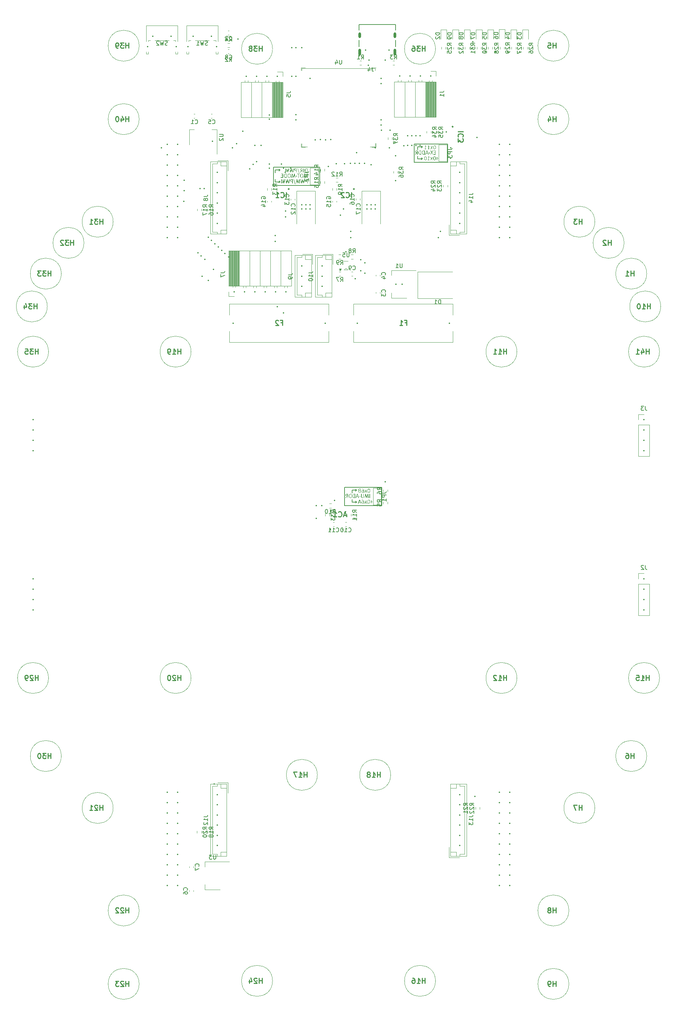
<source format=gbo>
%TF.GenerationSoftware,KiCad,Pcbnew,7.0.10*%
%TF.CreationDate,2024-01-17T11:14:51+01:00*%
%TF.ProjectId,Edurob,45647572-6f62-42e6-9b69-6361645f7063,rev?*%
%TF.SameCoordinates,Original*%
%TF.FileFunction,Legend,Bot*%
%TF.FilePolarity,Positive*%
%FSLAX46Y46*%
G04 Gerber Fmt 4.6, Leading zero omitted, Abs format (unit mm)*
G04 Created by KiCad (PCBNEW 7.0.10) date 2024-01-17 11:14:51*
%MOMM*%
%LPD*%
G01*
G04 APERTURE LIST*
%ADD10C,0.150000*%
%ADD11C,0.254000*%
%ADD12C,0.120000*%
%ADD13C,0.100000*%
%ADD14C,0.250000*%
%ADD15C,0.127000*%
%ADD16C,0.350000*%
%ADD17O,0.600000X1.700000*%
%ADD18O,0.600000X1.400000*%
G04 APERTURE END LIST*
D10*
X210650000Y-147725000D02*
X201500000Y-147725000D01*
X220450000Y-59800000D02*
X219450000Y-59800000D01*
X204437298Y-146864339D02*
X204187298Y-147064339D01*
X203300000Y-144635661D02*
X203300000Y-144001781D01*
X201500000Y-147725000D02*
X201500000Y-143275000D01*
X219450000Y-60460661D02*
X219450000Y-59826781D01*
X226800000Y-63550000D02*
X226800000Y-59100000D01*
X184000000Y-64775000D02*
X195360280Y-64775000D01*
X184000000Y-69225000D02*
X184000000Y-64775000D01*
X201500000Y-143275000D02*
X210650000Y-143275000D01*
X220587298Y-62689339D02*
X220337298Y-62489339D01*
X204300000Y-143975000D02*
X203300000Y-143975000D01*
X220450000Y-62700000D02*
X219450000Y-62700000D01*
X218600000Y-59100000D02*
X226800000Y-59100000D01*
X185500000Y-65475000D02*
X184500000Y-65475000D01*
X220587298Y-59789339D02*
X220337298Y-59589339D01*
X204437298Y-143964339D02*
X204187298Y-144164339D01*
X184500000Y-66135661D02*
X184500000Y-65501781D01*
X210650000Y-147725000D02*
X210650000Y-143275000D01*
X185637298Y-65464339D02*
X185387298Y-65264339D01*
X204300000Y-146875000D02*
X203300000Y-146875000D01*
X218600000Y-63550000D02*
X218600000Y-59100000D01*
X185500000Y-68375000D02*
X184500000Y-68375000D01*
X195360280Y-69225000D02*
X184000000Y-69225000D01*
X219450000Y-62700000D02*
X219450000Y-62066120D01*
X184500000Y-68375000D02*
X184500000Y-67741120D01*
X195360280Y-69225000D02*
X195360280Y-64775000D01*
X220587298Y-59789339D02*
X220337298Y-59989339D01*
X226800000Y-63550000D02*
X218600000Y-63550000D01*
X203300000Y-146875000D02*
X203300000Y-146241120D01*
X185637298Y-65464339D02*
X185387298Y-65664339D01*
X204437298Y-146864339D02*
X204187298Y-146664339D01*
X185637298Y-68364339D02*
X185387298Y-68164339D01*
X220587298Y-62689339D02*
X220337298Y-62889339D01*
X185637298Y-68364339D02*
X185387298Y-68564339D01*
X204437298Y-143964339D02*
X204187298Y-143764339D01*
G36*
X223866399Y-61680000D02*
G01*
X223866399Y-60710844D01*
X223338834Y-60710844D01*
X223354221Y-60804633D01*
X223749651Y-60804633D01*
X223749651Y-61132896D01*
X223418946Y-61132896D01*
X223418946Y-61226685D01*
X223749651Y-61226685D01*
X223749651Y-61586210D01*
X223324668Y-61586210D01*
X223324668Y-61680000D01*
X223866399Y-61680000D01*
G37*
G36*
X222657397Y-61680000D02*
G01*
X222896510Y-61234989D01*
X223122923Y-61680000D01*
X223257990Y-61680000D01*
X222972470Y-61160006D01*
X223228436Y-60710844D01*
X223092149Y-60710844D01*
X222899441Y-61069637D01*
X222715038Y-60710844D01*
X222579972Y-60710844D01*
X222822016Y-61151702D01*
X222518178Y-61680000D01*
X222657397Y-61680000D01*
G37*
G36*
X222444417Y-61351737D02*
G01*
X222444417Y-61242316D01*
X222175750Y-61242316D01*
X222175750Y-61351737D01*
X222444417Y-61351737D01*
G37*
G36*
X222100279Y-61680000D02*
G01*
X221983531Y-61680000D01*
X221890718Y-61383000D01*
X221530704Y-61383000D01*
X221439113Y-61680000D01*
X221308443Y-61680000D01*
X221432015Y-61304842D01*
X221560258Y-61304842D01*
X221859699Y-61304842D01*
X221707780Y-60831988D01*
X221560258Y-61304842D01*
X221432015Y-61304842D01*
X221627669Y-60710844D01*
X221778122Y-60710844D01*
X222100279Y-61680000D01*
G37*
G36*
X221165073Y-61680000D02*
G01*
X220913258Y-61680000D01*
X220900695Y-61679912D01*
X220888407Y-61679648D01*
X220876393Y-61679210D01*
X220864654Y-61678595D01*
X220853190Y-61677805D01*
X220842001Y-61676840D01*
X220831086Y-61675699D01*
X220820446Y-61674382D01*
X220812579Y-61673253D01*
X220802264Y-61671515D01*
X220792147Y-61669510D01*
X220782228Y-61667237D01*
X220772508Y-61664697D01*
X220762987Y-61661890D01*
X220753663Y-61658816D01*
X220742288Y-61654598D01*
X220731158Y-61649951D01*
X220720206Y-61644862D01*
X220709434Y-61639332D01*
X220698840Y-61633361D01*
X220690494Y-61628266D01*
X220682262Y-61622889D01*
X220674145Y-61617229D01*
X220666024Y-61611184D01*
X220657903Y-61604773D01*
X220649781Y-61597995D01*
X220641660Y-61590851D01*
X220633539Y-61583340D01*
X220625418Y-61575464D01*
X220617297Y-61567220D01*
X220609176Y-61558611D01*
X220606126Y-61555217D01*
X220597197Y-61544616D01*
X220588598Y-61533384D01*
X220580330Y-61521521D01*
X220575001Y-61513262D01*
X220569820Y-61504722D01*
X220564785Y-61495901D01*
X220559897Y-61486801D01*
X220555156Y-61477419D01*
X220550563Y-61467757D01*
X220546116Y-61457815D01*
X220541816Y-61447592D01*
X220537663Y-61437089D01*
X220533656Y-61426305D01*
X220529797Y-61415240D01*
X220526130Y-61403854D01*
X220522699Y-61392167D01*
X220519505Y-61380178D01*
X220516547Y-61367888D01*
X220513826Y-61355296D01*
X220511342Y-61342402D01*
X220509094Y-61329208D01*
X220507083Y-61315711D01*
X220505308Y-61301913D01*
X220503770Y-61287814D01*
X220502469Y-61273413D01*
X220501404Y-61258711D01*
X220500576Y-61243707D01*
X220499984Y-61228402D01*
X220499629Y-61212795D01*
X220499565Y-61204214D01*
X220624808Y-61204214D01*
X220624871Y-61213956D01*
X220625201Y-61228466D01*
X220625815Y-61242851D01*
X220626712Y-61257111D01*
X220627893Y-61271247D01*
X220629357Y-61285258D01*
X220631104Y-61299145D01*
X220633135Y-61312907D01*
X220635449Y-61326545D01*
X220638047Y-61340058D01*
X220640928Y-61353447D01*
X220643007Y-61362249D01*
X220646365Y-61375259D01*
X220650010Y-61388038D01*
X220653944Y-61400584D01*
X220658165Y-61412899D01*
X220662674Y-61424982D01*
X220667470Y-61436833D01*
X220672554Y-61448452D01*
X220677926Y-61459839D01*
X220683585Y-61470995D01*
X220689532Y-61481919D01*
X220692003Y-61486230D01*
X220698431Y-61496533D01*
X220705217Y-61506156D01*
X220712361Y-61515099D01*
X220719862Y-61523363D01*
X220727721Y-61530946D01*
X220735938Y-61537850D01*
X220739286Y-61540407D01*
X220747831Y-61546465D01*
X220756626Y-61552047D01*
X220765672Y-61557151D01*
X220774968Y-61561778D01*
X220784515Y-61565929D01*
X220794312Y-61569602D01*
X220798265Y-61570915D01*
X220808272Y-61573929D01*
X220818458Y-61576563D01*
X220828823Y-61578814D01*
X220839366Y-61580684D01*
X220850089Y-61582173D01*
X220860990Y-61583279D01*
X220865398Y-61583634D01*
X220876518Y-61584421D01*
X220887781Y-61585065D01*
X220899187Y-61585566D01*
X220910736Y-61585924D01*
X220922428Y-61586139D01*
X220934263Y-61586210D01*
X221049546Y-61586210D01*
X221049546Y-60789002D01*
X220934263Y-60789002D01*
X220929529Y-60789016D01*
X220917944Y-60789177D01*
X220906717Y-60789517D01*
X220895848Y-60790036D01*
X220885336Y-60790733D01*
X220875183Y-60791610D01*
X220865387Y-60792665D01*
X220861524Y-60793146D01*
X220850106Y-60794863D01*
X220838947Y-60796993D01*
X220828044Y-60799535D01*
X220817400Y-60802488D01*
X220807013Y-60805854D01*
X220803578Y-60807049D01*
X220793457Y-60811045D01*
X220783611Y-60815658D01*
X220774040Y-60820891D01*
X220764743Y-60826741D01*
X220755722Y-60833210D01*
X220754226Y-60834350D01*
X220745250Y-60841631D01*
X220737770Y-60848276D01*
X220730290Y-60855446D01*
X220722810Y-60863141D01*
X220715330Y-60871360D01*
X220707850Y-60880104D01*
X220699140Y-60891385D01*
X220690963Y-60902970D01*
X220683318Y-60914861D01*
X220676205Y-60927056D01*
X220669625Y-60939556D01*
X220663577Y-60952361D01*
X220658062Y-60965471D01*
X220653079Y-60978885D01*
X220648628Y-60992604D01*
X220644710Y-61006629D01*
X220642393Y-61016147D01*
X220640264Y-61025869D01*
X220638271Y-61035862D01*
X220636417Y-61046126D01*
X220634699Y-61056661D01*
X220633119Y-61067467D01*
X220631677Y-61078544D01*
X220630372Y-61089892D01*
X220629204Y-61101510D01*
X220628174Y-61113400D01*
X220627281Y-61125561D01*
X220626525Y-61137992D01*
X220625907Y-61150695D01*
X220625426Y-61163668D01*
X220625082Y-61176913D01*
X220624876Y-61190428D01*
X220624808Y-61204214D01*
X220499565Y-61204214D01*
X220499511Y-61196887D01*
X220499667Y-61179206D01*
X220500137Y-61161823D01*
X220500919Y-61144737D01*
X220502015Y-61127950D01*
X220503423Y-61111459D01*
X220505144Y-61095267D01*
X220507178Y-61079372D01*
X220509525Y-61063775D01*
X220512185Y-61048475D01*
X220515158Y-61033473D01*
X220518444Y-61018769D01*
X220522042Y-61004363D01*
X220525954Y-60990254D01*
X220530179Y-60976443D01*
X220534716Y-60962929D01*
X220539567Y-60949713D01*
X220544742Y-60936823D01*
X220550252Y-60924285D01*
X220556099Y-60912101D01*
X220562281Y-60900269D01*
X220568800Y-60888791D01*
X220575654Y-60877666D01*
X220582844Y-60866893D01*
X220590369Y-60856474D01*
X220598231Y-60846407D01*
X220606428Y-60836694D01*
X220614962Y-60827333D01*
X220623831Y-60818326D01*
X220633036Y-60809672D01*
X220642576Y-60801370D01*
X220652453Y-60793422D01*
X220662665Y-60785826D01*
X220664861Y-60784234D01*
X220673591Y-60778081D01*
X220682236Y-60772270D01*
X220690798Y-60766803D01*
X220699276Y-60761680D01*
X220709755Y-60755759D01*
X220720104Y-60750374D01*
X220730321Y-60745526D01*
X220734362Y-60743692D01*
X220744566Y-60739347D01*
X220754913Y-60735348D01*
X220765403Y-60731695D01*
X220776036Y-60728388D01*
X220786812Y-60725427D01*
X220797732Y-60722812D01*
X220799937Y-60722329D01*
X220811170Y-60720087D01*
X220822749Y-60718131D01*
X220834673Y-60716461D01*
X220844462Y-60715332D01*
X220854472Y-60714385D01*
X220864704Y-60713622D01*
X220875157Y-60713042D01*
X220880488Y-60712776D01*
X220891448Y-60712295D01*
X220902806Y-60711883D01*
X220914560Y-60711539D01*
X220926711Y-60711265D01*
X220939259Y-60711059D01*
X220952204Y-60710921D01*
X220962173Y-60710863D01*
X220972365Y-60710844D01*
X221165073Y-60710844D01*
X221165073Y-61680000D01*
G37*
G36*
X220278960Y-61680000D02*
G01*
X220027145Y-61680000D01*
X220014582Y-61679912D01*
X220002294Y-61679648D01*
X219990280Y-61679210D01*
X219978541Y-61678595D01*
X219967077Y-61677805D01*
X219955887Y-61676840D01*
X219944973Y-61675699D01*
X219934333Y-61674382D01*
X219926466Y-61673253D01*
X219916151Y-61671515D01*
X219906034Y-61669510D01*
X219896115Y-61667237D01*
X219886395Y-61664697D01*
X219876874Y-61661890D01*
X219867550Y-61658816D01*
X219856175Y-61654598D01*
X219845045Y-61649951D01*
X219834093Y-61644862D01*
X219823321Y-61639332D01*
X219812727Y-61633361D01*
X219804381Y-61628266D01*
X219796149Y-61622889D01*
X219788032Y-61617229D01*
X219779911Y-61611184D01*
X219771789Y-61604773D01*
X219763668Y-61597995D01*
X219755547Y-61590851D01*
X219747426Y-61583340D01*
X219739305Y-61575464D01*
X219731184Y-61567220D01*
X219723063Y-61558611D01*
X219720013Y-61555217D01*
X219711084Y-61544616D01*
X219702485Y-61533384D01*
X219694217Y-61521521D01*
X219688888Y-61513262D01*
X219683707Y-61504722D01*
X219678672Y-61495901D01*
X219673784Y-61486801D01*
X219669043Y-61477419D01*
X219664449Y-61467757D01*
X219660003Y-61457815D01*
X219655703Y-61447592D01*
X219651549Y-61437089D01*
X219647543Y-61426305D01*
X219643684Y-61415240D01*
X219640017Y-61403854D01*
X219636586Y-61392167D01*
X219633392Y-61380178D01*
X219630434Y-61367888D01*
X219627713Y-61355296D01*
X219625228Y-61342402D01*
X219622981Y-61329208D01*
X219620969Y-61315711D01*
X219619195Y-61301913D01*
X219617657Y-61287814D01*
X219616356Y-61273413D01*
X219615291Y-61258711D01*
X219614463Y-61243707D01*
X219613871Y-61228402D01*
X219613516Y-61212795D01*
X219613452Y-61204214D01*
X219738695Y-61204214D01*
X219738758Y-61213956D01*
X219739088Y-61228466D01*
X219739702Y-61242851D01*
X219740599Y-61257111D01*
X219741780Y-61271247D01*
X219743244Y-61285258D01*
X219744991Y-61299145D01*
X219747022Y-61312907D01*
X219749336Y-61326545D01*
X219751934Y-61340058D01*
X219754815Y-61353447D01*
X219756893Y-61362249D01*
X219760252Y-61375259D01*
X219763897Y-61388038D01*
X219767831Y-61400584D01*
X219772052Y-61412899D01*
X219776561Y-61424982D01*
X219781357Y-61436833D01*
X219786441Y-61448452D01*
X219791813Y-61459839D01*
X219797472Y-61470995D01*
X219803419Y-61481919D01*
X219805890Y-61486230D01*
X219812318Y-61496533D01*
X219819104Y-61506156D01*
X219826247Y-61515099D01*
X219833749Y-61523363D01*
X219841608Y-61530946D01*
X219849825Y-61537850D01*
X219853173Y-61540407D01*
X219861718Y-61546465D01*
X219870513Y-61552047D01*
X219879559Y-61557151D01*
X219888855Y-61561778D01*
X219898402Y-61565929D01*
X219908199Y-61569602D01*
X219912152Y-61570915D01*
X219922159Y-61573929D01*
X219932345Y-61576563D01*
X219942710Y-61578814D01*
X219953253Y-61580684D01*
X219963976Y-61582173D01*
X219974877Y-61583279D01*
X219979285Y-61583634D01*
X219990405Y-61584421D01*
X220001668Y-61585065D01*
X220013074Y-61585566D01*
X220024623Y-61585924D01*
X220036315Y-61586139D01*
X220048150Y-61586210D01*
X220163433Y-61586210D01*
X220163433Y-60789002D01*
X220048150Y-60789002D01*
X220043416Y-60789016D01*
X220031831Y-60789177D01*
X220020604Y-60789517D01*
X220009735Y-60790036D01*
X219999223Y-60790733D01*
X219989070Y-60791610D01*
X219979274Y-60792665D01*
X219975411Y-60793146D01*
X219963993Y-60794863D01*
X219952834Y-60796993D01*
X219941931Y-60799535D01*
X219931287Y-60802488D01*
X219920900Y-60805854D01*
X219917465Y-60807049D01*
X219907344Y-60811045D01*
X219897498Y-60815658D01*
X219887927Y-60820891D01*
X219878630Y-60826741D01*
X219869609Y-60833210D01*
X219868113Y-60834350D01*
X219859137Y-60841631D01*
X219851657Y-60848276D01*
X219844177Y-60855446D01*
X219836697Y-60863141D01*
X219829217Y-60871360D01*
X219821737Y-60880104D01*
X219813027Y-60891385D01*
X219804850Y-60902970D01*
X219797205Y-60914861D01*
X219790092Y-60927056D01*
X219783512Y-60939556D01*
X219777464Y-60952361D01*
X219771949Y-60965471D01*
X219766966Y-60978885D01*
X219762515Y-60992604D01*
X219758597Y-61006629D01*
X219756280Y-61016147D01*
X219754151Y-61025869D01*
X219752158Y-61035862D01*
X219750304Y-61046126D01*
X219748586Y-61056661D01*
X219747006Y-61067467D01*
X219745564Y-61078544D01*
X219744259Y-61089892D01*
X219743091Y-61101510D01*
X219742061Y-61113400D01*
X219741168Y-61125561D01*
X219740412Y-61137992D01*
X219739794Y-61150695D01*
X219739313Y-61163668D01*
X219738969Y-61176913D01*
X219738763Y-61190428D01*
X219738695Y-61204214D01*
X219613452Y-61204214D01*
X219613398Y-61196887D01*
X219613554Y-61179206D01*
X219614024Y-61161823D01*
X219614806Y-61144737D01*
X219615901Y-61127950D01*
X219617310Y-61111459D01*
X219619031Y-61095267D01*
X219621065Y-61079372D01*
X219623412Y-61063775D01*
X219626072Y-61048475D01*
X219629045Y-61033473D01*
X219632331Y-61018769D01*
X219635929Y-61004363D01*
X219639841Y-60990254D01*
X219644066Y-60976443D01*
X219648603Y-60962929D01*
X219653454Y-60949713D01*
X219658629Y-60936823D01*
X219664139Y-60924285D01*
X219669986Y-60912101D01*
X219676168Y-60900269D01*
X219682687Y-60888791D01*
X219689541Y-60877666D01*
X219696731Y-60866893D01*
X219704256Y-60856474D01*
X219712118Y-60846407D01*
X219720315Y-60836694D01*
X219728849Y-60827333D01*
X219737718Y-60818326D01*
X219746922Y-60809672D01*
X219756463Y-60801370D01*
X219766340Y-60793422D01*
X219776552Y-60785826D01*
X219778748Y-60784234D01*
X219787478Y-60778081D01*
X219796123Y-60772270D01*
X219804685Y-60766803D01*
X219813163Y-60761680D01*
X219823642Y-60755759D01*
X219833991Y-60750374D01*
X219844207Y-60745526D01*
X219848249Y-60743692D01*
X219858453Y-60739347D01*
X219868800Y-60735348D01*
X219879290Y-60731695D01*
X219889923Y-60728388D01*
X219900699Y-60725427D01*
X219911618Y-60722812D01*
X219913824Y-60722329D01*
X219925057Y-60720087D01*
X219936635Y-60718131D01*
X219948560Y-60716461D01*
X219958349Y-60715332D01*
X219968359Y-60714385D01*
X219978591Y-60713622D01*
X219989043Y-60713042D01*
X219994375Y-60712776D01*
X220005335Y-60712295D01*
X220016693Y-60711883D01*
X220028447Y-60711539D01*
X220040598Y-60711265D01*
X220053146Y-60711059D01*
X220066091Y-60710921D01*
X220076060Y-60710863D01*
X220086252Y-60710844D01*
X220278960Y-60710844D01*
X220278960Y-61680000D01*
G37*
G36*
X219392847Y-61680000D02*
G01*
X219277320Y-61680000D01*
X219277320Y-61242316D01*
X219272976Y-61242543D01*
X219262575Y-61243495D01*
X219250960Y-61245361D01*
X219240290Y-61248017D01*
X219230564Y-61251463D01*
X219220411Y-61256482D01*
X219216277Y-61259061D01*
X219207662Y-61265404D01*
X219200129Y-61271896D01*
X219192273Y-61279486D01*
X219184095Y-61288173D01*
X219177321Y-61295912D01*
X219170341Y-61304354D01*
X219164415Y-61312119D01*
X219155625Y-61323692D01*
X219146955Y-61335174D01*
X219138406Y-61346567D01*
X219129976Y-61357869D01*
X219121667Y-61369081D01*
X219113479Y-61380203D01*
X219105410Y-61391235D01*
X219097462Y-61402176D01*
X219089633Y-61413028D01*
X219081926Y-61423789D01*
X219076863Y-61430900D01*
X219069406Y-61441446D01*
X219062111Y-61451846D01*
X219054980Y-61462100D01*
X219048012Y-61472208D01*
X219041207Y-61482170D01*
X219034565Y-61491986D01*
X219028087Y-61501656D01*
X219021771Y-61511180D01*
X219015619Y-61520558D01*
X219009630Y-61529790D01*
X219003771Y-61538818D01*
X218998101Y-61547673D01*
X218992619Y-61556357D01*
X218987327Y-61564870D01*
X218980565Y-61575952D01*
X218974138Y-61586729D01*
X218968047Y-61597201D01*
X218962292Y-61607368D01*
X218956873Y-61617229D01*
X218954256Y-61622025D01*
X218949257Y-61631268D01*
X218944570Y-61640046D01*
X218939152Y-61650363D01*
X218934223Y-61659953D01*
X218928954Y-61670500D01*
X218924389Y-61680000D01*
X218779309Y-61680000D01*
X218824494Y-61612100D01*
X218828387Y-61606276D01*
X218834288Y-61597455D01*
X218840262Y-61588531D01*
X218846310Y-61579503D01*
X218852430Y-61570373D01*
X218858623Y-61561139D01*
X218864889Y-61551803D01*
X218871228Y-61542363D01*
X218877640Y-61532820D01*
X218884125Y-61523175D01*
X218890683Y-61513426D01*
X218895064Y-61506889D01*
X218901573Y-61497183D01*
X218908009Y-61487597D01*
X218914373Y-61478132D01*
X218920663Y-61468787D01*
X218926881Y-61459562D01*
X218933025Y-61450457D01*
X218939097Y-61441473D01*
X218945095Y-61432608D01*
X218951021Y-61423864D01*
X218956873Y-61415240D01*
X218958780Y-61412397D01*
X218964307Y-61404188D01*
X218971222Y-61393991D01*
X218977619Y-61384649D01*
X218983496Y-61376161D01*
X218990112Y-61366754D01*
X218995918Y-61358683D01*
X219001814Y-61350760D01*
X219006813Y-61343979D01*
X219013384Y-61335319D01*
X219020313Y-61326457D01*
X219027600Y-61317392D01*
X219035245Y-61308125D01*
X219041618Y-61300564D01*
X219048220Y-61292875D01*
X219053188Y-61287157D01*
X219059739Y-61279841D01*
X219067809Y-61271190D01*
X219075748Y-61263088D01*
X219083556Y-61255534D01*
X219091233Y-61248529D01*
X219098778Y-61242072D01*
X219084612Y-61242316D01*
X219077448Y-61242242D01*
X219066856Y-61241851D01*
X219056448Y-61241126D01*
X219046225Y-61240065D01*
X219036186Y-61238670D01*
X219026332Y-61236940D01*
X219016663Y-61234875D01*
X219004058Y-61231600D01*
X218991781Y-61227730D01*
X218979832Y-61223265D01*
X218968257Y-61218258D01*
X218957102Y-61212763D01*
X218946367Y-61206779D01*
X218936051Y-61200307D01*
X218926156Y-61193346D01*
X218916680Y-61185896D01*
X218907624Y-61177958D01*
X218898988Y-61169532D01*
X218896896Y-61167350D01*
X218888830Y-61158336D01*
X218881245Y-61148864D01*
X218874141Y-61138934D01*
X218867518Y-61128546D01*
X218861376Y-61117700D01*
X218855714Y-61106396D01*
X218850534Y-61094634D01*
X218846964Y-61085512D01*
X218844746Y-61079277D01*
X218841687Y-61069780D01*
X218838950Y-61060111D01*
X218836535Y-61050271D01*
X218834442Y-61040259D01*
X218832671Y-61030075D01*
X218831222Y-61019719D01*
X218830095Y-61009192D01*
X218829290Y-60998493D01*
X218828807Y-60987623D01*
X218828646Y-60976580D01*
X218828682Y-60971842D01*
X218828739Y-60970230D01*
X218949546Y-60970230D01*
X218949744Y-60982034D01*
X218950340Y-60993509D01*
X218951332Y-61004657D01*
X218952721Y-61015476D01*
X218954507Y-61025967D01*
X218956690Y-61036130D01*
X218959270Y-61045964D01*
X218962247Y-61055471D01*
X218963878Y-61060054D01*
X218968341Y-61071011D01*
X218973352Y-61081253D01*
X218978912Y-61090780D01*
X218985020Y-61099591D01*
X218991677Y-61107686D01*
X218998883Y-61115066D01*
X219000651Y-61116625D01*
X219009862Y-61124036D01*
X219019694Y-61130803D01*
X219030146Y-61136926D01*
X219038954Y-61141360D01*
X219048159Y-61145382D01*
X219057761Y-61148993D01*
X219067759Y-61152191D01*
X219072952Y-61153640D01*
X219083897Y-61156258D01*
X219095590Y-61158502D01*
X219108031Y-61160372D01*
X219117853Y-61161529D01*
X219128095Y-61162476D01*
X219138758Y-61163212D01*
X219149842Y-61163738D01*
X219161347Y-61164053D01*
X219173272Y-61164159D01*
X219276099Y-61164159D01*
X219276099Y-60804633D01*
X219164968Y-60804633D01*
X219162506Y-60804638D01*
X219150508Y-60804805D01*
X219139035Y-60805210D01*
X219128087Y-60805854D01*
X219117664Y-60806737D01*
X219107766Y-60807858D01*
X219096580Y-60809518D01*
X219092997Y-60810148D01*
X219082475Y-60812266D01*
X219072297Y-60814727D01*
X219062462Y-60817532D01*
X219052971Y-60820681D01*
X219043824Y-60824173D01*
X219033848Y-60828760D01*
X219024315Y-60834095D01*
X219015224Y-60840178D01*
X219006577Y-60847009D01*
X218998372Y-60854588D01*
X218990609Y-60862916D01*
X218983290Y-60871991D01*
X218976413Y-60881814D01*
X218970116Y-60892118D01*
X218964658Y-60902636D01*
X218960041Y-60913367D01*
X218956263Y-60924312D01*
X218953324Y-60935471D01*
X218951225Y-60946844D01*
X218949966Y-60958430D01*
X218949546Y-60970230D01*
X218828739Y-60970230D01*
X218829090Y-60960214D01*
X218829951Y-60948897D01*
X218831265Y-60937889D01*
X218833033Y-60927192D01*
X218835253Y-60916804D01*
X218837927Y-60906727D01*
X218840255Y-60898831D01*
X218843358Y-60889251D01*
X218846676Y-60879993D01*
X218850940Y-60869308D01*
X218855514Y-60859087D01*
X218860397Y-60849330D01*
X218861225Y-60847748D01*
X218866355Y-60838520D01*
X218871758Y-60829739D01*
X218877437Y-60821404D01*
X218883390Y-60813516D01*
X218890683Y-60804877D01*
X218893843Y-60801361D01*
X218901216Y-60793591D01*
X218908589Y-60786428D01*
X218915963Y-60779873D01*
X218924389Y-60773126D01*
X218928678Y-60769630D01*
X218936552Y-60763733D01*
X218944894Y-60758116D01*
X218953703Y-60752780D01*
X218962979Y-60747725D01*
X218964345Y-60747010D01*
X218974306Y-60742183D01*
X218983402Y-60738288D01*
X218993014Y-60734616D01*
X219003140Y-60731167D01*
X219013782Y-60727941D01*
X219015592Y-60727411D01*
X219026835Y-60724411D01*
X219036702Y-60722148D01*
X219047023Y-60720099D01*
X219057797Y-60718265D01*
X219069024Y-60716645D01*
X219080704Y-60715240D01*
X219090344Y-60714210D01*
X219100335Y-60713317D01*
X219110677Y-60712561D01*
X219121371Y-60711943D01*
X219132415Y-60711462D01*
X219143811Y-60711119D01*
X219155557Y-60710913D01*
X219167655Y-60710844D01*
X219392847Y-60710844D01*
X219392847Y-61680000D01*
G37*
G36*
X192426679Y-66055000D02*
G01*
X192174864Y-66055000D01*
X192162301Y-66054912D01*
X192150013Y-66054648D01*
X192137999Y-66054210D01*
X192126260Y-66053595D01*
X192114796Y-66052805D01*
X192103606Y-66051840D01*
X192092692Y-66050699D01*
X192082052Y-66049382D01*
X192074185Y-66048253D01*
X192063870Y-66046515D01*
X192053753Y-66044510D01*
X192043834Y-66042237D01*
X192034114Y-66039697D01*
X192024592Y-66036890D01*
X192015269Y-66033816D01*
X192003894Y-66029598D01*
X191992764Y-66024951D01*
X191981812Y-66019862D01*
X191971040Y-66014332D01*
X191960446Y-66008361D01*
X191952100Y-66003266D01*
X191943868Y-65997889D01*
X191935751Y-65992229D01*
X191927629Y-65986184D01*
X191919508Y-65979773D01*
X191911387Y-65972995D01*
X191903266Y-65965851D01*
X191895145Y-65958340D01*
X191887024Y-65950464D01*
X191878903Y-65942220D01*
X191870782Y-65933611D01*
X191867732Y-65930217D01*
X191858803Y-65919616D01*
X191850204Y-65908384D01*
X191841936Y-65896521D01*
X191836607Y-65888262D01*
X191831425Y-65879722D01*
X191826391Y-65870901D01*
X191821503Y-65861801D01*
X191816762Y-65852419D01*
X191812168Y-65842757D01*
X191807721Y-65832815D01*
X191803421Y-65822592D01*
X191799268Y-65812089D01*
X191795262Y-65801305D01*
X191791403Y-65790240D01*
X191787736Y-65778854D01*
X191784305Y-65767167D01*
X191781110Y-65755178D01*
X191778153Y-65742888D01*
X191775432Y-65730296D01*
X191772947Y-65717402D01*
X191770700Y-65704208D01*
X191768688Y-65690711D01*
X191766914Y-65676913D01*
X191765376Y-65662814D01*
X191764075Y-65648413D01*
X191763010Y-65633711D01*
X191762182Y-65618707D01*
X191761590Y-65603402D01*
X191761235Y-65587795D01*
X191761171Y-65579214D01*
X191886413Y-65579214D01*
X191886476Y-65588956D01*
X191886807Y-65603466D01*
X191887421Y-65617851D01*
X191888318Y-65632111D01*
X191889499Y-65646247D01*
X191890963Y-65660258D01*
X191892710Y-65674145D01*
X191894741Y-65687907D01*
X191897055Y-65701545D01*
X191899653Y-65715058D01*
X191902534Y-65728447D01*
X191904612Y-65737249D01*
X191907971Y-65750259D01*
X191911616Y-65763038D01*
X191915550Y-65775584D01*
X191919771Y-65787899D01*
X191924279Y-65799982D01*
X191929076Y-65811833D01*
X191934160Y-65823452D01*
X191939532Y-65834839D01*
X191945191Y-65845995D01*
X191951138Y-65856919D01*
X191953609Y-65861230D01*
X191960037Y-65871533D01*
X191966823Y-65881156D01*
X191973966Y-65890099D01*
X191981468Y-65898363D01*
X191989327Y-65905946D01*
X191997544Y-65912850D01*
X192000892Y-65915407D01*
X192009437Y-65921465D01*
X192018232Y-65927047D01*
X192027278Y-65932151D01*
X192036574Y-65936778D01*
X192046121Y-65940929D01*
X192055918Y-65944602D01*
X192059871Y-65945915D01*
X192069878Y-65948929D01*
X192080064Y-65951563D01*
X192090429Y-65953814D01*
X192100972Y-65955684D01*
X192111695Y-65957173D01*
X192122596Y-65958279D01*
X192127004Y-65958634D01*
X192138124Y-65959421D01*
X192149387Y-65960065D01*
X192160793Y-65960566D01*
X192172342Y-65960924D01*
X192184034Y-65961139D01*
X192195869Y-65961210D01*
X192311152Y-65961210D01*
X192311152Y-65164002D01*
X192195869Y-65164002D01*
X192191135Y-65164016D01*
X192179550Y-65164177D01*
X192168323Y-65164517D01*
X192157454Y-65165036D01*
X192146942Y-65165733D01*
X192136789Y-65166610D01*
X192126993Y-65167665D01*
X192123130Y-65168146D01*
X192111712Y-65169863D01*
X192100552Y-65171993D01*
X192089650Y-65174535D01*
X192079006Y-65177488D01*
X192068619Y-65180854D01*
X192065184Y-65182049D01*
X192055063Y-65186045D01*
X192045217Y-65190658D01*
X192035646Y-65195891D01*
X192026349Y-65201741D01*
X192017328Y-65208210D01*
X192015832Y-65209350D01*
X192006856Y-65216631D01*
X191999376Y-65223276D01*
X191991896Y-65230446D01*
X191984416Y-65238141D01*
X191976936Y-65246360D01*
X191969456Y-65255104D01*
X191960746Y-65266385D01*
X191952569Y-65277970D01*
X191944924Y-65289861D01*
X191937811Y-65302056D01*
X191931231Y-65314556D01*
X191925183Y-65327361D01*
X191919668Y-65340471D01*
X191914685Y-65353885D01*
X191910234Y-65367604D01*
X191906315Y-65381629D01*
X191903999Y-65391147D01*
X191901869Y-65400869D01*
X191899877Y-65410862D01*
X191898023Y-65421126D01*
X191896305Y-65431661D01*
X191894725Y-65442467D01*
X191893283Y-65453544D01*
X191891978Y-65464892D01*
X191890810Y-65476510D01*
X191889779Y-65488400D01*
X191888886Y-65500561D01*
X191888131Y-65512992D01*
X191887513Y-65525695D01*
X191887032Y-65538668D01*
X191886688Y-65551913D01*
X191886482Y-65565428D01*
X191886413Y-65579214D01*
X191761171Y-65579214D01*
X191761117Y-65571887D01*
X191761273Y-65554206D01*
X191761743Y-65536823D01*
X191762525Y-65519737D01*
X191763620Y-65502950D01*
X191765029Y-65486459D01*
X191766750Y-65470267D01*
X191768784Y-65454372D01*
X191771131Y-65438775D01*
X191773791Y-65423475D01*
X191776764Y-65408473D01*
X191780050Y-65393769D01*
X191783648Y-65379363D01*
X191787560Y-65365254D01*
X191791785Y-65351443D01*
X191796322Y-65337929D01*
X191801173Y-65324713D01*
X191806348Y-65311823D01*
X191811858Y-65299285D01*
X191817705Y-65287101D01*
X191823887Y-65275269D01*
X191830406Y-65263791D01*
X191837260Y-65252666D01*
X191844450Y-65241893D01*
X191851975Y-65231474D01*
X191859837Y-65221407D01*
X191868034Y-65211694D01*
X191876567Y-65202333D01*
X191885437Y-65193326D01*
X191894641Y-65184672D01*
X191904182Y-65176370D01*
X191914059Y-65168422D01*
X191924271Y-65160826D01*
X191926467Y-65159234D01*
X191935196Y-65153081D01*
X191943842Y-65147270D01*
X191952404Y-65141803D01*
X191960882Y-65136680D01*
X191971361Y-65130759D01*
X191981709Y-65125374D01*
X191991926Y-65120526D01*
X191995968Y-65118692D01*
X192006172Y-65114347D01*
X192016519Y-65110348D01*
X192027009Y-65106695D01*
X192037642Y-65103388D01*
X192048418Y-65100427D01*
X192059337Y-65097812D01*
X192061543Y-65097329D01*
X192072776Y-65095087D01*
X192084354Y-65093131D01*
X192096279Y-65091461D01*
X192106068Y-65090332D01*
X192116078Y-65089385D01*
X192126310Y-65088622D01*
X192136762Y-65088042D01*
X192142094Y-65087776D01*
X192153054Y-65087295D01*
X192164411Y-65086883D01*
X192176166Y-65086539D01*
X192188317Y-65086265D01*
X192200865Y-65086059D01*
X192213810Y-65085921D01*
X192223779Y-65085863D01*
X192233971Y-65085844D01*
X192426679Y-65085844D01*
X192426679Y-66055000D01*
G37*
G36*
X191540566Y-66055000D02*
G01*
X191540566Y-65085844D01*
X191427970Y-65085844D01*
X191427970Y-66055000D01*
X191540566Y-66055000D01*
G37*
G36*
X191162478Y-66055000D02*
G01*
X191046951Y-66055000D01*
X191046951Y-65617316D01*
X191042607Y-65617543D01*
X191032206Y-65618495D01*
X191020591Y-65620361D01*
X191009921Y-65623017D01*
X191000195Y-65626463D01*
X190990042Y-65631482D01*
X190985908Y-65634061D01*
X190977293Y-65640404D01*
X190969760Y-65646896D01*
X190961904Y-65654486D01*
X190953726Y-65663173D01*
X190946952Y-65670912D01*
X190939972Y-65679354D01*
X190934046Y-65687119D01*
X190925256Y-65698692D01*
X190916586Y-65710174D01*
X190908037Y-65721567D01*
X190899608Y-65732869D01*
X190891298Y-65744081D01*
X190883110Y-65755203D01*
X190875041Y-65766235D01*
X190867093Y-65777176D01*
X190859265Y-65788028D01*
X190851557Y-65798789D01*
X190846494Y-65805900D01*
X190839037Y-65816446D01*
X190831742Y-65826846D01*
X190824611Y-65837100D01*
X190817643Y-65847208D01*
X190810838Y-65857170D01*
X190804196Y-65866986D01*
X190797718Y-65876656D01*
X190791402Y-65886180D01*
X190785250Y-65895558D01*
X190779261Y-65904790D01*
X190773402Y-65913818D01*
X190767732Y-65922673D01*
X190762250Y-65931357D01*
X190756958Y-65939870D01*
X190750196Y-65950952D01*
X190743769Y-65961729D01*
X190737678Y-65972201D01*
X190731923Y-65982368D01*
X190726504Y-65992229D01*
X190723887Y-65997025D01*
X190718888Y-66006268D01*
X190714201Y-66015046D01*
X190708783Y-66025363D01*
X190703854Y-66034953D01*
X190698585Y-66045500D01*
X190694020Y-66055000D01*
X190548940Y-66055000D01*
X190594125Y-65987100D01*
X190598018Y-65981276D01*
X190603919Y-65972455D01*
X190609894Y-65963531D01*
X190615941Y-65954503D01*
X190622061Y-65945373D01*
X190628254Y-65936139D01*
X190634520Y-65926803D01*
X190640859Y-65917363D01*
X190647271Y-65907820D01*
X190653756Y-65898175D01*
X190660314Y-65888426D01*
X190664695Y-65881889D01*
X190671204Y-65872183D01*
X190677640Y-65862597D01*
X190684004Y-65853132D01*
X190690294Y-65843787D01*
X190696512Y-65834562D01*
X190702656Y-65825457D01*
X190708728Y-65816473D01*
X190714726Y-65807608D01*
X190720652Y-65798864D01*
X190726504Y-65790240D01*
X190728411Y-65787397D01*
X190733938Y-65779188D01*
X190740853Y-65768991D01*
X190747250Y-65759649D01*
X190753127Y-65751161D01*
X190759743Y-65741754D01*
X190765549Y-65733683D01*
X190771445Y-65725760D01*
X190776444Y-65718979D01*
X190783015Y-65710319D01*
X190789944Y-65701457D01*
X190797231Y-65692392D01*
X190804876Y-65683125D01*
X190811249Y-65675564D01*
X190817851Y-65667875D01*
X190822819Y-65662157D01*
X190829370Y-65654841D01*
X190837440Y-65646190D01*
X190845379Y-65638088D01*
X190853187Y-65630534D01*
X190860864Y-65623529D01*
X190868409Y-65617072D01*
X190854243Y-65617316D01*
X190847079Y-65617242D01*
X190836487Y-65616851D01*
X190826079Y-65616126D01*
X190815856Y-65615065D01*
X190805817Y-65613670D01*
X190795963Y-65611940D01*
X190786294Y-65609875D01*
X190773689Y-65606600D01*
X190761412Y-65602730D01*
X190749463Y-65598265D01*
X190737888Y-65593258D01*
X190726733Y-65587763D01*
X190715998Y-65581779D01*
X190705683Y-65575307D01*
X190695787Y-65568346D01*
X190686311Y-65560896D01*
X190677255Y-65552958D01*
X190668619Y-65544532D01*
X190666527Y-65542350D01*
X190658461Y-65533336D01*
X190650876Y-65523864D01*
X190643772Y-65513934D01*
X190637149Y-65503546D01*
X190631007Y-65492700D01*
X190625345Y-65481396D01*
X190620165Y-65469634D01*
X190616595Y-65460512D01*
X190614377Y-65454277D01*
X190611318Y-65444780D01*
X190608581Y-65435111D01*
X190606166Y-65425271D01*
X190604073Y-65415259D01*
X190602302Y-65405075D01*
X190600853Y-65394719D01*
X190599726Y-65384192D01*
X190598921Y-65373493D01*
X190598438Y-65362623D01*
X190598277Y-65351580D01*
X190598313Y-65346842D01*
X190598370Y-65345230D01*
X190719177Y-65345230D01*
X190719375Y-65357034D01*
X190719971Y-65368509D01*
X190720963Y-65379657D01*
X190722352Y-65390476D01*
X190724138Y-65400967D01*
X190726321Y-65411130D01*
X190728901Y-65420964D01*
X190731878Y-65430471D01*
X190733509Y-65435054D01*
X190737972Y-65446011D01*
X190742983Y-65456253D01*
X190748543Y-65465780D01*
X190754651Y-65474591D01*
X190761308Y-65482686D01*
X190768514Y-65490066D01*
X190770282Y-65491625D01*
X190779493Y-65499036D01*
X190789325Y-65505803D01*
X190799777Y-65511926D01*
X190808585Y-65516360D01*
X190817790Y-65520382D01*
X190827392Y-65523993D01*
X190837390Y-65527191D01*
X190842583Y-65528640D01*
X190853528Y-65531258D01*
X190865221Y-65533502D01*
X190877662Y-65535372D01*
X190887484Y-65536529D01*
X190897726Y-65537476D01*
X190908389Y-65538212D01*
X190919473Y-65538738D01*
X190930978Y-65539053D01*
X190942903Y-65539159D01*
X191045730Y-65539159D01*
X191045730Y-65179633D01*
X190934599Y-65179633D01*
X190932137Y-65179638D01*
X190920139Y-65179805D01*
X190908666Y-65180210D01*
X190897718Y-65180854D01*
X190887295Y-65181737D01*
X190877397Y-65182858D01*
X190866211Y-65184518D01*
X190862628Y-65185148D01*
X190852106Y-65187266D01*
X190841928Y-65189727D01*
X190832093Y-65192532D01*
X190822602Y-65195681D01*
X190813455Y-65199173D01*
X190803479Y-65203760D01*
X190793946Y-65209095D01*
X190784855Y-65215178D01*
X190776208Y-65222009D01*
X190768003Y-65229588D01*
X190760240Y-65237916D01*
X190752921Y-65246991D01*
X190746044Y-65256814D01*
X190739747Y-65267118D01*
X190734289Y-65277636D01*
X190729672Y-65288367D01*
X190725894Y-65299312D01*
X190722955Y-65310471D01*
X190720856Y-65321844D01*
X190719597Y-65333430D01*
X190719177Y-65345230D01*
X190598370Y-65345230D01*
X190598721Y-65335214D01*
X190599582Y-65323897D01*
X190600896Y-65312889D01*
X190602664Y-65302192D01*
X190604884Y-65291804D01*
X190607558Y-65281727D01*
X190609886Y-65273831D01*
X190612989Y-65264251D01*
X190616307Y-65254993D01*
X190620572Y-65244308D01*
X190625145Y-65234087D01*
X190630028Y-65224330D01*
X190630856Y-65222748D01*
X190635986Y-65213520D01*
X190641389Y-65204739D01*
X190647068Y-65196404D01*
X190653021Y-65188516D01*
X190660314Y-65179877D01*
X190663474Y-65176361D01*
X190670847Y-65168591D01*
X190678220Y-65161428D01*
X190685594Y-65154873D01*
X190694020Y-65148126D01*
X190698309Y-65144630D01*
X190706183Y-65138733D01*
X190714525Y-65133116D01*
X190723334Y-65127780D01*
X190732610Y-65122725D01*
X190733976Y-65122010D01*
X190743937Y-65117183D01*
X190753033Y-65113288D01*
X190762645Y-65109616D01*
X190772771Y-65106167D01*
X190783413Y-65102941D01*
X190785223Y-65102411D01*
X190796466Y-65099411D01*
X190806333Y-65097148D01*
X190816654Y-65095099D01*
X190827428Y-65093265D01*
X190838655Y-65091645D01*
X190850335Y-65090240D01*
X190859975Y-65089210D01*
X190869966Y-65088317D01*
X190880309Y-65087561D01*
X190891002Y-65086943D01*
X190902046Y-65086462D01*
X190913442Y-65086119D01*
X190925188Y-65085913D01*
X190937286Y-65085844D01*
X191162478Y-65085844D01*
X191162478Y-66055000D01*
G37*
G36*
X190334006Y-66258210D02*
G01*
X190427062Y-66258210D01*
X190062652Y-64992055D01*
X189969840Y-64992055D01*
X190334006Y-66258210D01*
G37*
G36*
X189747823Y-66055000D02*
G01*
X189635227Y-66055000D01*
X189635227Y-65648579D01*
X189466455Y-65648579D01*
X189457221Y-65648518D01*
X189443659Y-65648198D01*
X189430445Y-65647602D01*
X189417578Y-65646732D01*
X189405060Y-65645587D01*
X189392889Y-65644168D01*
X189381066Y-65642473D01*
X189369590Y-65640504D01*
X189358463Y-65638260D01*
X189347683Y-65635741D01*
X189337251Y-65632948D01*
X189330404Y-65630890D01*
X189320215Y-65627413D01*
X189310125Y-65623468D01*
X189300133Y-65619055D01*
X189290241Y-65614175D01*
X189280447Y-65608826D01*
X189270752Y-65603009D01*
X189261156Y-65596724D01*
X189251658Y-65589972D01*
X189242259Y-65582751D01*
X189232959Y-65575062D01*
X189227086Y-65569736D01*
X189218691Y-65561578D01*
X189210794Y-65553218D01*
X189203395Y-65544656D01*
X189196494Y-65535893D01*
X189190092Y-65526928D01*
X189184187Y-65517761D01*
X189178780Y-65508392D01*
X189173872Y-65498821D01*
X189169461Y-65489049D01*
X189165548Y-65479075D01*
X189163152Y-65472256D01*
X189159849Y-65461760D01*
X189156893Y-65450941D01*
X189154285Y-65439801D01*
X189152024Y-65428338D01*
X189150111Y-65416554D01*
X189148547Y-65404447D01*
X189147329Y-65392019D01*
X189146604Y-65381378D01*
X189273748Y-65381378D01*
X189273796Y-65386465D01*
X189274181Y-65396483D01*
X189274952Y-65406291D01*
X189276831Y-65420609D01*
X189279578Y-65434455D01*
X189283191Y-65447829D01*
X189287672Y-65460730D01*
X189293020Y-65473160D01*
X189299235Y-65485117D01*
X189306318Y-65496601D01*
X189314268Y-65507614D01*
X189323085Y-65518154D01*
X189326081Y-65521631D01*
X189333871Y-65529766D01*
X189342090Y-65537102D01*
X189350739Y-65543638D01*
X189359817Y-65549376D01*
X189369324Y-65554314D01*
X189379261Y-65558454D01*
X189385568Y-65560593D01*
X189397243Y-65563690D01*
X189407631Y-65565747D01*
X189418950Y-65567430D01*
X189431200Y-65568739D01*
X189440999Y-65569475D01*
X189451322Y-65570001D01*
X189462168Y-65570317D01*
X189473538Y-65570422D01*
X189635227Y-65570422D01*
X189635227Y-65179633D01*
X189512861Y-65179633D01*
X189504356Y-65179677D01*
X189491988Y-65179907D01*
X189480087Y-65180335D01*
X189468655Y-65180961D01*
X189457690Y-65181784D01*
X189447194Y-65182804D01*
X189437165Y-65184022D01*
X189424522Y-65185953D01*
X189412710Y-65188235D01*
X189401731Y-65190868D01*
X189393920Y-65193099D01*
X189383853Y-65196462D01*
X189374182Y-65200266D01*
X189364909Y-65204514D01*
X189356032Y-65209204D01*
X189347552Y-65214337D01*
X189339469Y-65219913D01*
X189329924Y-65227505D01*
X189319884Y-65237033D01*
X189310833Y-65247575D01*
X189302768Y-65259129D01*
X189295691Y-65271697D01*
X189291522Y-65280639D01*
X189287792Y-65290031D01*
X189284500Y-65299873D01*
X189281647Y-65310166D01*
X189279234Y-65320909D01*
X189277259Y-65332102D01*
X189275723Y-65343745D01*
X189274625Y-65355839D01*
X189273967Y-65368383D01*
X189273748Y-65381378D01*
X189146604Y-65381378D01*
X189146460Y-65379268D01*
X189145938Y-65366196D01*
X189145764Y-65352801D01*
X189146247Y-65335014D01*
X189147696Y-65317737D01*
X189150109Y-65300972D01*
X189153489Y-65284719D01*
X189157834Y-65268976D01*
X189163144Y-65253746D01*
X189169420Y-65239026D01*
X189176661Y-65224818D01*
X189184868Y-65211121D01*
X189194041Y-65197936D01*
X189204179Y-65185262D01*
X189215282Y-65173100D01*
X189227351Y-65161448D01*
X189240386Y-65150309D01*
X189254386Y-65139680D01*
X189269351Y-65129563D01*
X189279297Y-65123633D01*
X189289471Y-65118176D01*
X189299874Y-65113191D01*
X189310506Y-65108681D01*
X189321367Y-65104643D01*
X189332458Y-65101079D01*
X189343777Y-65097987D01*
X189355325Y-65095369D01*
X189358257Y-65094783D01*
X189370614Y-65092625D01*
X189380543Y-65091202D01*
X189391039Y-65089946D01*
X189402101Y-65088858D01*
X189413730Y-65087937D01*
X189425926Y-65087183D01*
X189438689Y-65086597D01*
X189452018Y-65086179D01*
X189465914Y-65085928D01*
X189480377Y-65085844D01*
X189747823Y-65085844D01*
X189747823Y-66055000D01*
G37*
G36*
X188214222Y-66055000D02*
G01*
X188364676Y-66055000D01*
X188484355Y-65518886D01*
X188486442Y-65508957D01*
X188488491Y-65499134D01*
X188490501Y-65489419D01*
X188492472Y-65479811D01*
X188495040Y-65467168D01*
X188497540Y-65454715D01*
X188499971Y-65442454D01*
X188502333Y-65430383D01*
X188504627Y-65418503D01*
X188506844Y-65406893D01*
X188508978Y-65395635D01*
X188511027Y-65384728D01*
X188512992Y-65374173D01*
X188514874Y-65363968D01*
X188516671Y-65354114D01*
X188518800Y-65342291D01*
X188520014Y-65335460D01*
X188521951Y-65324550D01*
X188523792Y-65314261D01*
X188525538Y-65304591D01*
X188527508Y-65293806D01*
X188529339Y-65283914D01*
X188530761Y-65276353D01*
X188532578Y-65265851D01*
X188534118Y-65255814D01*
X188534913Y-65247533D01*
X188537022Y-65257321D01*
X188538777Y-65268102D01*
X188539798Y-65274888D01*
X188541434Y-65285682D01*
X188543060Y-65295957D01*
X188544892Y-65307177D01*
X188546576Y-65317249D01*
X188548403Y-65327976D01*
X188549568Y-65334727D01*
X188551624Y-65346397D01*
X188553372Y-65356050D01*
X188555211Y-65365986D01*
X188557142Y-65376204D01*
X188559165Y-65386705D01*
X188561279Y-65397487D01*
X188563485Y-65408553D01*
X188565199Y-65417037D01*
X188567470Y-65428490D01*
X188569764Y-65440011D01*
X188572080Y-65451601D01*
X188574419Y-65463260D01*
X188576782Y-65474988D01*
X188579167Y-65486784D01*
X188581575Y-65498649D01*
X188584006Y-65510582D01*
X188702219Y-66055000D01*
X188851452Y-66055000D01*
X189079330Y-65085844D01*
X188955499Y-65085844D01*
X188833134Y-65649801D01*
X188830703Y-65661162D01*
X188828295Y-65672653D01*
X188825909Y-65684273D01*
X188823547Y-65696024D01*
X188821208Y-65707904D01*
X188818891Y-65719914D01*
X188816598Y-65732053D01*
X188814327Y-65744323D01*
X188812041Y-65756489D01*
X188809824Y-65768442D01*
X188807675Y-65780181D01*
X188805595Y-65791706D01*
X188803584Y-65803017D01*
X188801642Y-65814115D01*
X188799768Y-65824999D01*
X188797963Y-65835669D01*
X188796238Y-65846034D01*
X188794604Y-65856003D01*
X188792691Y-65867905D01*
X188790922Y-65879187D01*
X188789295Y-65889848D01*
X188787811Y-65899890D01*
X188786728Y-65907477D01*
X188785265Y-65917635D01*
X188783797Y-65927380D01*
X188782147Y-65937370D01*
X188781110Y-65942404D01*
X188779524Y-65932173D01*
X188777681Y-65922255D01*
X188775492Y-65910896D01*
X188773308Y-65899668D01*
X188771371Y-65889668D01*
X188769325Y-65879084D01*
X188767173Y-65867915D01*
X188764913Y-65856162D01*
X188763027Y-65846339D01*
X188762059Y-65841287D01*
X188760075Y-65830979D01*
X188758029Y-65820450D01*
X188755922Y-65809700D01*
X188753755Y-65798728D01*
X188751526Y-65787535D01*
X188749236Y-65776120D01*
X188746885Y-65764484D01*
X188744473Y-65752627D01*
X188742050Y-65740770D01*
X188739665Y-65729134D01*
X188737318Y-65717719D01*
X188735009Y-65706526D01*
X188732738Y-65695554D01*
X188730506Y-65684804D01*
X188728311Y-65674275D01*
X188726155Y-65663967D01*
X188598172Y-65085844D01*
X188467258Y-65085844D01*
X188333657Y-65684972D01*
X188331570Y-65694928D01*
X188329521Y-65704738D01*
X188327511Y-65714402D01*
X188324891Y-65727061D01*
X188322340Y-65739460D01*
X188319858Y-65751600D01*
X188317444Y-65763480D01*
X188315099Y-65775101D01*
X188313385Y-65783646D01*
X188311110Y-65794717D01*
X188308927Y-65805460D01*
X188306836Y-65815874D01*
X188304836Y-65825961D01*
X188302928Y-65835719D01*
X188300672Y-65847455D01*
X188298559Y-65858679D01*
X188297753Y-65863025D01*
X188295858Y-65873465D01*
X188294142Y-65883261D01*
X188292319Y-65894166D01*
X188290753Y-65904143D01*
X188289252Y-65914612D01*
X188288716Y-65918712D01*
X188286759Y-65928879D01*
X188284808Y-65938578D01*
X188284564Y-65939717D01*
X188282594Y-65929405D01*
X188281048Y-65919283D01*
X188280168Y-65913094D01*
X188278018Y-65902504D01*
X188276161Y-65892892D01*
X188274245Y-65882564D01*
X188272269Y-65871521D01*
X188270233Y-65859762D01*
X188268562Y-65849839D01*
X188267711Y-65844706D01*
X188265887Y-65834162D01*
X188263956Y-65823289D01*
X188261918Y-65812089D01*
X188259774Y-65800560D01*
X188257522Y-65788702D01*
X188255163Y-65776517D01*
X188252698Y-65764003D01*
X188250779Y-65754403D01*
X188250126Y-65751161D01*
X188248107Y-65741394D01*
X188246079Y-65731601D01*
X188244042Y-65721782D01*
X188241997Y-65711938D01*
X188239944Y-65702067D01*
X188237881Y-65692171D01*
X188235811Y-65682249D01*
X188233731Y-65672301D01*
X188231643Y-65662328D01*
X188229547Y-65652329D01*
X188228144Y-65645648D01*
X188108709Y-65085844D01*
X187993183Y-65085844D01*
X188214222Y-66055000D01*
G37*
G36*
X187051382Y-66055000D02*
G01*
X187107558Y-65347428D01*
X187108199Y-65337363D01*
X187108840Y-65326831D01*
X187109481Y-65315832D01*
X187110031Y-65306032D01*
X187110489Y-65297602D01*
X187111013Y-65287356D01*
X187111485Y-65277315D01*
X187111906Y-65267480D01*
X187112331Y-65256267D01*
X187112687Y-65245334D01*
X187112912Y-65234916D01*
X187113199Y-65223925D01*
X187113515Y-65213911D01*
X187113908Y-65203813D01*
X187114325Y-65193901D01*
X187114641Y-65184274D01*
X187117695Y-65194086D01*
X187119770Y-65202592D01*
X187122122Y-65212901D01*
X187124606Y-65223361D01*
X187127105Y-65233601D01*
X187128807Y-65240450D01*
X187131300Y-65250386D01*
X187133863Y-65260532D01*
X187136496Y-65270889D01*
X187139199Y-65281456D01*
X187140775Y-65287588D01*
X187143518Y-65298276D01*
X187146191Y-65308753D01*
X187148794Y-65319019D01*
X187151327Y-65329075D01*
X187152743Y-65334727D01*
X187359372Y-66055000D01*
X187458046Y-66055000D01*
X187649289Y-65369898D01*
X187652934Y-65356634D01*
X187656450Y-65343769D01*
X187659837Y-65331303D01*
X187663096Y-65319237D01*
X187666226Y-65307570D01*
X187669227Y-65296302D01*
X187672099Y-65285433D01*
X187674842Y-65274964D01*
X187677457Y-65264894D01*
X187679943Y-65255223D01*
X187681529Y-65248998D01*
X187684551Y-65238167D01*
X187687268Y-65228268D01*
X187690236Y-65217203D01*
X187692726Y-65207593D01*
X187695084Y-65197982D01*
X187697160Y-65188426D01*
X187697624Y-65198764D01*
X187698364Y-65209039D01*
X187698626Y-65212362D01*
X187699251Y-65223322D01*
X187699824Y-65233664D01*
X187700420Y-65244707D01*
X187700950Y-65254730D01*
X187701312Y-65261699D01*
X187701888Y-65272257D01*
X187702514Y-65282868D01*
X187703193Y-65293529D01*
X187703923Y-65304243D01*
X187704704Y-65315008D01*
X187704976Y-65318607D01*
X187705691Y-65329140D01*
X187706373Y-65339124D01*
X187707124Y-65350076D01*
X187707829Y-65360281D01*
X187708395Y-65368433D01*
X187761885Y-66055000D01*
X187873015Y-66055000D01*
X187788507Y-65085844D01*
X187619735Y-65085844D01*
X187443880Y-65715990D01*
X187440527Y-65728489D01*
X187437337Y-65740614D01*
X187434311Y-65752366D01*
X187431447Y-65763744D01*
X187428746Y-65774748D01*
X187426209Y-65785379D01*
X187423835Y-65795637D01*
X187421624Y-65805521D01*
X187418929Y-65818118D01*
X187416525Y-65830052D01*
X187414327Y-65841039D01*
X187412373Y-65850797D01*
X187410274Y-65861267D01*
X187408259Y-65871296D01*
X187406267Y-65881156D01*
X187405778Y-65883541D01*
X187403763Y-65873592D01*
X187401573Y-65862491D01*
X187399550Y-65852171D01*
X187397657Y-65842482D01*
X187395520Y-65831517D01*
X187393101Y-65819683D01*
X187390483Y-65807505D01*
X187387666Y-65794984D01*
X187385424Y-65785368D01*
X187383070Y-65775558D01*
X187380604Y-65765555D01*
X187378026Y-65755359D01*
X187375337Y-65744970D01*
X187372537Y-65734388D01*
X187370607Y-65727226D01*
X187189135Y-65085844D01*
X187018898Y-65085844D01*
X186936099Y-66055000D01*
X187051382Y-66055000D01*
G37*
G36*
X192407509Y-68743480D02*
G01*
X192294913Y-68743480D01*
X192294913Y-68337059D01*
X192126141Y-68337059D01*
X192116906Y-68336998D01*
X192103345Y-68336678D01*
X192090130Y-68336082D01*
X192077264Y-68335212D01*
X192064745Y-68334067D01*
X192052574Y-68332648D01*
X192040751Y-68330953D01*
X192029276Y-68328984D01*
X192018148Y-68326740D01*
X192007369Y-68324221D01*
X191996936Y-68321428D01*
X191990089Y-68319370D01*
X191979900Y-68315893D01*
X191969810Y-68311948D01*
X191959819Y-68307535D01*
X191949926Y-68302655D01*
X191940133Y-68297306D01*
X191930438Y-68291489D01*
X191920841Y-68285204D01*
X191911344Y-68278452D01*
X191901945Y-68271231D01*
X191892645Y-68263542D01*
X191886771Y-68258216D01*
X191878377Y-68250058D01*
X191870480Y-68241698D01*
X191863081Y-68233136D01*
X191856180Y-68224373D01*
X191849777Y-68215408D01*
X191843872Y-68206241D01*
X191838466Y-68196872D01*
X191833557Y-68187301D01*
X191829146Y-68177529D01*
X191825234Y-68167555D01*
X191822838Y-68160736D01*
X191819534Y-68150240D01*
X191816578Y-68139421D01*
X191813970Y-68128281D01*
X191811710Y-68116818D01*
X191809797Y-68105034D01*
X191808232Y-68092927D01*
X191807015Y-68080499D01*
X191806290Y-68069858D01*
X191933433Y-68069858D01*
X191933481Y-68074945D01*
X191933867Y-68084963D01*
X191934638Y-68094771D01*
X191936517Y-68109089D01*
X191939263Y-68122935D01*
X191942877Y-68136309D01*
X191947358Y-68149210D01*
X191952706Y-68161640D01*
X191958921Y-68173597D01*
X191966003Y-68185081D01*
X191973953Y-68196094D01*
X191982770Y-68206634D01*
X191985766Y-68210111D01*
X191993556Y-68218246D01*
X192001775Y-68225582D01*
X192010424Y-68232118D01*
X192019502Y-68237856D01*
X192029010Y-68242794D01*
X192038946Y-68246934D01*
X192045253Y-68249073D01*
X192056929Y-68252170D01*
X192067317Y-68254227D01*
X192078636Y-68255910D01*
X192090886Y-68257219D01*
X192100685Y-68257955D01*
X192111007Y-68258481D01*
X192121854Y-68258797D01*
X192133224Y-68258902D01*
X192294913Y-68258902D01*
X192294913Y-67868113D01*
X192172547Y-67868113D01*
X192164041Y-67868157D01*
X192151673Y-67868387D01*
X192139773Y-67868815D01*
X192128340Y-67869441D01*
X192117376Y-67870264D01*
X192106879Y-67871284D01*
X192096851Y-67872502D01*
X192084207Y-67874433D01*
X192072396Y-67876715D01*
X192061417Y-67879348D01*
X192053606Y-67881579D01*
X192043538Y-67884942D01*
X192033868Y-67888746D01*
X192024594Y-67892994D01*
X192015717Y-67897684D01*
X192007238Y-67902817D01*
X191999155Y-67908393D01*
X191989609Y-67915985D01*
X191979570Y-67925513D01*
X191970518Y-67936055D01*
X191962454Y-67947609D01*
X191955377Y-67960177D01*
X191951208Y-67969119D01*
X191947477Y-67978511D01*
X191944186Y-67988353D01*
X191941333Y-67998646D01*
X191938919Y-68009389D01*
X191936944Y-68020582D01*
X191935408Y-68032225D01*
X191934311Y-68044319D01*
X191933653Y-68056863D01*
X191933433Y-68069858D01*
X191806290Y-68069858D01*
X191806146Y-68067748D01*
X191805624Y-68054676D01*
X191805450Y-68041281D01*
X191805933Y-68023494D01*
X191807381Y-68006217D01*
X191809795Y-67989452D01*
X191813174Y-67973199D01*
X191817519Y-67957456D01*
X191822829Y-67942226D01*
X191829105Y-67927506D01*
X191836347Y-67913298D01*
X191844554Y-67899601D01*
X191853726Y-67886416D01*
X191863864Y-67873742D01*
X191874968Y-67861580D01*
X191887037Y-67849928D01*
X191900071Y-67838789D01*
X191914071Y-67828160D01*
X191929037Y-67818043D01*
X191938982Y-67812113D01*
X191949156Y-67806656D01*
X191959560Y-67801671D01*
X191970192Y-67797161D01*
X191981053Y-67793123D01*
X191992143Y-67789559D01*
X192003462Y-67786467D01*
X192015010Y-67783849D01*
X192017942Y-67783263D01*
X192030299Y-67781105D01*
X192040228Y-67779682D01*
X192050724Y-67778426D01*
X192061787Y-67777338D01*
X192073416Y-67776417D01*
X192085612Y-67775663D01*
X192098374Y-67775077D01*
X192111704Y-67774659D01*
X192125600Y-67774408D01*
X192140063Y-67774324D01*
X192407509Y-67774324D01*
X192407509Y-68743480D01*
G37*
G36*
X190873908Y-68743480D02*
G01*
X191024361Y-68743480D01*
X191144040Y-68207366D01*
X191146128Y-68197437D01*
X191148176Y-68187614D01*
X191150186Y-68177899D01*
X191152158Y-68168291D01*
X191154726Y-68155648D01*
X191157226Y-68143195D01*
X191159657Y-68130934D01*
X191162019Y-68118863D01*
X191164313Y-68106983D01*
X191166530Y-68095373D01*
X191168663Y-68084115D01*
X191170712Y-68073208D01*
X191172678Y-68062653D01*
X191174559Y-68052448D01*
X191176357Y-68042594D01*
X191178486Y-68030771D01*
X191179700Y-68023940D01*
X191181637Y-68013030D01*
X191183478Y-68002741D01*
X191185224Y-67993071D01*
X191187193Y-67982286D01*
X191189025Y-67972394D01*
X191190447Y-67964833D01*
X191192263Y-67954331D01*
X191193804Y-67944294D01*
X191194599Y-67936013D01*
X191196707Y-67945801D01*
X191198463Y-67956582D01*
X191199484Y-67963368D01*
X191201120Y-67974162D01*
X191202746Y-67984437D01*
X191204577Y-67995657D01*
X191206261Y-68005729D01*
X191208088Y-68016456D01*
X191209253Y-68023207D01*
X191211309Y-68034877D01*
X191213057Y-68044530D01*
X191214897Y-68054466D01*
X191216828Y-68064684D01*
X191218850Y-68075185D01*
X191220965Y-68085967D01*
X191223170Y-68097033D01*
X191224885Y-68105517D01*
X191227155Y-68116970D01*
X191229449Y-68128491D01*
X191231766Y-68140081D01*
X191234105Y-68151740D01*
X191236467Y-68163468D01*
X191238852Y-68175264D01*
X191241261Y-68187129D01*
X191243691Y-68199062D01*
X191361905Y-68743480D01*
X191511137Y-68743480D01*
X191739016Y-67774324D01*
X191615185Y-67774324D01*
X191492819Y-68338281D01*
X191490388Y-68349642D01*
X191487980Y-68361133D01*
X191485595Y-68372753D01*
X191483233Y-68384504D01*
X191480893Y-68396384D01*
X191478577Y-68408394D01*
X191476283Y-68420533D01*
X191474013Y-68432803D01*
X191471727Y-68444969D01*
X191469509Y-68456922D01*
X191467361Y-68468661D01*
X191465281Y-68480186D01*
X191463270Y-68491497D01*
X191461327Y-68502595D01*
X191459453Y-68513479D01*
X191457648Y-68524149D01*
X191455923Y-68534514D01*
X191454290Y-68544483D01*
X191452377Y-68556385D01*
X191450607Y-68567667D01*
X191448980Y-68578328D01*
X191447497Y-68588370D01*
X191446413Y-68595957D01*
X191444950Y-68606115D01*
X191443483Y-68615860D01*
X191441832Y-68625850D01*
X191440795Y-68630884D01*
X191439210Y-68620653D01*
X191437367Y-68610735D01*
X191435178Y-68599376D01*
X191432994Y-68588148D01*
X191431056Y-68578148D01*
X191429011Y-68567564D01*
X191426858Y-68556395D01*
X191424598Y-68544642D01*
X191422713Y-68534819D01*
X191421745Y-68529767D01*
X191419760Y-68519459D01*
X191417715Y-68508930D01*
X191415608Y-68498180D01*
X191413440Y-68487208D01*
X191411212Y-68476015D01*
X191408922Y-68464600D01*
X191406571Y-68452964D01*
X191404159Y-68441107D01*
X191401736Y-68429250D01*
X191399351Y-68417614D01*
X191397003Y-68406199D01*
X191394695Y-68395006D01*
X191392424Y-68384034D01*
X191390191Y-68373284D01*
X191387997Y-68362755D01*
X191385841Y-68352447D01*
X191257858Y-67774324D01*
X191126943Y-67774324D01*
X190993343Y-68373452D01*
X190991255Y-68383408D01*
X190989207Y-68393218D01*
X190987197Y-68402882D01*
X190984577Y-68415541D01*
X190982026Y-68427940D01*
X190979543Y-68440080D01*
X190977129Y-68451960D01*
X190974784Y-68463581D01*
X190973070Y-68472126D01*
X190970796Y-68483197D01*
X190968613Y-68493940D01*
X190966522Y-68504354D01*
X190964522Y-68514441D01*
X190962614Y-68524199D01*
X190960357Y-68535935D01*
X190958244Y-68547159D01*
X190957439Y-68551505D01*
X190955544Y-68561945D01*
X190953828Y-68571741D01*
X190952004Y-68582646D01*
X190950439Y-68592623D01*
X190948938Y-68603092D01*
X190948402Y-68607192D01*
X190946444Y-68617359D01*
X190944494Y-68627058D01*
X190944250Y-68628197D01*
X190942279Y-68617885D01*
X190940734Y-68607763D01*
X190939853Y-68601574D01*
X190937704Y-68590984D01*
X190935847Y-68581372D01*
X190933931Y-68571044D01*
X190931954Y-68560001D01*
X190929919Y-68548242D01*
X190928247Y-68538319D01*
X190927397Y-68533186D01*
X190925573Y-68522642D01*
X190923642Y-68511769D01*
X190921604Y-68500569D01*
X190919459Y-68489040D01*
X190917208Y-68477182D01*
X190914849Y-68464997D01*
X190912384Y-68452483D01*
X190910465Y-68442883D01*
X190909812Y-68439641D01*
X190907792Y-68429874D01*
X190905764Y-68420081D01*
X190903728Y-68410262D01*
X190901683Y-68400418D01*
X190899629Y-68390547D01*
X190897567Y-68380651D01*
X190895496Y-68370729D01*
X190893417Y-68360781D01*
X190891329Y-68350808D01*
X190889232Y-68340809D01*
X190887830Y-68334128D01*
X190768395Y-67774324D01*
X190652868Y-67774324D01*
X190873908Y-68743480D01*
G37*
G36*
X189711068Y-68743480D02*
G01*
X189767243Y-68035908D01*
X189767885Y-68025843D01*
X189768526Y-68015311D01*
X189769167Y-68004312D01*
X189769716Y-67994512D01*
X189770174Y-67986082D01*
X189770698Y-67975836D01*
X189771170Y-67965795D01*
X189771591Y-67955960D01*
X189772017Y-67944747D01*
X189772373Y-67933814D01*
X189772598Y-67923396D01*
X189772884Y-67912405D01*
X189773201Y-67902391D01*
X189773594Y-67892293D01*
X189774011Y-67882381D01*
X189774327Y-67872754D01*
X189777381Y-67882566D01*
X189779456Y-67891072D01*
X189781807Y-67901381D01*
X189784291Y-67911841D01*
X189786791Y-67922081D01*
X189788493Y-67928930D01*
X189790985Y-67938866D01*
X189793548Y-67949012D01*
X189796181Y-67959369D01*
X189798884Y-67969936D01*
X189800461Y-67976068D01*
X189803204Y-67986756D01*
X189805877Y-67997233D01*
X189808480Y-68007499D01*
X189811013Y-68017555D01*
X189812428Y-68023207D01*
X190019058Y-68743480D01*
X190117732Y-68743480D01*
X190308974Y-68058378D01*
X190312619Y-68045114D01*
X190316135Y-68032249D01*
X190319523Y-68019783D01*
X190322781Y-68007717D01*
X190325911Y-67996050D01*
X190328912Y-67984782D01*
X190331785Y-67973913D01*
X190334528Y-67963444D01*
X190337143Y-67953374D01*
X190339629Y-67943703D01*
X190341214Y-67937478D01*
X190344237Y-67926647D01*
X190346954Y-67916748D01*
X190349921Y-67905683D01*
X190352411Y-67896073D01*
X190354770Y-67886462D01*
X190356846Y-67876906D01*
X190357309Y-67887244D01*
X190358049Y-67897519D01*
X190358311Y-67900842D01*
X190358937Y-67911802D01*
X190359510Y-67922144D01*
X190360106Y-67933187D01*
X190360635Y-67943210D01*
X190360998Y-67950179D01*
X190361573Y-67960737D01*
X190362200Y-67971348D01*
X190362878Y-67982009D01*
X190363608Y-67992723D01*
X190364390Y-68003488D01*
X190364661Y-68007087D01*
X190365377Y-68017620D01*
X190366058Y-68027604D01*
X190366810Y-68038556D01*
X190367514Y-68048761D01*
X190368081Y-68056913D01*
X190421570Y-68743480D01*
X190532701Y-68743480D01*
X190448193Y-67774324D01*
X190279421Y-67774324D01*
X190103566Y-68404470D01*
X190100213Y-68416969D01*
X190097023Y-68429094D01*
X190093996Y-68440846D01*
X190091132Y-68452224D01*
X190088432Y-68463228D01*
X190085895Y-68473859D01*
X190083520Y-68484117D01*
X190081309Y-68494001D01*
X190078615Y-68506598D01*
X190076211Y-68518532D01*
X190074013Y-68529519D01*
X190072059Y-68539277D01*
X190069960Y-68549747D01*
X190067945Y-68559776D01*
X190065952Y-68569636D01*
X190065464Y-68572021D01*
X190063449Y-68562072D01*
X190061258Y-68550971D01*
X190059236Y-68540651D01*
X190057343Y-68530962D01*
X190055206Y-68519997D01*
X190052786Y-68508163D01*
X190050168Y-68495985D01*
X190047352Y-68483464D01*
X190045109Y-68473848D01*
X190042755Y-68464038D01*
X190040289Y-68454035D01*
X190037712Y-68443839D01*
X190035023Y-68433450D01*
X190032222Y-68422868D01*
X190030293Y-68415706D01*
X189848821Y-67774324D01*
X189678583Y-67774324D01*
X189595785Y-68743480D01*
X189711068Y-68743480D01*
G37*
G36*
X189325164Y-68946690D02*
G01*
X189418220Y-68946690D01*
X189053810Y-67680535D01*
X188960998Y-67680535D01*
X189325164Y-68946690D01*
G37*
G36*
X188738981Y-68743480D02*
G01*
X188626385Y-68743480D01*
X188626385Y-68337059D01*
X188457613Y-68337059D01*
X188448379Y-68336998D01*
X188434817Y-68336678D01*
X188421603Y-68336082D01*
X188408736Y-68335212D01*
X188396218Y-68334067D01*
X188384047Y-68332648D01*
X188372224Y-68330953D01*
X188360748Y-68328984D01*
X188349621Y-68326740D01*
X188338841Y-68324221D01*
X188328409Y-68321428D01*
X188321561Y-68319370D01*
X188311373Y-68315893D01*
X188301283Y-68311948D01*
X188291291Y-68307535D01*
X188281399Y-68302655D01*
X188271605Y-68297306D01*
X188261910Y-68291489D01*
X188252314Y-68285204D01*
X188242816Y-68278452D01*
X188233417Y-68271231D01*
X188224117Y-68263542D01*
X188218244Y-68258216D01*
X188209849Y-68250058D01*
X188201952Y-68241698D01*
X188194553Y-68233136D01*
X188187652Y-68224373D01*
X188181250Y-68215408D01*
X188175345Y-68206241D01*
X188169938Y-68196872D01*
X188165029Y-68187301D01*
X188160619Y-68177529D01*
X188156706Y-68167555D01*
X188154310Y-68160736D01*
X188151007Y-68150240D01*
X188148051Y-68139421D01*
X188145443Y-68128281D01*
X188143182Y-68116818D01*
X188141269Y-68105034D01*
X188139705Y-68092927D01*
X188138487Y-68080499D01*
X188137762Y-68069858D01*
X188264906Y-68069858D01*
X188264954Y-68074945D01*
X188265339Y-68084963D01*
X188266110Y-68094771D01*
X188267989Y-68109089D01*
X188270736Y-68122935D01*
X188274349Y-68136309D01*
X188278830Y-68149210D01*
X188284178Y-68161640D01*
X188290393Y-68173597D01*
X188297476Y-68185081D01*
X188305426Y-68196094D01*
X188314243Y-68206634D01*
X188317239Y-68210111D01*
X188325029Y-68218246D01*
X188333248Y-68225582D01*
X188341897Y-68232118D01*
X188350975Y-68237856D01*
X188360482Y-68242794D01*
X188370419Y-68246934D01*
X188376726Y-68249073D01*
X188388401Y-68252170D01*
X188398789Y-68254227D01*
X188410108Y-68255910D01*
X188422358Y-68257219D01*
X188432157Y-68257955D01*
X188442480Y-68258481D01*
X188453326Y-68258797D01*
X188464696Y-68258902D01*
X188626385Y-68258902D01*
X188626385Y-67868113D01*
X188504019Y-67868113D01*
X188495514Y-67868157D01*
X188483146Y-67868387D01*
X188471245Y-67868815D01*
X188459813Y-67869441D01*
X188448848Y-67870264D01*
X188438352Y-67871284D01*
X188428323Y-67872502D01*
X188415680Y-67874433D01*
X188403868Y-67876715D01*
X188392889Y-67879348D01*
X188385078Y-67881579D01*
X188375011Y-67884942D01*
X188365340Y-67888746D01*
X188356067Y-67892994D01*
X188347190Y-67897684D01*
X188338710Y-67902817D01*
X188330627Y-67908393D01*
X188321082Y-67915985D01*
X188311042Y-67925513D01*
X188301991Y-67936055D01*
X188293926Y-67947609D01*
X188286849Y-67960177D01*
X188282680Y-67969119D01*
X188278950Y-67978511D01*
X188275658Y-67988353D01*
X188272805Y-67998646D01*
X188270392Y-68009389D01*
X188268417Y-68020582D01*
X188266881Y-68032225D01*
X188265783Y-68044319D01*
X188265125Y-68056863D01*
X188264906Y-68069858D01*
X188137762Y-68069858D01*
X188137618Y-68067748D01*
X188137096Y-68054676D01*
X188136922Y-68041281D01*
X188137405Y-68023494D01*
X188138854Y-68006217D01*
X188141267Y-67989452D01*
X188144647Y-67973199D01*
X188148992Y-67957456D01*
X188154302Y-67942226D01*
X188160578Y-67927506D01*
X188167819Y-67913298D01*
X188176026Y-67899601D01*
X188185199Y-67886416D01*
X188195337Y-67873742D01*
X188206440Y-67861580D01*
X188218509Y-67849928D01*
X188231544Y-67838789D01*
X188245544Y-67828160D01*
X188260509Y-67818043D01*
X188270455Y-67812113D01*
X188280629Y-67806656D01*
X188291032Y-67801671D01*
X188301664Y-67797161D01*
X188312525Y-67793123D01*
X188323616Y-67789559D01*
X188334935Y-67786467D01*
X188346483Y-67783849D01*
X188349415Y-67783263D01*
X188361772Y-67781105D01*
X188371701Y-67779682D01*
X188382197Y-67778426D01*
X188393259Y-67777338D01*
X188404888Y-67776417D01*
X188417084Y-67775663D01*
X188429847Y-67775077D01*
X188443176Y-67774659D01*
X188457072Y-67774408D01*
X188471535Y-67774324D01*
X188738981Y-67774324D01*
X188738981Y-68743480D01*
G37*
G36*
X187205380Y-68743480D02*
G01*
X187355834Y-68743480D01*
X187475513Y-68207366D01*
X187477600Y-68197437D01*
X187479649Y-68187614D01*
X187481659Y-68177899D01*
X187483630Y-68168291D01*
X187486198Y-68155648D01*
X187488698Y-68143195D01*
X187491129Y-68130934D01*
X187493491Y-68118863D01*
X187495785Y-68106983D01*
X187498002Y-68095373D01*
X187500136Y-68084115D01*
X187502185Y-68073208D01*
X187504150Y-68062653D01*
X187506032Y-68052448D01*
X187507829Y-68042594D01*
X187509958Y-68030771D01*
X187511172Y-68023940D01*
X187513109Y-68013030D01*
X187514950Y-68002741D01*
X187516696Y-67993071D01*
X187518666Y-67982286D01*
X187520497Y-67972394D01*
X187521919Y-67964833D01*
X187523736Y-67954331D01*
X187525276Y-67944294D01*
X187526071Y-67936013D01*
X187528180Y-67945801D01*
X187529935Y-67956582D01*
X187530956Y-67963368D01*
X187532592Y-67974162D01*
X187534218Y-67984437D01*
X187536050Y-67995657D01*
X187537734Y-68005729D01*
X187539561Y-68016456D01*
X187540726Y-68023207D01*
X187542782Y-68034877D01*
X187544530Y-68044530D01*
X187546369Y-68054466D01*
X187548300Y-68064684D01*
X187550323Y-68075185D01*
X187552437Y-68085967D01*
X187554643Y-68097033D01*
X187556357Y-68105517D01*
X187558628Y-68116970D01*
X187560922Y-68128491D01*
X187563238Y-68140081D01*
X187565577Y-68151740D01*
X187567940Y-68163468D01*
X187570325Y-68175264D01*
X187572733Y-68187129D01*
X187575164Y-68199062D01*
X187693377Y-68743480D01*
X187842610Y-68743480D01*
X188070488Y-67774324D01*
X187946657Y-67774324D01*
X187824292Y-68338281D01*
X187821861Y-68349642D01*
X187819453Y-68361133D01*
X187817067Y-68372753D01*
X187814705Y-68384504D01*
X187812366Y-68396384D01*
X187810049Y-68408394D01*
X187807756Y-68420533D01*
X187805485Y-68432803D01*
X187803199Y-68444969D01*
X187800982Y-68456922D01*
X187798833Y-68468661D01*
X187796753Y-68480186D01*
X187794742Y-68491497D01*
X187792800Y-68502595D01*
X187790926Y-68513479D01*
X187789121Y-68524149D01*
X187787396Y-68534514D01*
X187785762Y-68544483D01*
X187783849Y-68556385D01*
X187782080Y-68567667D01*
X187780453Y-68578328D01*
X187778969Y-68588370D01*
X187777885Y-68595957D01*
X187776423Y-68606115D01*
X187774955Y-68615860D01*
X187773305Y-68625850D01*
X187772268Y-68630884D01*
X187770682Y-68620653D01*
X187768839Y-68610735D01*
X187766650Y-68599376D01*
X187764466Y-68588148D01*
X187762528Y-68578148D01*
X187760483Y-68567564D01*
X187758331Y-68556395D01*
X187756071Y-68544642D01*
X187754185Y-68534819D01*
X187753217Y-68529767D01*
X187751232Y-68519459D01*
X187749187Y-68508930D01*
X187747080Y-68498180D01*
X187744913Y-68487208D01*
X187742684Y-68476015D01*
X187740394Y-68464600D01*
X187738043Y-68452964D01*
X187735631Y-68441107D01*
X187733208Y-68429250D01*
X187730823Y-68417614D01*
X187728476Y-68406199D01*
X187726167Y-68395006D01*
X187723896Y-68384034D01*
X187721664Y-68373284D01*
X187719469Y-68362755D01*
X187717313Y-68352447D01*
X187589330Y-67774324D01*
X187458416Y-67774324D01*
X187324815Y-68373452D01*
X187322728Y-68383408D01*
X187320679Y-68393218D01*
X187318669Y-68402882D01*
X187316049Y-68415541D01*
X187313498Y-68427940D01*
X187311016Y-68440080D01*
X187308602Y-68451960D01*
X187306257Y-68463581D01*
X187304543Y-68472126D01*
X187302268Y-68483197D01*
X187300085Y-68493940D01*
X187297994Y-68504354D01*
X187295994Y-68514441D01*
X187294086Y-68524199D01*
X187291830Y-68535935D01*
X187289717Y-68547159D01*
X187288911Y-68551505D01*
X187287016Y-68561945D01*
X187285300Y-68571741D01*
X187283477Y-68582646D01*
X187281911Y-68592623D01*
X187280410Y-68603092D01*
X187279874Y-68607192D01*
X187277917Y-68617359D01*
X187275966Y-68627058D01*
X187275722Y-68628197D01*
X187273752Y-68617885D01*
X187272206Y-68607763D01*
X187271326Y-68601574D01*
X187269176Y-68590984D01*
X187267319Y-68581372D01*
X187265403Y-68571044D01*
X187263427Y-68560001D01*
X187261391Y-68548242D01*
X187259720Y-68538319D01*
X187258869Y-68533186D01*
X187257045Y-68522642D01*
X187255114Y-68511769D01*
X187253076Y-68500569D01*
X187250932Y-68489040D01*
X187248680Y-68477182D01*
X187246321Y-68464997D01*
X187243856Y-68452483D01*
X187241937Y-68442883D01*
X187241284Y-68439641D01*
X187239265Y-68429874D01*
X187237237Y-68420081D01*
X187235200Y-68410262D01*
X187233155Y-68400418D01*
X187231102Y-68390547D01*
X187229039Y-68380651D01*
X187226969Y-68370729D01*
X187224889Y-68360781D01*
X187222801Y-68350808D01*
X187220705Y-68340809D01*
X187219302Y-68334128D01*
X187099867Y-67774324D01*
X186984340Y-67774324D01*
X187205380Y-68743480D01*
G37*
G36*
X186042540Y-68743480D02*
G01*
X186098716Y-68035908D01*
X186099357Y-68025843D01*
X186099998Y-68015311D01*
X186100639Y-68004312D01*
X186101189Y-67994512D01*
X186101647Y-67986082D01*
X186102171Y-67975836D01*
X186102643Y-67965795D01*
X186103064Y-67955960D01*
X186103489Y-67944747D01*
X186103845Y-67933814D01*
X186104070Y-67923396D01*
X186104357Y-67912405D01*
X186104673Y-67902391D01*
X186105066Y-67892293D01*
X186105483Y-67882381D01*
X186105799Y-67872754D01*
X186108853Y-67882566D01*
X186110928Y-67891072D01*
X186113280Y-67901381D01*
X186115764Y-67911841D01*
X186118263Y-67922081D01*
X186119965Y-67928930D01*
X186122458Y-67938866D01*
X186125021Y-67949012D01*
X186127654Y-67959369D01*
X186130357Y-67969936D01*
X186131933Y-67976068D01*
X186134676Y-67986756D01*
X186137349Y-67997233D01*
X186139952Y-68007499D01*
X186142485Y-68017555D01*
X186143901Y-68023207D01*
X186350530Y-68743480D01*
X186449204Y-68743480D01*
X186640447Y-68058378D01*
X186644092Y-68045114D01*
X186647608Y-68032249D01*
X186650995Y-68019783D01*
X186654254Y-68007717D01*
X186657384Y-67996050D01*
X186660385Y-67984782D01*
X186663257Y-67973913D01*
X186666000Y-67963444D01*
X186668615Y-67953374D01*
X186671101Y-67943703D01*
X186672687Y-67937478D01*
X186675709Y-67926647D01*
X186678426Y-67916748D01*
X186681393Y-67905683D01*
X186683884Y-67896073D01*
X186686242Y-67886462D01*
X186688318Y-67876906D01*
X186688782Y-67887244D01*
X186689522Y-67897519D01*
X186689784Y-67900842D01*
X186690409Y-67911802D01*
X186690982Y-67922144D01*
X186691578Y-67933187D01*
X186692108Y-67943210D01*
X186692470Y-67950179D01*
X186693046Y-67960737D01*
X186693672Y-67971348D01*
X186694351Y-67982009D01*
X186695081Y-67992723D01*
X186695862Y-68003488D01*
X186696134Y-68007087D01*
X186696849Y-68017620D01*
X186697531Y-68027604D01*
X186698282Y-68038556D01*
X186698987Y-68048761D01*
X186699553Y-68056913D01*
X186753043Y-68743480D01*
X186864173Y-68743480D01*
X186779665Y-67774324D01*
X186610893Y-67774324D01*
X186435038Y-68404470D01*
X186431685Y-68416969D01*
X186428495Y-68429094D01*
X186425468Y-68440846D01*
X186422605Y-68452224D01*
X186419904Y-68463228D01*
X186417367Y-68473859D01*
X186414993Y-68484117D01*
X186412782Y-68494001D01*
X186410087Y-68506598D01*
X186407683Y-68518532D01*
X186405485Y-68529519D01*
X186403531Y-68539277D01*
X186401432Y-68549747D01*
X186399417Y-68559776D01*
X186397425Y-68569636D01*
X186396936Y-68572021D01*
X186394921Y-68562072D01*
X186392731Y-68550971D01*
X186390708Y-68540651D01*
X186388815Y-68530962D01*
X186386678Y-68519997D01*
X186384259Y-68508163D01*
X186381641Y-68495985D01*
X186378824Y-68483464D01*
X186376582Y-68473848D01*
X186374228Y-68464038D01*
X186371762Y-68454035D01*
X186369184Y-68443839D01*
X186366495Y-68433450D01*
X186363695Y-68422868D01*
X186361765Y-68415706D01*
X186180293Y-67774324D01*
X186010056Y-67774324D01*
X185927257Y-68743480D01*
X186042540Y-68743480D01*
G37*
G36*
X207461171Y-143617252D02*
G01*
X207473176Y-143618013D01*
X207485070Y-143619427D01*
X207496852Y-143621494D01*
X207508523Y-143624213D01*
X207520082Y-143627585D01*
X207531530Y-143631609D01*
X207542866Y-143636286D01*
X207554090Y-143641615D01*
X207565202Y-143647597D01*
X207576203Y-143654232D01*
X207583443Y-143658944D01*
X207594087Y-143666395D01*
X207604474Y-143674306D01*
X207614604Y-143682675D01*
X207624476Y-143691505D01*
X207634090Y-143700793D01*
X207643446Y-143710541D01*
X207652545Y-143720749D01*
X207661387Y-143731415D01*
X207669971Y-143742542D01*
X207678297Y-143754127D01*
X207686333Y-143766127D01*
X207694048Y-143778496D01*
X207699012Y-143786947D01*
X207703833Y-143795563D01*
X207708510Y-143804342D01*
X207713045Y-143813285D01*
X207717437Y-143822393D01*
X207721685Y-143831665D01*
X207725791Y-143841101D01*
X207729753Y-143850700D01*
X207733572Y-143860464D01*
X207737248Y-143870393D01*
X207740781Y-143880485D01*
X207744171Y-143890741D01*
X207747418Y-143901161D01*
X207750464Y-143911671D01*
X207753314Y-143922258D01*
X207755967Y-143932921D01*
X207758424Y-143943660D01*
X207760684Y-143954475D01*
X207762748Y-143965367D01*
X207764615Y-143976335D01*
X207766285Y-143987379D01*
X207767759Y-143998500D01*
X207769037Y-144009697D01*
X207770118Y-144020970D01*
X207771002Y-144032320D01*
X207771690Y-144043746D01*
X207772181Y-144055248D01*
X207772476Y-144066827D01*
X207772575Y-144078482D01*
X207772512Y-144087451D01*
X207772181Y-144101109D01*
X207771567Y-144115011D01*
X207770670Y-144129159D01*
X207769489Y-144143550D01*
X207768545Y-144153281D01*
X207767474Y-144163120D01*
X207766278Y-144173069D01*
X207764955Y-144183125D01*
X207763507Y-144193291D01*
X207761933Y-144203566D01*
X207760233Y-144213949D01*
X207758407Y-144224441D01*
X207756454Y-144235041D01*
X207754356Y-144245656D01*
X207752092Y-144256191D01*
X207749662Y-144266646D01*
X207747066Y-144277021D01*
X207744304Y-144287315D01*
X207741376Y-144297529D01*
X207738282Y-144307664D01*
X207735022Y-144317718D01*
X207731596Y-144327691D01*
X207728004Y-144337585D01*
X207724246Y-144347399D01*
X207720322Y-144357132D01*
X207716232Y-144366786D01*
X207711976Y-144376359D01*
X207707553Y-144385852D01*
X207702965Y-144395265D01*
X207698204Y-144404512D01*
X207693264Y-144413568D01*
X207688145Y-144422433D01*
X207682846Y-144431107D01*
X207677368Y-144439591D01*
X207671710Y-144447884D01*
X207665873Y-144455986D01*
X207659856Y-144463897D01*
X207653661Y-144471617D01*
X207647286Y-144479147D01*
X207640731Y-144486486D01*
X207633997Y-144493633D01*
X207627084Y-144500591D01*
X207619991Y-144507357D01*
X207612719Y-144513932D01*
X207605268Y-144520317D01*
X207601454Y-144523413D01*
X207593651Y-144529309D01*
X207581515Y-144537416D01*
X207568859Y-144544639D01*
X207555683Y-144550977D01*
X207546611Y-144554711D01*
X207537308Y-144558053D01*
X207527774Y-144561001D01*
X207518009Y-144563556D01*
X207508013Y-144565718D01*
X207497786Y-144567486D01*
X207487328Y-144568862D01*
X207476640Y-144569845D01*
X207465721Y-144570435D01*
X207454570Y-144570631D01*
X207445493Y-144570495D01*
X207432071Y-144569778D01*
X207418880Y-144568448D01*
X207405922Y-144566504D01*
X207393195Y-144563946D01*
X207380700Y-144560774D01*
X207368437Y-144556988D01*
X207356405Y-144552588D01*
X207344606Y-144547574D01*
X207333038Y-144541946D01*
X207321702Y-144535704D01*
X207314286Y-144531230D01*
X207303402Y-144524110D01*
X207292805Y-144516501D01*
X207282496Y-144508402D01*
X207272475Y-144499814D01*
X207262741Y-144490736D01*
X207253295Y-144481169D01*
X207244137Y-144471113D01*
X207235266Y-144460567D01*
X207226683Y-144449532D01*
X207218387Y-144438007D01*
X207215674Y-144434044D01*
X207207767Y-144421860D01*
X207202688Y-144413492D01*
X207197764Y-144404928D01*
X207192995Y-144396166D01*
X207188380Y-144387208D01*
X207183920Y-144378054D01*
X207179614Y-144368703D01*
X207175463Y-144359156D01*
X207171466Y-144349412D01*
X207167624Y-144339471D01*
X207163937Y-144329334D01*
X207160404Y-144319001D01*
X207157025Y-144308471D01*
X207153801Y-144297744D01*
X207150732Y-144286821D01*
X207147834Y-144275724D01*
X207145122Y-144264476D01*
X207142598Y-144253078D01*
X207140260Y-144241529D01*
X207138110Y-144229829D01*
X207136146Y-144217979D01*
X207134370Y-144205977D01*
X207132780Y-144193825D01*
X207131378Y-144181523D01*
X207130162Y-144169069D01*
X207129134Y-144156465D01*
X207128292Y-144143710D01*
X207127638Y-144130804D01*
X207127170Y-144117748D01*
X207126890Y-144104540D01*
X207126796Y-144091182D01*
X207126798Y-144090938D01*
X207250628Y-144090938D01*
X207250661Y-144101076D01*
X207250761Y-144111096D01*
X207250928Y-144120997D01*
X207251162Y-144130780D01*
X207251638Y-144145233D01*
X207252264Y-144159420D01*
X207253040Y-144173340D01*
X207253967Y-144186994D01*
X207255044Y-144200382D01*
X207256271Y-144213504D01*
X207257648Y-144226360D01*
X207259176Y-144238949D01*
X207260265Y-144247189D01*
X207262087Y-144259304D01*
X207264137Y-144271128D01*
X207266415Y-144282660D01*
X207268920Y-144293900D01*
X207271653Y-144304848D01*
X207274613Y-144315504D01*
X207277801Y-144325868D01*
X207281216Y-144335940D01*
X207284859Y-144345721D01*
X207288729Y-144355209D01*
X207292127Y-144362985D01*
X207297484Y-144374269D01*
X207303155Y-144385098D01*
X207309139Y-144395472D01*
X207315437Y-144405391D01*
X207322048Y-144414855D01*
X207328972Y-144423864D01*
X207336210Y-144432418D01*
X207343761Y-144440516D01*
X207351626Y-144448160D01*
X207359804Y-144455348D01*
X207365344Y-144459844D01*
X207373709Y-144466044D01*
X207382137Y-144471591D01*
X207393475Y-144477971D01*
X207404928Y-144483192D01*
X207416495Y-144487253D01*
X207428177Y-144490153D01*
X207439973Y-144491893D01*
X207451884Y-144492473D01*
X207461578Y-144492091D01*
X207474317Y-144490393D01*
X207486842Y-144487336D01*
X207496095Y-144484152D01*
X207505229Y-144480203D01*
X207514242Y-144475491D01*
X207523135Y-144470014D01*
X207531908Y-144463773D01*
X207540560Y-144456768D01*
X207549092Y-144448998D01*
X207551882Y-144446233D01*
X207560022Y-144437545D01*
X207567819Y-144428270D01*
X207575272Y-144418406D01*
X207582382Y-144407954D01*
X207589148Y-144396913D01*
X207595571Y-144385285D01*
X207601650Y-144373068D01*
X207607386Y-144360263D01*
X207612779Y-144346870D01*
X207616183Y-144337615D01*
X207619434Y-144328098D01*
X207621148Y-144322854D01*
X207624415Y-144311863D01*
X207627468Y-144300201D01*
X207630307Y-144287867D01*
X207632296Y-144278175D01*
X207634165Y-144268106D01*
X207635914Y-144257659D01*
X207637543Y-144246834D01*
X207639051Y-144235631D01*
X207640439Y-144224050D01*
X207641705Y-144212098D01*
X207642846Y-144199870D01*
X207643863Y-144187368D01*
X207644755Y-144174591D01*
X207645523Y-144161540D01*
X207646166Y-144148213D01*
X207646685Y-144134612D01*
X207647079Y-144120736D01*
X207647349Y-144106585D01*
X207647495Y-144092159D01*
X207647522Y-144082390D01*
X207647475Y-144071926D01*
X207647335Y-144061602D01*
X207647101Y-144051417D01*
X207646774Y-144041372D01*
X207646353Y-144031466D01*
X207645839Y-144021699D01*
X207644530Y-144002583D01*
X207642847Y-143984025D01*
X207640790Y-143966023D01*
X207638359Y-143948579D01*
X207635554Y-143931692D01*
X207632375Y-143915362D01*
X207628822Y-143899589D01*
X207624895Y-143884374D01*
X207620594Y-143869715D01*
X207615919Y-143855614D01*
X207610870Y-143842070D01*
X207605448Y-143829083D01*
X207599651Y-143816653D01*
X207594285Y-143805903D01*
X207588723Y-143795633D01*
X207582962Y-143785844D01*
X207577005Y-143776536D01*
X207570849Y-143767709D01*
X207564497Y-143759363D01*
X207557947Y-143751498D01*
X207551199Y-143744113D01*
X207541895Y-143735015D01*
X207532240Y-143726772D01*
X207522306Y-143719387D01*
X207512288Y-143712988D01*
X207502186Y-143707572D01*
X207492001Y-143703142D01*
X207481731Y-143699695D01*
X207471377Y-143697234D01*
X207460940Y-143695757D01*
X207450418Y-143695265D01*
X207443266Y-143695424D01*
X207432733Y-143696260D01*
X207422437Y-143697814D01*
X207412377Y-143700084D01*
X207402553Y-143703072D01*
X207392966Y-143706776D01*
X207383614Y-143711198D01*
X207374499Y-143716336D01*
X207365619Y-143722191D01*
X207356976Y-143728764D01*
X207348569Y-143736053D01*
X207340414Y-143743964D01*
X207332621Y-143752494D01*
X207325187Y-143761641D01*
X207318115Y-143771407D01*
X207311403Y-143781792D01*
X207305052Y-143792794D01*
X207299061Y-143804415D01*
X207293431Y-143816653D01*
X207288162Y-143829510D01*
X207283253Y-143842986D01*
X207280181Y-143852313D01*
X207277941Y-143859117D01*
X207274767Y-143869310D01*
X207271816Y-143879485D01*
X207269088Y-143889643D01*
X207266583Y-143899784D01*
X207264302Y-143909907D01*
X207262244Y-143920014D01*
X207260410Y-143930103D01*
X207258798Y-143940175D01*
X207257410Y-143950230D01*
X207256245Y-143960268D01*
X207255565Y-143967047D01*
X207254627Y-143977562D01*
X207253787Y-143988493D01*
X207253047Y-143999841D01*
X207252405Y-144011606D01*
X207251862Y-144023787D01*
X207251418Y-144036384D01*
X207251072Y-144049398D01*
X207250825Y-144062828D01*
X207250677Y-144076675D01*
X207250628Y-144090938D01*
X207126798Y-144090938D01*
X207126862Y-144082041D01*
X207127208Y-144068169D01*
X207127850Y-144054103D01*
X207128788Y-144039844D01*
X207130022Y-144025392D01*
X207131010Y-144015650D01*
X207132129Y-144005822D01*
X207133380Y-143995909D01*
X207134762Y-143985909D01*
X207136276Y-143975823D01*
X207137922Y-143965652D01*
X207139699Y-143955395D01*
X207141608Y-143945052D01*
X207143649Y-143934623D01*
X207145839Y-143924176D01*
X207148194Y-143913839D01*
X207150716Y-143903613D01*
X207153404Y-143893498D01*
X207156257Y-143883494D01*
X207159277Y-143873600D01*
X207162463Y-143863817D01*
X207165814Y-143854145D01*
X207169332Y-143844583D01*
X207173016Y-143835132D01*
X207176865Y-143825791D01*
X207180881Y-143816562D01*
X207185063Y-143807443D01*
X207189410Y-143798434D01*
X207193924Y-143789537D01*
X207198604Y-143780750D01*
X207203433Y-143772108D01*
X207208457Y-143763645D01*
X207213676Y-143755362D01*
X207221869Y-143743273D01*
X207230500Y-143731588D01*
X207239569Y-143720307D01*
X207249076Y-143709429D01*
X207259021Y-143698955D01*
X207269404Y-143688884D01*
X207280224Y-143679217D01*
X207291483Y-143669953D01*
X207299232Y-143664002D01*
X207307160Y-143658323D01*
X207319475Y-143650492D01*
X207332296Y-143643485D01*
X207341125Y-143639272D01*
X207350179Y-143635425D01*
X207359459Y-143631945D01*
X207368963Y-143628831D01*
X207378693Y-143626083D01*
X207388648Y-143623702D01*
X207398828Y-143621687D01*
X207409233Y-143620038D01*
X207419863Y-143618756D01*
X207430718Y-143617840D01*
X207441799Y-143617290D01*
X207453105Y-143617107D01*
X207461171Y-143617252D01*
G37*
G36*
X206536461Y-144555000D02*
G01*
X206726482Y-144255558D01*
X206916259Y-144555000D01*
X207045708Y-144555000D01*
X206784124Y-144165188D01*
X207000767Y-143851580D01*
X206865701Y-143851580D01*
X206726482Y-144086053D01*
X206591416Y-143851580D01*
X206463433Y-143851580D01*
X206671528Y-144165188D01*
X206402861Y-144555000D01*
X206536461Y-144555000D01*
G37*
G36*
X205800051Y-143590187D02*
G01*
X205814041Y-143594728D01*
X205827872Y-143599468D01*
X205841545Y-143604406D01*
X205855059Y-143609543D01*
X205868415Y-143614878D01*
X205881613Y-143620412D01*
X205894652Y-143626144D01*
X205907533Y-143632074D01*
X205920256Y-143638203D01*
X205932820Y-143644531D01*
X205945226Y-143651057D01*
X205957473Y-143657781D01*
X205969562Y-143664704D01*
X205981493Y-143671825D01*
X205993265Y-143679145D01*
X206004901Y-143686666D01*
X206016423Y-143694452D01*
X206027830Y-143702503D01*
X206039122Y-143710820D01*
X206050300Y-143719402D01*
X206061363Y-143728249D01*
X206072312Y-143737361D01*
X206083147Y-143746739D01*
X206093867Y-143756382D01*
X206104472Y-143766290D01*
X206114963Y-143776463D01*
X206125340Y-143786902D01*
X206135602Y-143797605D01*
X206145749Y-143808574D01*
X206155782Y-143819808D01*
X206165701Y-143831308D01*
X206174346Y-143841733D01*
X206182695Y-143852187D01*
X206190748Y-143862669D01*
X206198506Y-143873180D01*
X206205968Y-143883720D01*
X206213134Y-143894288D01*
X206220004Y-143904885D01*
X206226578Y-143915511D01*
X206232857Y-143926165D01*
X206238840Y-143936848D01*
X206244527Y-143947559D01*
X206249919Y-143958299D01*
X206255015Y-143969068D01*
X206259814Y-143979865D01*
X206264319Y-143990691D01*
X206268527Y-144001545D01*
X206272431Y-144012491D01*
X206276083Y-144023653D01*
X206279484Y-144035030D01*
X206282632Y-144046623D01*
X206285529Y-144058432D01*
X206288173Y-144070456D01*
X206290566Y-144082696D01*
X206292707Y-144095151D01*
X206294596Y-144107822D01*
X206296233Y-144120709D01*
X206297619Y-144133811D01*
X206298752Y-144147129D01*
X206299634Y-144160663D01*
X206300263Y-144174412D01*
X206300641Y-144188377D01*
X206300767Y-144202557D01*
X206300679Y-144213421D01*
X206300416Y-144224153D01*
X206299977Y-144234754D01*
X206299363Y-144245223D01*
X206298573Y-144255561D01*
X206297607Y-144265766D01*
X206296466Y-144275840D01*
X206295150Y-144285783D01*
X206293657Y-144295594D01*
X206291990Y-144305273D01*
X206289159Y-144319544D01*
X206285933Y-144333520D01*
X206282312Y-144347199D01*
X206278297Y-144360582D01*
X206275414Y-144369325D01*
X206270810Y-144382139D01*
X206265871Y-144394593D01*
X206260597Y-144406686D01*
X206254989Y-144418418D01*
X206249045Y-144429790D01*
X206242767Y-144440801D01*
X206236154Y-144451451D01*
X206229206Y-144461741D01*
X206221923Y-144471670D01*
X206214305Y-144481238D01*
X206209049Y-144487408D01*
X206200918Y-144496330D01*
X206192491Y-144504853D01*
X206183768Y-144512977D01*
X206174748Y-144520702D01*
X206165432Y-144528027D01*
X206155820Y-144534953D01*
X206145912Y-144541479D01*
X206135708Y-144547606D01*
X206125207Y-144553334D01*
X206114410Y-144558663D01*
X206107061Y-144562005D01*
X206095840Y-144566614D01*
X206084383Y-144570738D01*
X206072690Y-144574376D01*
X206060761Y-144577530D01*
X206048596Y-144580198D01*
X206036195Y-144582381D01*
X206023557Y-144584079D01*
X206010684Y-144585292D01*
X205997574Y-144586020D01*
X205984228Y-144586263D01*
X205975994Y-144586170D01*
X205963789Y-144585684D01*
X205951759Y-144584782D01*
X205939906Y-144583463D01*
X205928229Y-144581728D01*
X205916728Y-144579576D01*
X205905403Y-144577008D01*
X205894254Y-144574023D01*
X205883281Y-144570622D01*
X205872484Y-144566805D01*
X205861863Y-144562571D01*
X205854898Y-144559567D01*
X205844666Y-144554785D01*
X205834691Y-144549672D01*
X205824973Y-144544229D01*
X205815514Y-144538455D01*
X205806312Y-144532351D01*
X205797367Y-144525916D01*
X205788681Y-144519150D01*
X205780251Y-144512054D01*
X205772080Y-144504627D01*
X205764166Y-144496870D01*
X205759044Y-144491533D01*
X205751620Y-144483319D01*
X205744504Y-144474857D01*
X205737698Y-144466146D01*
X205731200Y-144457186D01*
X205725012Y-144447977D01*
X205719133Y-144438519D01*
X205713563Y-144428811D01*
X205708303Y-144418855D01*
X205703351Y-144408650D01*
X205698709Y-144398196D01*
X205695810Y-144391071D01*
X205691813Y-144380226D01*
X205688237Y-144369192D01*
X205685081Y-144357969D01*
X205682346Y-144346557D01*
X205680032Y-144334957D01*
X205678139Y-144323167D01*
X205676666Y-144311189D01*
X205675614Y-144299022D01*
X205674983Y-144286665D01*
X205674826Y-144277295D01*
X205801290Y-144277295D01*
X205801483Y-144290521D01*
X205802061Y-144303391D01*
X205803025Y-144315907D01*
X205804374Y-144328067D01*
X205806109Y-144339873D01*
X205808229Y-144351324D01*
X205810734Y-144362420D01*
X205813625Y-144373161D01*
X205816901Y-144383547D01*
X205820563Y-144393578D01*
X205824610Y-144403254D01*
X205829043Y-144412575D01*
X205833861Y-144421542D01*
X205839064Y-144430153D01*
X205844653Y-144438410D01*
X205850628Y-144446311D01*
X205856902Y-144453794D01*
X205866834Y-144464113D01*
X205877387Y-144473346D01*
X205888564Y-144481493D01*
X205900362Y-144488553D01*
X205912784Y-144494527D01*
X205925828Y-144499415D01*
X205939494Y-144503217D01*
X205953783Y-144505932D01*
X205963655Y-144507139D01*
X205973803Y-144507863D01*
X205984228Y-144508105D01*
X205991171Y-144508004D01*
X206001288Y-144507473D01*
X206011049Y-144506487D01*
X206023510Y-144504464D01*
X206035336Y-144501632D01*
X206046529Y-144497992D01*
X206057089Y-144493542D01*
X206067015Y-144488283D01*
X206076308Y-144482215D01*
X206085055Y-144475464D01*
X206093344Y-144468278D01*
X206101175Y-144460657D01*
X206108548Y-144452601D01*
X206115463Y-144444109D01*
X206121920Y-144435183D01*
X206127920Y-144425822D01*
X206133461Y-144416025D01*
X206138517Y-144405790D01*
X206143185Y-144395234D01*
X206147463Y-144384358D01*
X206151352Y-144373161D01*
X206154851Y-144361643D01*
X206157961Y-144349805D01*
X206160682Y-144337646D01*
X206163014Y-144325167D01*
X206164960Y-144312493D01*
X206166647Y-144299873D01*
X206168075Y-144287306D01*
X206169242Y-144274792D01*
X206170151Y-144262332D01*
X206170799Y-144249925D01*
X206171189Y-144237572D01*
X206171318Y-144225272D01*
X206171307Y-144220173D01*
X206171197Y-144209371D01*
X206170972Y-144199496D01*
X206170586Y-144189612D01*
X206170097Y-144181506D01*
X206169256Y-144170818D01*
X206168248Y-144159923D01*
X206167166Y-144149312D01*
X206161534Y-144144561D01*
X206153033Y-144137706D01*
X206144467Y-144131177D01*
X206135837Y-144124975D01*
X206127142Y-144119099D01*
X206118383Y-144113549D01*
X206109559Y-144108325D01*
X206100671Y-144103428D01*
X206091719Y-144098857D01*
X206082702Y-144094612D01*
X206073621Y-144090694D01*
X206061482Y-144085943D01*
X206049365Y-144081825D01*
X206037271Y-144078341D01*
X206025200Y-144075490D01*
X206013152Y-144073272D01*
X206001127Y-144071689D01*
X205989125Y-144070738D01*
X205977145Y-144070422D01*
X205972574Y-144070483D01*
X205961222Y-144071170D01*
X205949977Y-144072620D01*
X205938840Y-144074833D01*
X205927809Y-144077810D01*
X205916886Y-144081550D01*
X205906071Y-144086053D01*
X205901807Y-144088051D01*
X205891507Y-144093430D01*
X205881719Y-144099357D01*
X205872444Y-144105833D01*
X205863682Y-144112857D01*
X205855433Y-144120430D01*
X205847697Y-144128551D01*
X205844842Y-144131935D01*
X205836820Y-144142576D01*
X205829615Y-144153952D01*
X205823225Y-144166061D01*
X205817650Y-144178904D01*
X205812892Y-144192482D01*
X205810173Y-144201942D01*
X205807816Y-144211728D01*
X205805822Y-144221840D01*
X205804191Y-144232278D01*
X205802922Y-144243043D01*
X205802016Y-144254134D01*
X205801472Y-144265552D01*
X205801290Y-144277295D01*
X205674826Y-144277295D01*
X205674773Y-144274120D01*
X205674859Y-144266641D01*
X205675309Y-144255541D01*
X205676147Y-144244582D01*
X205677370Y-144233765D01*
X205678980Y-144223090D01*
X205680977Y-144212556D01*
X205683359Y-144202164D01*
X205686129Y-144191914D01*
X205689284Y-144181805D01*
X205692826Y-144171838D01*
X205696755Y-144162013D01*
X205699533Y-144155538D01*
X205703929Y-144146049D01*
X205708600Y-144136825D01*
X205713546Y-144127868D01*
X205718767Y-144119177D01*
X205724262Y-144110752D01*
X205730033Y-144102593D01*
X205736078Y-144094700D01*
X205742397Y-144087074D01*
X205748992Y-144079714D01*
X205755861Y-144072620D01*
X205760557Y-144068011D01*
X205767809Y-144061330D01*
X205775309Y-144054928D01*
X205783059Y-144048805D01*
X205791057Y-144042961D01*
X205799305Y-144037396D01*
X205807801Y-144032110D01*
X205816547Y-144027103D01*
X205825541Y-144022375D01*
X205834785Y-144017927D01*
X205844277Y-144013757D01*
X205850719Y-144011155D01*
X205860496Y-144007565D01*
X205870411Y-144004354D01*
X205880463Y-144001520D01*
X205890653Y-143999065D01*
X205900980Y-143996987D01*
X205911444Y-143995286D01*
X205922046Y-143993964D01*
X205932785Y-143993020D01*
X205943661Y-143992453D01*
X205954675Y-143992264D01*
X205961873Y-143992336D01*
X205972640Y-143992711D01*
X205983374Y-143993409D01*
X205994073Y-143994429D01*
X206004737Y-143995770D01*
X206015367Y-143997434D01*
X206025963Y-143999420D01*
X206036525Y-144001727D01*
X206047052Y-144004357D01*
X206057545Y-144007309D01*
X206068004Y-144010582D01*
X206071451Y-144011725D01*
X206081571Y-144015307D01*
X206091360Y-144019121D01*
X206100819Y-144023166D01*
X206109947Y-144027444D01*
X206118745Y-144031953D01*
X206129961Y-144038327D01*
X206140590Y-144045112D01*
X206150630Y-144052310D01*
X206160083Y-144059919D01*
X206157429Y-144049277D01*
X206154780Y-144038965D01*
X206152134Y-144028984D01*
X206149493Y-144019333D01*
X206145978Y-144006980D01*
X206142471Y-143995214D01*
X206138971Y-143984036D01*
X206135480Y-143973446D01*
X206131995Y-143963443D01*
X206128301Y-143953769D01*
X206124302Y-143944286D01*
X206119997Y-143934993D01*
X206115387Y-143925891D01*
X206110471Y-143916980D01*
X206105251Y-143908260D01*
X206099725Y-143899730D01*
X206093893Y-143891392D01*
X206086564Y-143881184D01*
X206078987Y-143871139D01*
X206071162Y-143861255D01*
X206063088Y-143851534D01*
X206054767Y-143841975D01*
X206046197Y-143832579D01*
X206037380Y-143823344D01*
X206028314Y-143814272D01*
X206019001Y-143805362D01*
X206009439Y-143796614D01*
X205999629Y-143788028D01*
X205989571Y-143779605D01*
X205979265Y-143771343D01*
X205968711Y-143763244D01*
X205957909Y-143755307D01*
X205946859Y-143747533D01*
X205935650Y-143739955D01*
X205924370Y-143732611D01*
X205913019Y-143725499D01*
X205901598Y-143718620D01*
X205890106Y-143711974D01*
X205878544Y-143705561D01*
X205866911Y-143699381D01*
X205855207Y-143693433D01*
X205843433Y-143687718D01*
X205831588Y-143682236D01*
X205819673Y-143676987D01*
X205807687Y-143671970D01*
X205795630Y-143667186D01*
X205783503Y-143662635D01*
X205771305Y-143658317D01*
X205759036Y-143654232D01*
X205785903Y-143585844D01*
X205800051Y-143590187D01*
G37*
G36*
X205468387Y-144555000D02*
G01*
X205219504Y-144555000D01*
X205209629Y-144554987D01*
X205196944Y-144554929D01*
X205184808Y-144554826D01*
X205173222Y-144554678D01*
X205162185Y-144554483D01*
X205151698Y-144554242D01*
X205141760Y-144553956D01*
X205130111Y-144553534D01*
X205121303Y-144553137D01*
X205110765Y-144552555D01*
X205100752Y-144551878D01*
X205089429Y-144550939D01*
X205078862Y-144549863D01*
X205069050Y-144548649D01*
X205065903Y-144548213D01*
X205055323Y-144546552D01*
X205045420Y-144544680D01*
X205034933Y-144542284D01*
X205025331Y-144539612D01*
X205016080Y-144536605D01*
X205006646Y-144533445D01*
X204997029Y-144530133D01*
X204987229Y-144526667D01*
X204978410Y-144523015D01*
X204965653Y-144517007D01*
X204953463Y-144510364D01*
X204941839Y-144503085D01*
X204930782Y-144495171D01*
X204920292Y-144486622D01*
X204910369Y-144477437D01*
X204901012Y-144467617D01*
X204892222Y-144457161D01*
X204883999Y-144446070D01*
X204876343Y-144434344D01*
X204873909Y-144430298D01*
X204867069Y-144417975D01*
X204860925Y-144405374D01*
X204855477Y-144392493D01*
X204850725Y-144379333D01*
X204846667Y-144365894D01*
X204843306Y-144352177D01*
X204840639Y-144338180D01*
X204838669Y-144323904D01*
X204837394Y-144309348D01*
X204836930Y-144299490D01*
X204836775Y-144289508D01*
X204836778Y-144289263D01*
X204957676Y-144289263D01*
X204957718Y-144294900D01*
X204958060Y-144305926D01*
X204958743Y-144316619D01*
X204959768Y-144326980D01*
X204961134Y-144337009D01*
X204962842Y-144346707D01*
X204966044Y-144360630D01*
X204970014Y-144373806D01*
X204974754Y-144386235D01*
X204980261Y-144397917D01*
X204986537Y-144408853D01*
X204993582Y-144419041D01*
X205001395Y-144428482D01*
X205004174Y-144431457D01*
X205013256Y-144439816D01*
X205023454Y-144447325D01*
X205034769Y-144453984D01*
X205047199Y-144459793D01*
X205060746Y-144464752D01*
X205070398Y-144467585D01*
X205080545Y-144470041D01*
X205091189Y-144472119D01*
X205102329Y-144473819D01*
X205113964Y-144475142D01*
X205126096Y-144476086D01*
X205138725Y-144476653D01*
X205151849Y-144476842D01*
X205357257Y-144476842D01*
X205357257Y-144101685D01*
X205187020Y-144101685D01*
X205175780Y-144101756D01*
X205164957Y-144101971D01*
X205154551Y-144102329D01*
X205144563Y-144102830D01*
X205133129Y-144103620D01*
X205122295Y-144104616D01*
X205115403Y-144105371D01*
X205105551Y-144106591D01*
X205094796Y-144108143D01*
X205084835Y-144109836D01*
X205074424Y-144111943D01*
X205067998Y-144113557D01*
X205058649Y-144116537D01*
X205046725Y-144121551D01*
X205035420Y-144127757D01*
X205024732Y-144135153D01*
X205017122Y-144141481D01*
X205009860Y-144148479D01*
X205002946Y-144156147D01*
X204996379Y-144164485D01*
X204990160Y-144173492D01*
X204986226Y-144179783D01*
X204980802Y-144189456D01*
X204975948Y-144199412D01*
X204971666Y-144209652D01*
X204967954Y-144220175D01*
X204964813Y-144230981D01*
X204962244Y-144242071D01*
X204960245Y-144253444D01*
X204958818Y-144265100D01*
X204957961Y-144277040D01*
X204957676Y-144289263D01*
X204836778Y-144289263D01*
X204836853Y-144282791D01*
X204837258Y-144272716D01*
X204838012Y-144262641D01*
X204839113Y-144252566D01*
X204840562Y-144242491D01*
X204842359Y-144232416D01*
X204844503Y-144222341D01*
X204846996Y-144212266D01*
X204849836Y-144202191D01*
X204853024Y-144192116D01*
X204856559Y-144182041D01*
X204859112Y-144175391D01*
X204863357Y-144165666D01*
X204868100Y-144156243D01*
X204873340Y-144147119D01*
X204879079Y-144138296D01*
X204885316Y-144129774D01*
X204892051Y-144121552D01*
X204899284Y-144113631D01*
X204907014Y-144106011D01*
X204915243Y-144098690D01*
X204923970Y-144091671D01*
X204926981Y-144089231D01*
X204936243Y-144082313D01*
X204945849Y-144075996D01*
X204955798Y-144070280D01*
X204966091Y-144065166D01*
X204976727Y-144060652D01*
X204978544Y-144059938D01*
X204988101Y-144056459D01*
X204998446Y-144053135D01*
X205009577Y-144049966D01*
X205019049Y-144047543D01*
X205029025Y-144045219D01*
X205039505Y-144042994D01*
X205050488Y-144040868D01*
X205045335Y-144039162D01*
X205035252Y-144035588D01*
X205025467Y-144031799D01*
X205015980Y-144027793D01*
X205006790Y-144023573D01*
X204997898Y-144019136D01*
X204985119Y-144012077D01*
X204973009Y-144004533D01*
X204961568Y-143996504D01*
X204950798Y-143987989D01*
X204940697Y-143978990D01*
X204931266Y-143969505D01*
X204922505Y-143959535D01*
X204917063Y-143952642D01*
X204909558Y-143941984D01*
X204902843Y-143930944D01*
X204896918Y-143919521D01*
X204891784Y-143907717D01*
X204887439Y-143895530D01*
X204883884Y-143882961D01*
X204881119Y-143870011D01*
X204879144Y-143856678D01*
X204878155Y-143845230D01*
X205005547Y-143845230D01*
X205005788Y-143855301D01*
X205006509Y-143865242D01*
X205007711Y-143875054D01*
X205009394Y-143884736D01*
X205011558Y-143894288D01*
X205014203Y-143903711D01*
X205017328Y-143913003D01*
X205020935Y-143922166D01*
X205023054Y-143926723D01*
X205028100Y-143936821D01*
X205033286Y-143946171D01*
X205038612Y-143954773D01*
X205044870Y-143963688D01*
X205051618Y-143971595D01*
X205059159Y-143978709D01*
X205067493Y-143985028D01*
X205076622Y-143990554D01*
X205082778Y-143993529D01*
X205092078Y-143997172D01*
X205102173Y-144000207D01*
X205113062Y-144002635D01*
X205123028Y-144004232D01*
X205133716Y-144005477D01*
X205145262Y-144006464D01*
X205155540Y-144007091D01*
X205166414Y-144007538D01*
X205177884Y-144007806D01*
X205189951Y-144007896D01*
X205357257Y-144007896D01*
X205357257Y-143679633D01*
X205220725Y-143679633D01*
X205214005Y-143679646D01*
X205203262Y-143679725D01*
X205193091Y-143679875D01*
X205181643Y-143680150D01*
X205171018Y-143680528D01*
X205159665Y-143681099D01*
X205156600Y-143681299D01*
X205146175Y-143682271D01*
X205136217Y-143683663D01*
X205125409Y-143685770D01*
X205115212Y-143688426D01*
X205103233Y-143692120D01*
X205091841Y-143696730D01*
X205081037Y-143702256D01*
X205070821Y-143708698D01*
X205061193Y-143716056D01*
X205052152Y-143724330D01*
X205043699Y-143733519D01*
X205035833Y-143743625D01*
X205030421Y-143751656D01*
X205024032Y-143762846D01*
X205018590Y-143774584D01*
X205015130Y-143783749D01*
X205012202Y-143793223D01*
X205009806Y-143803006D01*
X205007943Y-143813098D01*
X205006612Y-143823500D01*
X205005813Y-143834210D01*
X205005547Y-143845230D01*
X204878155Y-143845230D01*
X204877959Y-143842963D01*
X204877564Y-143828866D01*
X204877741Y-143819549D01*
X204878667Y-143805785D01*
X204880388Y-143792275D01*
X204882903Y-143779018D01*
X204886213Y-143766014D01*
X204890316Y-143753264D01*
X204895214Y-143740766D01*
X204900907Y-143728522D01*
X204907393Y-143716532D01*
X204914674Y-143704795D01*
X204922749Y-143693311D01*
X204931435Y-143682219D01*
X204940641Y-143671750D01*
X204950366Y-143661903D01*
X204960610Y-143652679D01*
X204971375Y-143644077D01*
X204982658Y-143636098D01*
X204994461Y-143628741D01*
X205006784Y-143622007D01*
X205019626Y-143615896D01*
X205032987Y-143610407D01*
X205042184Y-143607093D01*
X205051480Y-143604376D01*
X205061051Y-143601842D01*
X205070898Y-143599491D01*
X205081018Y-143597323D01*
X205090402Y-143595482D01*
X205100813Y-143593804D01*
X205110556Y-143592496D01*
X205121055Y-143591308D01*
X205132309Y-143590240D01*
X205134249Y-143590059D01*
X205144425Y-143589218D01*
X205155401Y-143588485D01*
X205167175Y-143587859D01*
X205177170Y-143587435D01*
X205187676Y-143587080D01*
X205198694Y-143586794D01*
X205210223Y-143586577D01*
X205213193Y-143586532D01*
X205225556Y-143586366D01*
X205235334Y-143586256D01*
X205245546Y-143586159D01*
X205256191Y-143586076D01*
X205267270Y-143586005D01*
X205278783Y-143585947D01*
X205290729Y-143585902D01*
X205303109Y-143585870D01*
X205315922Y-143585850D01*
X205329169Y-143585844D01*
X205468387Y-143585844D01*
X205468387Y-144555000D01*
G37*
G36*
X207716399Y-145855000D02*
G01*
X207716399Y-144885844D01*
X207603803Y-144885844D01*
X207603803Y-145855000D01*
X207716399Y-145855000D01*
G37*
G36*
X206551849Y-145855000D02*
G01*
X206608025Y-145147428D01*
X206608666Y-145137363D01*
X206609307Y-145126831D01*
X206609948Y-145115832D01*
X206610498Y-145106032D01*
X206610956Y-145097602D01*
X206611479Y-145087356D01*
X206611952Y-145077315D01*
X206612372Y-145067480D01*
X206612798Y-145056267D01*
X206613154Y-145045334D01*
X206613379Y-145034916D01*
X206613665Y-145023925D01*
X206613982Y-145013911D01*
X206614375Y-145003813D01*
X206614792Y-144993901D01*
X206615108Y-144984274D01*
X206618162Y-144994086D01*
X206620237Y-145002592D01*
X206622589Y-145012901D01*
X206625072Y-145023361D01*
X206627572Y-145033601D01*
X206629274Y-145040450D01*
X206631767Y-145050386D01*
X206634329Y-145060532D01*
X206636962Y-145070889D01*
X206639666Y-145081456D01*
X206641242Y-145087588D01*
X206643985Y-145098276D01*
X206646658Y-145108753D01*
X206649261Y-145119019D01*
X206651794Y-145129075D01*
X206653210Y-145134727D01*
X206859839Y-145855000D01*
X206958513Y-145855000D01*
X207149755Y-145169898D01*
X207153400Y-145156634D01*
X207156917Y-145143769D01*
X207160304Y-145131303D01*
X207163563Y-145119237D01*
X207166692Y-145107570D01*
X207169693Y-145096302D01*
X207172566Y-145085433D01*
X207175309Y-145074964D01*
X207177924Y-145064894D01*
X207180410Y-145055223D01*
X207181995Y-145048998D01*
X207185018Y-145038167D01*
X207187735Y-145028268D01*
X207190702Y-145017203D01*
X207193192Y-145007593D01*
X207195551Y-144997982D01*
X207197627Y-144988426D01*
X207198091Y-144998764D01*
X207198830Y-145009039D01*
X207199092Y-145012362D01*
X207199718Y-145023322D01*
X207200291Y-145033664D01*
X207200887Y-145044707D01*
X207201416Y-145054730D01*
X207201779Y-145061699D01*
X207202354Y-145072257D01*
X207202981Y-145082868D01*
X207203659Y-145093529D01*
X207204389Y-145104243D01*
X207205171Y-145115008D01*
X207205443Y-145118607D01*
X207206158Y-145129140D01*
X207206839Y-145139124D01*
X207207591Y-145150076D01*
X207208295Y-145160281D01*
X207208862Y-145168433D01*
X207262351Y-145855000D01*
X207373482Y-145855000D01*
X207288974Y-144885844D01*
X207120202Y-144885844D01*
X206944347Y-145515990D01*
X206940994Y-145528489D01*
X206937804Y-145540614D01*
X206934777Y-145552366D01*
X206931914Y-145563744D01*
X206929213Y-145574748D01*
X206926676Y-145585379D01*
X206924301Y-145595637D01*
X206922090Y-145605521D01*
X206919396Y-145618118D01*
X206916992Y-145630052D01*
X206914794Y-145641039D01*
X206912840Y-145650797D01*
X206910741Y-145661267D01*
X206908726Y-145671296D01*
X206906734Y-145681156D01*
X206906245Y-145683541D01*
X206904230Y-145673592D01*
X206902040Y-145662491D01*
X206900017Y-145652171D01*
X206898124Y-145642482D01*
X206895987Y-145631517D01*
X206893567Y-145619683D01*
X206890949Y-145607505D01*
X206888133Y-145594984D01*
X206885890Y-145585368D01*
X206883536Y-145575558D01*
X206881070Y-145565555D01*
X206878493Y-145555359D01*
X206875804Y-145544970D01*
X206873003Y-145534388D01*
X206871074Y-145527226D01*
X206689602Y-144885844D01*
X206519364Y-144885844D01*
X206436566Y-145855000D01*
X206551849Y-145855000D01*
G37*
G36*
X205576831Y-145574364D02*
G01*
X205576890Y-145585144D01*
X205577064Y-145595621D01*
X205577355Y-145605797D01*
X205577762Y-145615672D01*
X205578592Y-145629919D01*
X205579683Y-145643487D01*
X205581036Y-145656377D01*
X205582651Y-145668589D01*
X205584528Y-145680122D01*
X205586667Y-145690977D01*
X205589068Y-145701154D01*
X205591730Y-145710652D01*
X205595848Y-145722616D01*
X205600874Y-145734206D01*
X205606808Y-145745422D01*
X205613651Y-145756264D01*
X205621402Y-145766732D01*
X205627811Y-145774338D01*
X205634731Y-145781733D01*
X205642162Y-145788918D01*
X205650104Y-145795893D01*
X205658662Y-145802863D01*
X205667481Y-145809485D01*
X205676562Y-145815760D01*
X205685905Y-145821687D01*
X205695510Y-145827266D01*
X205705377Y-145832498D01*
X205715505Y-145837381D01*
X205725896Y-145841917D01*
X205736548Y-145846105D01*
X205747463Y-145849946D01*
X205754884Y-145852313D01*
X205766355Y-145855586D01*
X205778329Y-145858538D01*
X205790805Y-145861168D01*
X205803783Y-145863475D01*
X205817263Y-145865461D01*
X205831246Y-145867125D01*
X205845731Y-145868466D01*
X205855666Y-145869182D01*
X205865825Y-145869754D01*
X205876207Y-145870184D01*
X205886813Y-145870470D01*
X205897642Y-145870613D01*
X205903140Y-145870631D01*
X205917036Y-145870499D01*
X205930575Y-145870104D01*
X205943758Y-145869446D01*
X205956583Y-145868524D01*
X205969052Y-145867339D01*
X205981164Y-145865891D01*
X205992919Y-145864180D01*
X206004317Y-145862205D01*
X206015359Y-145859966D01*
X206026044Y-145857465D01*
X206036371Y-145854700D01*
X206046342Y-145851672D01*
X206055957Y-145848380D01*
X206065214Y-145844825D01*
X206078431Y-145838999D01*
X206082658Y-145836926D01*
X206094922Y-145830225D01*
X206106709Y-145822855D01*
X206118020Y-145814815D01*
X206128855Y-145806105D01*
X206139212Y-145796726D01*
X206149093Y-145786676D01*
X206158498Y-145775957D01*
X206167426Y-145764569D01*
X206173113Y-145756604D01*
X206178588Y-145748342D01*
X206183852Y-145739782D01*
X206188904Y-145730924D01*
X206193552Y-145722032D01*
X206197727Y-145712942D01*
X206201429Y-145703653D01*
X206204658Y-145694166D01*
X206207413Y-145684480D01*
X206209695Y-145674596D01*
X206211504Y-145664513D01*
X206212840Y-145654232D01*
X206213813Y-145643936D01*
X206214656Y-145633929D01*
X206215528Y-145621829D01*
X206216197Y-145610182D01*
X206216663Y-145598989D01*
X206216927Y-145588248D01*
X206216992Y-145579982D01*
X206216992Y-144885844D01*
X206102930Y-144885844D01*
X206102930Y-145541392D01*
X206102847Y-145553006D01*
X206102596Y-145564800D01*
X206102179Y-145576772D01*
X206101595Y-145588924D01*
X206101007Y-145598773D01*
X206100312Y-145608738D01*
X206099511Y-145618817D01*
X206098500Y-145628617D01*
X206096967Y-145640094D01*
X206095137Y-145650713D01*
X206093008Y-145660473D01*
X206090060Y-145671052D01*
X206086682Y-145680394D01*
X206086078Y-145681831D01*
X206081610Y-145690740D01*
X206076177Y-145699880D01*
X206070537Y-145708200D01*
X206065806Y-145714560D01*
X206058524Y-145722818D01*
X206051226Y-145729769D01*
X206043063Y-145736463D01*
X206034036Y-145742899D01*
X206029902Y-145745579D01*
X206021049Y-145750693D01*
X206011526Y-145755413D01*
X206001334Y-145759738D01*
X205990472Y-145763668D01*
X205980908Y-145766641D01*
X205974947Y-145768293D01*
X205964492Y-145770756D01*
X205953428Y-145772801D01*
X205941756Y-145774429D01*
X205931981Y-145775431D01*
X205921816Y-145776166D01*
X205911262Y-145776633D01*
X205900319Y-145776833D01*
X205897522Y-145776842D01*
X205886315Y-145776704D01*
X205875409Y-145776292D01*
X205864803Y-145775605D01*
X205854497Y-145774644D01*
X205844492Y-145773407D01*
X205834788Y-145771896D01*
X205822316Y-145769453D01*
X205810379Y-145766523D01*
X205798976Y-145763103D01*
X205793475Y-145761210D01*
X205782877Y-145757081D01*
X205772943Y-145752509D01*
X205763673Y-145747494D01*
X205755068Y-145742037D01*
X205747126Y-145736137D01*
X205738132Y-145728140D01*
X205730177Y-145719450D01*
X205727285Y-145715781D01*
X205721576Y-145707626D01*
X205715212Y-145697335D01*
X205709707Y-145686937D01*
X205705061Y-145676431D01*
X205701273Y-145665818D01*
X205698344Y-145655098D01*
X205696999Y-145648614D01*
X205695169Y-145637342D01*
X205693650Y-145625354D01*
X205692658Y-145615248D01*
X205691864Y-145604685D01*
X205691269Y-145593663D01*
X205690872Y-145582184D01*
X205690673Y-145570247D01*
X205690648Y-145564106D01*
X205690648Y-144885844D01*
X205576831Y-144885844D01*
X205576831Y-145574364D01*
G37*
G36*
X205377041Y-145526737D02*
G01*
X205377041Y-145417316D01*
X205108374Y-145417316D01*
X205108374Y-145526737D01*
X205377041Y-145526737D01*
G37*
G36*
X205019225Y-145855000D02*
G01*
X204902477Y-145855000D01*
X204809665Y-145558000D01*
X204449651Y-145558000D01*
X204358060Y-145855000D01*
X204227390Y-145855000D01*
X204350961Y-145479842D01*
X204479204Y-145479842D01*
X204778646Y-145479842D01*
X204626727Y-145006988D01*
X204479204Y-145479842D01*
X204350961Y-145479842D01*
X204546615Y-144885844D01*
X204697069Y-144885844D01*
X205019225Y-145855000D01*
G37*
G36*
X204084019Y-145855000D02*
G01*
X203832205Y-145855000D01*
X203819641Y-145854912D01*
X203807353Y-145854648D01*
X203795339Y-145854210D01*
X203783600Y-145853595D01*
X203772136Y-145852805D01*
X203760947Y-145851840D01*
X203750032Y-145850699D01*
X203739392Y-145849382D01*
X203731526Y-145848253D01*
X203721210Y-145846515D01*
X203711093Y-145844510D01*
X203701175Y-145842237D01*
X203691454Y-145839697D01*
X203681933Y-145836890D01*
X203672610Y-145833816D01*
X203661235Y-145829598D01*
X203650104Y-145824951D01*
X203639153Y-145819862D01*
X203628380Y-145814332D01*
X203617786Y-145808361D01*
X203609440Y-145803266D01*
X203601208Y-145797889D01*
X203593091Y-145792229D01*
X203584970Y-145786184D01*
X203576849Y-145779773D01*
X203568728Y-145772995D01*
X203560607Y-145765851D01*
X203552486Y-145758340D01*
X203544364Y-145750464D01*
X203536243Y-145742220D01*
X203528122Y-145733611D01*
X203525072Y-145730217D01*
X203516143Y-145719616D01*
X203507544Y-145708384D01*
X203499276Y-145696521D01*
X203493947Y-145688262D01*
X203488766Y-145679722D01*
X203483731Y-145670901D01*
X203478843Y-145661801D01*
X203474103Y-145652419D01*
X203469509Y-145642757D01*
X203465062Y-145632815D01*
X203460762Y-145622592D01*
X203456609Y-145612089D01*
X203452603Y-145601305D01*
X203448743Y-145590240D01*
X203445076Y-145578854D01*
X203441645Y-145567167D01*
X203438451Y-145555178D01*
X203435493Y-145542888D01*
X203432772Y-145530296D01*
X203430288Y-145517402D01*
X203428040Y-145504208D01*
X203426029Y-145490711D01*
X203424254Y-145476913D01*
X203422716Y-145462814D01*
X203421415Y-145448413D01*
X203420350Y-145433711D01*
X203419522Y-145418707D01*
X203418931Y-145403402D01*
X203418576Y-145387795D01*
X203418512Y-145379214D01*
X203543754Y-145379214D01*
X203543817Y-145388956D01*
X203544147Y-145403466D01*
X203544761Y-145417851D01*
X203545659Y-145432111D01*
X203546839Y-145446247D01*
X203548303Y-145460258D01*
X203550051Y-145474145D01*
X203552081Y-145487907D01*
X203554396Y-145501545D01*
X203556993Y-145515058D01*
X203559874Y-145528447D01*
X203561953Y-145537249D01*
X203565311Y-145550259D01*
X203568957Y-145563038D01*
X203572890Y-145575584D01*
X203577111Y-145587899D01*
X203581620Y-145599982D01*
X203586416Y-145611833D01*
X203591500Y-145623452D01*
X203596872Y-145634839D01*
X203602531Y-145645995D01*
X203608478Y-145656919D01*
X203610949Y-145661230D01*
X203617377Y-145671533D01*
X203624163Y-145681156D01*
X203631307Y-145690099D01*
X203638808Y-145698363D01*
X203646667Y-145705946D01*
X203654884Y-145712850D01*
X203658232Y-145715407D01*
X203666777Y-145721465D01*
X203675572Y-145727047D01*
X203684618Y-145732151D01*
X203693915Y-145736778D01*
X203703461Y-145740929D01*
X203713258Y-145744602D01*
X203717211Y-145745915D01*
X203727218Y-145748929D01*
X203737404Y-145751563D01*
X203747769Y-145753814D01*
X203758313Y-145755684D01*
X203769035Y-145757173D01*
X203779937Y-145758279D01*
X203784345Y-145758634D01*
X203795464Y-145759421D01*
X203806727Y-145760065D01*
X203818133Y-145760566D01*
X203829682Y-145760924D01*
X203841374Y-145761139D01*
X203853210Y-145761210D01*
X203968492Y-145761210D01*
X203968492Y-144964002D01*
X203853210Y-144964002D01*
X203848475Y-144964016D01*
X203836891Y-144964177D01*
X203825664Y-144964517D01*
X203814794Y-144965036D01*
X203804283Y-144965733D01*
X203794129Y-144966610D01*
X203784333Y-144967665D01*
X203780470Y-144968146D01*
X203769053Y-144969863D01*
X203757893Y-144971993D01*
X203746991Y-144974535D01*
X203736346Y-144977488D01*
X203725959Y-144980854D01*
X203722524Y-144982049D01*
X203712404Y-144986045D01*
X203702558Y-144990658D01*
X203692986Y-144995891D01*
X203683690Y-145001741D01*
X203674668Y-145008210D01*
X203673172Y-145009350D01*
X203664196Y-145016631D01*
X203656716Y-145023276D01*
X203649236Y-145030446D01*
X203641756Y-145038141D01*
X203634276Y-145046360D01*
X203626796Y-145055104D01*
X203618087Y-145066385D01*
X203609909Y-145077970D01*
X203602264Y-145089861D01*
X203595152Y-145102056D01*
X203588571Y-145114556D01*
X203582524Y-145127361D01*
X203577008Y-145140471D01*
X203572025Y-145153885D01*
X203567574Y-145167604D01*
X203563656Y-145181629D01*
X203561339Y-145191147D01*
X203559210Y-145200869D01*
X203557218Y-145210862D01*
X203555363Y-145221126D01*
X203553646Y-145231661D01*
X203552066Y-145242467D01*
X203550623Y-145253544D01*
X203549318Y-145264892D01*
X203548150Y-145276510D01*
X203547120Y-145288400D01*
X203546227Y-145300561D01*
X203545471Y-145312992D01*
X203544853Y-145325695D01*
X203544372Y-145338668D01*
X203544029Y-145351913D01*
X203543823Y-145365428D01*
X203543754Y-145379214D01*
X203418512Y-145379214D01*
X203418457Y-145371887D01*
X203418614Y-145354206D01*
X203419083Y-145336823D01*
X203419865Y-145319737D01*
X203420961Y-145302950D01*
X203422369Y-145286459D01*
X203424090Y-145270267D01*
X203426124Y-145254372D01*
X203428471Y-145238775D01*
X203431131Y-145223475D01*
X203434104Y-145208473D01*
X203437390Y-145193769D01*
X203440989Y-145179363D01*
X203444900Y-145165254D01*
X203449125Y-145151443D01*
X203453663Y-145137929D01*
X203458513Y-145124713D01*
X203463688Y-145111823D01*
X203469199Y-145099285D01*
X203475045Y-145087101D01*
X203481228Y-145075269D01*
X203487746Y-145063791D01*
X203494600Y-145052666D01*
X203501790Y-145041893D01*
X203509316Y-145031474D01*
X203517177Y-145021407D01*
X203525375Y-145011694D01*
X203533908Y-145002333D01*
X203542777Y-144993326D01*
X203551982Y-144984672D01*
X203561523Y-144976370D01*
X203571399Y-144968422D01*
X203581612Y-144960826D01*
X203583807Y-144959234D01*
X203592537Y-144953081D01*
X203601183Y-144947270D01*
X203609745Y-144941803D01*
X203618222Y-144936680D01*
X203628702Y-144930759D01*
X203639050Y-144925374D01*
X203649267Y-144920526D01*
X203653308Y-144918692D01*
X203663512Y-144914347D01*
X203673859Y-144910348D01*
X203684349Y-144906695D01*
X203694982Y-144903388D01*
X203705758Y-144900427D01*
X203716678Y-144897812D01*
X203718883Y-144897329D01*
X203730116Y-144895087D01*
X203741695Y-144893131D01*
X203753620Y-144891461D01*
X203763408Y-144890332D01*
X203773418Y-144889385D01*
X203783650Y-144888622D01*
X203794103Y-144888042D01*
X203799434Y-144887776D01*
X203810395Y-144887295D01*
X203821752Y-144886883D01*
X203833506Y-144886539D01*
X203845657Y-144886265D01*
X203858205Y-144886059D01*
X203871150Y-144885921D01*
X203881119Y-144885863D01*
X203891311Y-144885844D01*
X204084019Y-144885844D01*
X204084019Y-145855000D01*
G37*
G36*
X203197906Y-145855000D02*
G01*
X202946092Y-145855000D01*
X202933528Y-145854912D01*
X202921240Y-145854648D01*
X202909226Y-145854210D01*
X202897487Y-145853595D01*
X202886023Y-145852805D01*
X202874834Y-145851840D01*
X202863919Y-145850699D01*
X202853279Y-145849382D01*
X202845413Y-145848253D01*
X202835097Y-145846515D01*
X202824980Y-145844510D01*
X202815062Y-145842237D01*
X202805341Y-145839697D01*
X202795820Y-145836890D01*
X202786497Y-145833816D01*
X202775122Y-145829598D01*
X202763991Y-145824951D01*
X202753040Y-145819862D01*
X202742267Y-145814332D01*
X202731673Y-145808361D01*
X202723327Y-145803266D01*
X202715095Y-145797889D01*
X202706978Y-145792229D01*
X202698857Y-145786184D01*
X202690736Y-145779773D01*
X202682615Y-145772995D01*
X202674494Y-145765851D01*
X202666372Y-145758340D01*
X202658251Y-145750464D01*
X202650130Y-145742220D01*
X202642009Y-145733611D01*
X202638959Y-145730217D01*
X202630030Y-145719616D01*
X202621431Y-145708384D01*
X202613163Y-145696521D01*
X202607834Y-145688262D01*
X202602653Y-145679722D01*
X202597618Y-145670901D01*
X202592730Y-145661801D01*
X202587990Y-145652419D01*
X202583396Y-145642757D01*
X202578949Y-145632815D01*
X202574649Y-145622592D01*
X202570496Y-145612089D01*
X202566490Y-145601305D01*
X202562630Y-145590240D01*
X202558963Y-145578854D01*
X202555532Y-145567167D01*
X202552338Y-145555178D01*
X202549380Y-145542888D01*
X202546659Y-145530296D01*
X202544175Y-145517402D01*
X202541927Y-145504208D01*
X202539916Y-145490711D01*
X202538141Y-145476913D01*
X202536603Y-145462814D01*
X202535302Y-145448413D01*
X202534237Y-145433711D01*
X202533409Y-145418707D01*
X202532817Y-145403402D01*
X202532463Y-145387795D01*
X202532399Y-145379214D01*
X202657641Y-145379214D01*
X202657704Y-145388956D01*
X202658034Y-145403466D01*
X202658648Y-145417851D01*
X202659546Y-145432111D01*
X202660726Y-145446247D01*
X202662190Y-145460258D01*
X202663938Y-145474145D01*
X202665968Y-145487907D01*
X202668283Y-145501545D01*
X202670880Y-145515058D01*
X202673761Y-145528447D01*
X202675840Y-145537249D01*
X202679198Y-145550259D01*
X202682844Y-145563038D01*
X202686777Y-145575584D01*
X202690998Y-145587899D01*
X202695507Y-145599982D01*
X202700303Y-145611833D01*
X202705387Y-145623452D01*
X202710759Y-145634839D01*
X202716418Y-145645995D01*
X202722365Y-145656919D01*
X202724836Y-145661230D01*
X202731264Y-145671533D01*
X202738050Y-145681156D01*
X202745194Y-145690099D01*
X202752695Y-145698363D01*
X202760554Y-145705946D01*
X202768771Y-145712850D01*
X202772119Y-145715407D01*
X202780664Y-145721465D01*
X202789459Y-145727047D01*
X202798505Y-145732151D01*
X202807802Y-145736778D01*
X202817348Y-145740929D01*
X202827145Y-145744602D01*
X202831098Y-145745915D01*
X202841105Y-145748929D01*
X202851291Y-145751563D01*
X202861656Y-145753814D01*
X202872200Y-145755684D01*
X202882922Y-145757173D01*
X202893824Y-145758279D01*
X202898231Y-145758634D01*
X202909351Y-145759421D01*
X202920614Y-145760065D01*
X202932020Y-145760566D01*
X202943569Y-145760924D01*
X202955261Y-145761139D01*
X202967096Y-145761210D01*
X203082379Y-145761210D01*
X203082379Y-144964002D01*
X202967096Y-144964002D01*
X202962362Y-144964016D01*
X202950778Y-144964177D01*
X202939550Y-144964517D01*
X202928681Y-144965036D01*
X202918170Y-144965733D01*
X202908016Y-144966610D01*
X202898220Y-144967665D01*
X202894357Y-144968146D01*
X202882940Y-144969863D01*
X202871780Y-144971993D01*
X202860878Y-144974535D01*
X202850233Y-144977488D01*
X202839846Y-144980854D01*
X202836411Y-144982049D01*
X202826290Y-144986045D01*
X202816444Y-144990658D01*
X202806873Y-144995891D01*
X202797577Y-145001741D01*
X202788555Y-145008210D01*
X202787059Y-145009350D01*
X202778083Y-145016631D01*
X202770603Y-145023276D01*
X202763123Y-145030446D01*
X202755643Y-145038141D01*
X202748163Y-145046360D01*
X202740683Y-145055104D01*
X202731974Y-145066385D01*
X202723796Y-145077970D01*
X202716151Y-145089861D01*
X202709039Y-145102056D01*
X202702458Y-145114556D01*
X202696411Y-145127361D01*
X202690895Y-145140471D01*
X202685912Y-145153885D01*
X202681461Y-145167604D01*
X202677543Y-145181629D01*
X202675226Y-145191147D01*
X202673097Y-145200869D01*
X202671105Y-145210862D01*
X202669250Y-145221126D01*
X202667533Y-145231661D01*
X202665953Y-145242467D01*
X202664510Y-145253544D01*
X202663205Y-145264892D01*
X202662037Y-145276510D01*
X202661007Y-145288400D01*
X202660114Y-145300561D01*
X202659358Y-145312992D01*
X202658740Y-145325695D01*
X202658259Y-145338668D01*
X202657916Y-145351913D01*
X202657710Y-145365428D01*
X202657641Y-145379214D01*
X202532399Y-145379214D01*
X202532344Y-145371887D01*
X202532501Y-145354206D01*
X202532970Y-145336823D01*
X202533752Y-145319737D01*
X202534848Y-145302950D01*
X202536256Y-145286459D01*
X202537977Y-145270267D01*
X202540011Y-145254372D01*
X202542358Y-145238775D01*
X202545018Y-145223475D01*
X202547991Y-145208473D01*
X202551277Y-145193769D01*
X202554876Y-145179363D01*
X202558787Y-145165254D01*
X202563012Y-145151443D01*
X202567550Y-145137929D01*
X202572400Y-145124713D01*
X202577575Y-145111823D01*
X202583086Y-145099285D01*
X202588932Y-145087101D01*
X202595115Y-145075269D01*
X202601633Y-145063791D01*
X202608487Y-145052666D01*
X202615677Y-145041893D01*
X202623203Y-145031474D01*
X202631064Y-145021407D01*
X202639262Y-145011694D01*
X202647795Y-145002333D01*
X202656664Y-144993326D01*
X202665869Y-144984672D01*
X202675409Y-144976370D01*
X202685286Y-144968422D01*
X202695498Y-144960826D01*
X202697694Y-144959234D01*
X202706424Y-144953081D01*
X202715070Y-144947270D01*
X202723631Y-144941803D01*
X202732109Y-144936680D01*
X202742589Y-144930759D01*
X202752937Y-144925374D01*
X202763154Y-144920526D01*
X202767195Y-144918692D01*
X202777399Y-144914347D01*
X202787746Y-144910348D01*
X202798236Y-144906695D01*
X202808869Y-144903388D01*
X202819645Y-144900427D01*
X202830565Y-144897812D01*
X202832770Y-144897329D01*
X202844003Y-144895087D01*
X202855582Y-144893131D01*
X202867506Y-144891461D01*
X202877295Y-144890332D01*
X202887305Y-144889385D01*
X202897537Y-144888622D01*
X202907990Y-144888042D01*
X202913321Y-144887776D01*
X202924281Y-144887295D01*
X202935639Y-144886883D01*
X202947393Y-144886539D01*
X202959544Y-144886265D01*
X202972092Y-144886059D01*
X202985037Y-144885921D01*
X202995006Y-144885863D01*
X203005198Y-144885844D01*
X203197906Y-144885844D01*
X203197906Y-145855000D01*
G37*
G36*
X202311793Y-145855000D02*
G01*
X202196266Y-145855000D01*
X202196266Y-145417316D01*
X202191922Y-145417543D01*
X202181522Y-145418495D01*
X202169907Y-145420361D01*
X202159236Y-145423017D01*
X202149511Y-145426463D01*
X202139357Y-145431482D01*
X202135224Y-145434061D01*
X202126608Y-145440404D01*
X202119075Y-145446896D01*
X202111219Y-145454486D01*
X202103042Y-145463173D01*
X202096268Y-145470912D01*
X202089288Y-145479354D01*
X202083361Y-145487119D01*
X202074571Y-145498692D01*
X202065901Y-145510174D01*
X202057352Y-145521567D01*
X202048923Y-145532869D01*
X202040614Y-145544081D01*
X202032425Y-145555203D01*
X202024356Y-145566235D01*
X202016408Y-145577176D01*
X202008580Y-145588028D01*
X202000872Y-145598789D01*
X201995809Y-145605900D01*
X201988352Y-145616446D01*
X201981058Y-145626846D01*
X201973926Y-145637100D01*
X201966958Y-145647208D01*
X201960153Y-145657170D01*
X201953512Y-145666986D01*
X201947033Y-145676656D01*
X201940717Y-145686180D01*
X201934565Y-145695558D01*
X201928576Y-145704790D01*
X201922717Y-145713818D01*
X201917047Y-145722673D01*
X201911566Y-145731357D01*
X201906273Y-145739870D01*
X201899511Y-145750952D01*
X201893084Y-145761729D01*
X201886994Y-145772201D01*
X201881239Y-145782368D01*
X201875819Y-145792229D01*
X201873202Y-145797025D01*
X201868203Y-145806268D01*
X201863517Y-145815046D01*
X201858099Y-145825363D01*
X201853170Y-145834953D01*
X201847900Y-145845500D01*
X201843335Y-145855000D01*
X201698255Y-145855000D01*
X201743440Y-145787100D01*
X201747333Y-145781276D01*
X201753235Y-145772455D01*
X201759209Y-145763531D01*
X201765256Y-145754503D01*
X201771376Y-145745373D01*
X201777569Y-145736139D01*
X201783835Y-145726803D01*
X201790174Y-145717363D01*
X201796587Y-145707820D01*
X201803072Y-145698175D01*
X201809630Y-145688426D01*
X201814010Y-145681889D01*
X201820519Y-145672183D01*
X201826956Y-145662597D01*
X201833319Y-145653132D01*
X201839610Y-145643787D01*
X201845827Y-145634562D01*
X201851971Y-145625457D01*
X201858043Y-145616473D01*
X201864041Y-145607608D01*
X201869967Y-145598864D01*
X201875819Y-145590240D01*
X201877727Y-145587397D01*
X201883254Y-145579188D01*
X201890169Y-145568991D01*
X201896565Y-145559649D01*
X201902442Y-145551161D01*
X201909058Y-145541754D01*
X201914864Y-145533683D01*
X201920760Y-145525760D01*
X201925759Y-145518979D01*
X201932331Y-145510319D01*
X201939260Y-145501457D01*
X201946546Y-145492392D01*
X201954191Y-145483125D01*
X201960564Y-145475564D01*
X201967166Y-145467875D01*
X201972134Y-145462157D01*
X201978685Y-145454841D01*
X201986755Y-145446190D01*
X201994694Y-145438088D01*
X202002502Y-145430534D01*
X202010179Y-145423529D01*
X202017725Y-145417072D01*
X202003558Y-145417316D01*
X201996394Y-145417242D01*
X201985802Y-145416851D01*
X201975394Y-145416126D01*
X201965171Y-145415065D01*
X201955133Y-145413670D01*
X201945279Y-145411940D01*
X201935609Y-145409875D01*
X201923004Y-145406600D01*
X201910727Y-145402730D01*
X201898778Y-145398265D01*
X201887203Y-145393258D01*
X201876048Y-145387763D01*
X201865313Y-145381779D01*
X201854998Y-145375307D01*
X201845102Y-145368346D01*
X201835626Y-145360896D01*
X201826570Y-145352958D01*
X201817934Y-145344532D01*
X201815842Y-145342350D01*
X201807777Y-145333336D01*
X201800192Y-145323864D01*
X201793088Y-145313934D01*
X201786465Y-145303546D01*
X201780322Y-145292700D01*
X201774661Y-145281396D01*
X201769480Y-145269634D01*
X201765910Y-145260512D01*
X201763692Y-145254277D01*
X201760633Y-145244780D01*
X201757896Y-145235111D01*
X201755481Y-145225271D01*
X201753388Y-145215259D01*
X201751617Y-145205075D01*
X201750168Y-145194719D01*
X201749041Y-145184192D01*
X201748236Y-145173493D01*
X201747753Y-145162623D01*
X201747592Y-145151580D01*
X201747628Y-145146842D01*
X201747685Y-145145230D01*
X201868492Y-145145230D01*
X201868691Y-145157034D01*
X201869286Y-145168509D01*
X201870278Y-145179657D01*
X201871667Y-145190476D01*
X201873453Y-145200967D01*
X201875636Y-145211130D01*
X201878216Y-145220964D01*
X201881193Y-145230471D01*
X201882824Y-145235054D01*
X201887287Y-145246011D01*
X201892298Y-145256253D01*
X201897858Y-145265780D01*
X201903967Y-145274591D01*
X201910624Y-145282686D01*
X201917829Y-145290066D01*
X201919597Y-145291625D01*
X201928809Y-145299036D01*
X201938640Y-145305803D01*
X201949092Y-145311926D01*
X201957900Y-145316360D01*
X201967105Y-145320382D01*
X201976707Y-145323993D01*
X201986706Y-145327191D01*
X201991898Y-145328640D01*
X202002843Y-145331258D01*
X202014536Y-145333502D01*
X202026977Y-145335372D01*
X202036799Y-145336529D01*
X202047041Y-145337476D01*
X202057705Y-145338212D01*
X202068788Y-145338738D01*
X202080293Y-145339053D01*
X202092219Y-145339159D01*
X202195045Y-145339159D01*
X202195045Y-144979633D01*
X202083914Y-144979633D01*
X202081452Y-144979638D01*
X202069454Y-144979805D01*
X202057982Y-144980210D01*
X202047034Y-144980854D01*
X202036610Y-144981737D01*
X202026712Y-144982858D01*
X202015526Y-144984518D01*
X202011943Y-144985148D01*
X202001421Y-144987266D01*
X201991243Y-144989727D01*
X201981409Y-144992532D01*
X201971918Y-144995681D01*
X201962770Y-144999173D01*
X201952794Y-145003760D01*
X201943261Y-145009095D01*
X201934171Y-145015178D01*
X201925523Y-145022009D01*
X201917318Y-145029588D01*
X201909556Y-145037916D01*
X201902236Y-145046991D01*
X201895359Y-145056814D01*
X201889062Y-145067118D01*
X201883605Y-145077636D01*
X201878987Y-145088367D01*
X201875209Y-145099312D01*
X201872270Y-145110471D01*
X201870171Y-145121844D01*
X201868912Y-145133430D01*
X201868492Y-145145230D01*
X201747685Y-145145230D01*
X201748036Y-145135214D01*
X201748897Y-145123897D01*
X201750211Y-145112889D01*
X201751979Y-145102192D01*
X201754199Y-145091804D01*
X201756873Y-145081727D01*
X201759201Y-145073831D01*
X201762304Y-145064251D01*
X201765622Y-145054993D01*
X201769887Y-145044308D01*
X201774461Y-145034087D01*
X201779344Y-145024330D01*
X201780172Y-145022748D01*
X201785301Y-145013520D01*
X201790705Y-145004739D01*
X201796383Y-144996404D01*
X201802337Y-144988516D01*
X201809630Y-144979877D01*
X201812790Y-144976361D01*
X201820163Y-144968591D01*
X201827536Y-144961428D01*
X201834909Y-144954873D01*
X201843335Y-144948126D01*
X201847625Y-144944630D01*
X201855499Y-144938733D01*
X201863840Y-144933116D01*
X201872649Y-144927780D01*
X201881926Y-144922725D01*
X201883291Y-144922010D01*
X201893252Y-144917183D01*
X201902348Y-144913288D01*
X201911960Y-144909616D01*
X201922086Y-144906167D01*
X201932728Y-144902941D01*
X201934538Y-144902411D01*
X201945781Y-144899411D01*
X201955649Y-144897148D01*
X201965969Y-144895099D01*
X201976743Y-144893265D01*
X201987970Y-144891645D01*
X201999651Y-144890240D01*
X202009291Y-144889210D01*
X202019282Y-144888317D01*
X202029624Y-144887561D01*
X202040317Y-144886943D01*
X202051361Y-144886462D01*
X202062757Y-144886119D01*
X202074503Y-144885913D01*
X202086601Y-144885844D01*
X202311793Y-144885844D01*
X202311793Y-145855000D01*
G37*
G36*
X207442001Y-146305732D02*
G01*
X207454006Y-146306493D01*
X207465900Y-146307907D01*
X207477682Y-146309974D01*
X207489353Y-146312693D01*
X207500912Y-146316065D01*
X207512360Y-146320089D01*
X207523696Y-146324766D01*
X207534920Y-146330095D01*
X207546032Y-146336077D01*
X207557033Y-146342712D01*
X207564273Y-146347424D01*
X207574917Y-146354875D01*
X207585304Y-146362786D01*
X207595434Y-146371155D01*
X207605306Y-146379985D01*
X207614920Y-146389273D01*
X207624276Y-146399021D01*
X207633375Y-146409229D01*
X207642217Y-146419895D01*
X207650801Y-146431022D01*
X207659127Y-146442607D01*
X207667163Y-146454607D01*
X207674878Y-146466976D01*
X207679842Y-146475427D01*
X207684663Y-146484043D01*
X207689340Y-146492822D01*
X207693875Y-146501765D01*
X207698267Y-146510873D01*
X207702515Y-146520145D01*
X207706621Y-146529581D01*
X207710583Y-146539180D01*
X207714402Y-146548944D01*
X207718078Y-146558873D01*
X207721611Y-146568965D01*
X207725001Y-146579221D01*
X207728248Y-146589641D01*
X207731294Y-146600151D01*
X207734144Y-146610738D01*
X207736797Y-146621401D01*
X207739254Y-146632140D01*
X207741514Y-146642955D01*
X207743578Y-146653847D01*
X207745445Y-146664815D01*
X207747115Y-146675859D01*
X207748589Y-146686980D01*
X207749867Y-146698177D01*
X207750948Y-146709450D01*
X207751832Y-146720800D01*
X207752520Y-146732226D01*
X207753011Y-146743728D01*
X207753306Y-146755307D01*
X207753405Y-146766962D01*
X207753342Y-146775931D01*
X207753011Y-146789589D01*
X207752397Y-146803491D01*
X207751500Y-146817639D01*
X207750319Y-146832030D01*
X207749375Y-146841761D01*
X207748304Y-146851600D01*
X207747108Y-146861549D01*
X207745785Y-146871605D01*
X207744337Y-146881771D01*
X207742763Y-146892046D01*
X207741063Y-146902429D01*
X207739237Y-146912921D01*
X207737284Y-146923521D01*
X207735186Y-146934136D01*
X207732922Y-146944671D01*
X207730492Y-146955126D01*
X207727896Y-146965501D01*
X207725134Y-146975795D01*
X207722206Y-146986009D01*
X207719112Y-146996144D01*
X207715852Y-147006198D01*
X207712426Y-147016171D01*
X207708834Y-147026065D01*
X207705076Y-147035879D01*
X207701152Y-147045612D01*
X207697062Y-147055266D01*
X207692806Y-147064839D01*
X207688383Y-147074332D01*
X207683795Y-147083745D01*
X207679034Y-147092992D01*
X207674094Y-147102048D01*
X207668975Y-147110913D01*
X207663676Y-147119587D01*
X207658198Y-147128071D01*
X207652540Y-147136364D01*
X207646703Y-147144466D01*
X207640686Y-147152377D01*
X207634491Y-147160097D01*
X207628116Y-147167627D01*
X207621561Y-147174966D01*
X207614827Y-147182113D01*
X207607914Y-147189071D01*
X207600821Y-147195837D01*
X207593549Y-147202412D01*
X207586098Y-147208797D01*
X207582284Y-147211893D01*
X207574481Y-147217789D01*
X207562345Y-147225896D01*
X207549689Y-147233119D01*
X207536513Y-147239457D01*
X207527441Y-147243191D01*
X207518138Y-147246533D01*
X207508604Y-147249481D01*
X207498839Y-147252036D01*
X207488843Y-147254198D01*
X207478616Y-147255966D01*
X207468158Y-147257342D01*
X207457470Y-147258325D01*
X207446551Y-147258915D01*
X207435400Y-147259111D01*
X207426323Y-147258975D01*
X207412901Y-147258258D01*
X207399710Y-147256928D01*
X207386752Y-147254984D01*
X207374025Y-147252426D01*
X207361530Y-147249254D01*
X207349267Y-147245468D01*
X207337235Y-147241068D01*
X207325436Y-147236054D01*
X207313868Y-147230426D01*
X207302532Y-147224184D01*
X207295116Y-147219710D01*
X207284232Y-147212590D01*
X207273635Y-147204981D01*
X207263326Y-147196882D01*
X207253305Y-147188294D01*
X207243571Y-147179216D01*
X207234125Y-147169649D01*
X207224967Y-147159593D01*
X207216096Y-147149047D01*
X207207513Y-147138012D01*
X207199217Y-147126487D01*
X207196504Y-147122524D01*
X207188597Y-147110340D01*
X207183518Y-147101972D01*
X207178594Y-147093408D01*
X207173825Y-147084646D01*
X207169210Y-147075688D01*
X207164750Y-147066534D01*
X207160444Y-147057183D01*
X207156293Y-147047636D01*
X207152296Y-147037892D01*
X207148454Y-147027951D01*
X207144767Y-147017814D01*
X207141234Y-147007481D01*
X207137855Y-146996951D01*
X207134631Y-146986224D01*
X207131562Y-146975301D01*
X207128664Y-146964204D01*
X207125952Y-146952956D01*
X207123428Y-146941558D01*
X207121090Y-146930009D01*
X207118940Y-146918309D01*
X207116976Y-146906459D01*
X207115200Y-146894457D01*
X207113610Y-146882305D01*
X207112208Y-146870003D01*
X207110992Y-146857549D01*
X207109964Y-146844945D01*
X207109122Y-146832190D01*
X207108468Y-146819284D01*
X207108000Y-146806228D01*
X207107720Y-146793020D01*
X207107626Y-146779662D01*
X207107628Y-146779418D01*
X207231458Y-146779418D01*
X207231491Y-146789556D01*
X207231591Y-146799576D01*
X207231758Y-146809477D01*
X207231992Y-146819260D01*
X207232468Y-146833713D01*
X207233094Y-146847900D01*
X207233870Y-146861820D01*
X207234797Y-146875474D01*
X207235874Y-146888862D01*
X207237101Y-146901984D01*
X207238478Y-146914840D01*
X207240006Y-146927429D01*
X207241095Y-146935669D01*
X207242917Y-146947784D01*
X207244967Y-146959608D01*
X207247245Y-146971140D01*
X207249750Y-146982380D01*
X207252483Y-146993328D01*
X207255443Y-147003984D01*
X207258631Y-147014348D01*
X207262046Y-147024420D01*
X207265689Y-147034201D01*
X207269559Y-147043689D01*
X207272957Y-147051465D01*
X207278314Y-147062749D01*
X207283985Y-147073578D01*
X207289969Y-147083952D01*
X207296267Y-147093871D01*
X207302878Y-147103335D01*
X207309802Y-147112344D01*
X207317040Y-147120898D01*
X207324591Y-147128996D01*
X207332456Y-147136640D01*
X207340634Y-147143828D01*
X207346174Y-147148324D01*
X207354539Y-147154524D01*
X207362967Y-147160071D01*
X207374305Y-147166451D01*
X207385758Y-147171672D01*
X207397325Y-147175733D01*
X207409007Y-147178633D01*
X207420803Y-147180373D01*
X207432714Y-147180953D01*
X207442408Y-147180571D01*
X207455147Y-147178873D01*
X207467672Y-147175816D01*
X207476925Y-147172632D01*
X207486059Y-147168683D01*
X207495072Y-147163971D01*
X207503965Y-147158494D01*
X207512738Y-147152253D01*
X207521390Y-147145248D01*
X207529922Y-147137478D01*
X207532712Y-147134713D01*
X207540852Y-147126025D01*
X207548649Y-147116750D01*
X207556102Y-147106886D01*
X207563212Y-147096434D01*
X207569978Y-147085393D01*
X207576401Y-147073765D01*
X207582480Y-147061548D01*
X207588216Y-147048743D01*
X207593609Y-147035350D01*
X207597013Y-147026095D01*
X207600264Y-147016578D01*
X207601978Y-147011334D01*
X207605245Y-147000343D01*
X207608298Y-146988681D01*
X207611137Y-146976347D01*
X207613126Y-146966655D01*
X207614995Y-146956586D01*
X207616744Y-146946139D01*
X207618373Y-146935314D01*
X207619881Y-146924111D01*
X207621269Y-146912530D01*
X207622535Y-146900578D01*
X207623676Y-146888350D01*
X207624693Y-146875848D01*
X207625585Y-146863071D01*
X207626353Y-146850020D01*
X207626996Y-146836693D01*
X207627515Y-146823092D01*
X207627909Y-146809216D01*
X207628179Y-146795065D01*
X207628325Y-146780639D01*
X207628352Y-146770870D01*
X207628305Y-146760406D01*
X207628165Y-146750082D01*
X207627931Y-146739897D01*
X207627604Y-146729852D01*
X207627183Y-146719946D01*
X207626669Y-146710179D01*
X207625360Y-146691063D01*
X207623677Y-146672505D01*
X207621620Y-146654503D01*
X207619189Y-146637059D01*
X207616384Y-146620172D01*
X207613205Y-146603842D01*
X207609652Y-146588069D01*
X207605725Y-146572854D01*
X207601424Y-146558195D01*
X207596749Y-146544094D01*
X207591700Y-146530550D01*
X207586278Y-146517563D01*
X207580481Y-146505133D01*
X207575115Y-146494383D01*
X207569553Y-146484113D01*
X207563792Y-146474324D01*
X207557835Y-146465016D01*
X207551679Y-146456189D01*
X207545327Y-146447843D01*
X207538777Y-146439978D01*
X207532029Y-146432593D01*
X207522725Y-146423495D01*
X207513070Y-146415252D01*
X207503136Y-146407867D01*
X207493118Y-146401468D01*
X207483016Y-146396052D01*
X207472831Y-146391622D01*
X207462561Y-146388175D01*
X207452207Y-146385714D01*
X207441770Y-146384237D01*
X207431248Y-146383745D01*
X207424096Y-146383904D01*
X207413563Y-146384740D01*
X207403267Y-146386294D01*
X207393207Y-146388564D01*
X207383383Y-146391552D01*
X207373796Y-146395256D01*
X207364444Y-146399678D01*
X207355329Y-146404816D01*
X207346449Y-146410671D01*
X207337806Y-146417244D01*
X207329399Y-146424533D01*
X207321244Y-146432444D01*
X207313451Y-146440974D01*
X207306017Y-146450121D01*
X207298945Y-146459887D01*
X207292233Y-146470272D01*
X207285882Y-146481274D01*
X207279891Y-146492895D01*
X207274261Y-146505133D01*
X207268992Y-146517990D01*
X207264083Y-146531466D01*
X207261011Y-146540793D01*
X207258771Y-146547597D01*
X207255597Y-146557790D01*
X207252646Y-146567965D01*
X207249918Y-146578123D01*
X207247413Y-146588264D01*
X207245132Y-146598387D01*
X207243074Y-146608494D01*
X207241240Y-146618583D01*
X207239628Y-146628655D01*
X207238240Y-146638710D01*
X207237075Y-146648748D01*
X207236395Y-146655527D01*
X207235457Y-146666042D01*
X207234617Y-146676973D01*
X207233877Y-146688321D01*
X207233235Y-146700086D01*
X207232692Y-146712267D01*
X207232248Y-146724864D01*
X207231902Y-146737878D01*
X207231655Y-146751308D01*
X207231507Y-146765155D01*
X207231458Y-146779418D01*
X207107628Y-146779418D01*
X207107692Y-146770521D01*
X207108038Y-146756649D01*
X207108680Y-146742583D01*
X207109618Y-146728324D01*
X207110852Y-146713872D01*
X207111840Y-146704130D01*
X207112959Y-146694302D01*
X207114210Y-146684389D01*
X207115592Y-146674389D01*
X207117106Y-146664303D01*
X207118752Y-146654132D01*
X207120529Y-146643875D01*
X207122438Y-146633532D01*
X207124479Y-146623103D01*
X207126669Y-146612656D01*
X207129024Y-146602319D01*
X207131546Y-146592093D01*
X207134234Y-146581978D01*
X207137087Y-146571974D01*
X207140107Y-146562080D01*
X207143293Y-146552297D01*
X207146644Y-146542625D01*
X207150162Y-146533063D01*
X207153846Y-146523612D01*
X207157695Y-146514271D01*
X207161711Y-146505042D01*
X207165893Y-146495923D01*
X207170240Y-146486914D01*
X207174754Y-146478017D01*
X207179434Y-146469230D01*
X207184263Y-146460588D01*
X207189287Y-146452125D01*
X207194506Y-146443842D01*
X207202699Y-146431753D01*
X207211330Y-146420068D01*
X207220399Y-146408787D01*
X207229906Y-146397909D01*
X207239851Y-146387435D01*
X207250234Y-146377364D01*
X207261054Y-146367697D01*
X207272313Y-146358433D01*
X207280062Y-146352482D01*
X207287990Y-146346803D01*
X207300305Y-146338972D01*
X207313126Y-146331965D01*
X207321955Y-146327752D01*
X207331009Y-146323905D01*
X207340289Y-146320425D01*
X207349793Y-146317311D01*
X207359523Y-146314563D01*
X207369478Y-146312182D01*
X207379658Y-146310167D01*
X207390063Y-146308518D01*
X207400693Y-146307236D01*
X207411548Y-146306320D01*
X207422629Y-146305770D01*
X207433935Y-146305587D01*
X207442001Y-146305732D01*
G37*
G36*
X206517291Y-147243480D02*
G01*
X206707312Y-146944038D01*
X206897089Y-147243480D01*
X207026538Y-147243480D01*
X206764954Y-146853668D01*
X206981597Y-146540060D01*
X206846531Y-146540060D01*
X206707312Y-146774533D01*
X206572246Y-146540060D01*
X206444263Y-146540060D01*
X206652358Y-146853668D01*
X206383691Y-147243480D01*
X206517291Y-147243480D01*
G37*
G36*
X205780881Y-146278667D02*
G01*
X205794871Y-146283208D01*
X205808702Y-146287948D01*
X205822375Y-146292886D01*
X205835889Y-146298023D01*
X205849245Y-146303358D01*
X205862443Y-146308892D01*
X205875482Y-146314624D01*
X205888363Y-146320554D01*
X205901086Y-146326683D01*
X205913650Y-146333011D01*
X205926056Y-146339537D01*
X205938303Y-146346261D01*
X205950392Y-146353184D01*
X205962323Y-146360305D01*
X205974095Y-146367625D01*
X205985731Y-146375146D01*
X205997253Y-146382932D01*
X206008660Y-146390983D01*
X206019952Y-146399300D01*
X206031130Y-146407882D01*
X206042193Y-146416729D01*
X206053142Y-146425841D01*
X206063977Y-146435219D01*
X206074697Y-146444862D01*
X206085302Y-146454770D01*
X206095793Y-146464943D01*
X206106170Y-146475382D01*
X206116432Y-146486085D01*
X206126579Y-146497054D01*
X206136612Y-146508288D01*
X206146531Y-146519788D01*
X206155176Y-146530213D01*
X206163525Y-146540667D01*
X206171578Y-146551149D01*
X206179336Y-146561660D01*
X206186798Y-146572200D01*
X206193964Y-146582768D01*
X206200834Y-146593365D01*
X206207408Y-146603991D01*
X206213687Y-146614645D01*
X206219670Y-146625328D01*
X206225357Y-146636039D01*
X206230749Y-146646779D01*
X206235845Y-146657548D01*
X206240644Y-146668345D01*
X206245149Y-146679171D01*
X206249357Y-146690025D01*
X206253261Y-146700971D01*
X206256913Y-146712133D01*
X206260314Y-146723510D01*
X206263462Y-146735103D01*
X206266359Y-146746912D01*
X206269003Y-146758936D01*
X206271396Y-146771176D01*
X206273537Y-146783631D01*
X206275426Y-146796302D01*
X206277063Y-146809189D01*
X206278449Y-146822291D01*
X206279582Y-146835609D01*
X206280464Y-146849143D01*
X206281093Y-146862892D01*
X206281471Y-146876857D01*
X206281597Y-146891037D01*
X206281509Y-146901901D01*
X206281246Y-146912633D01*
X206280807Y-146923234D01*
X206280193Y-146933703D01*
X206279403Y-146944041D01*
X206278437Y-146954246D01*
X206277296Y-146964320D01*
X206275980Y-146974263D01*
X206274487Y-146984074D01*
X206272820Y-146993753D01*
X206269989Y-147008024D01*
X206266763Y-147022000D01*
X206263142Y-147035679D01*
X206259127Y-147049062D01*
X206256244Y-147057805D01*
X206251640Y-147070619D01*
X206246701Y-147083073D01*
X206241427Y-147095166D01*
X206235819Y-147106898D01*
X206229875Y-147118270D01*
X206223597Y-147129281D01*
X206216984Y-147139931D01*
X206210036Y-147150221D01*
X206202753Y-147160150D01*
X206195135Y-147169718D01*
X206189879Y-147175888D01*
X206181748Y-147184810D01*
X206173321Y-147193333D01*
X206164598Y-147201457D01*
X206155578Y-147209182D01*
X206146262Y-147216507D01*
X206136650Y-147223433D01*
X206126742Y-147229959D01*
X206116538Y-147236086D01*
X206106037Y-147241814D01*
X206095240Y-147247143D01*
X206087891Y-147250485D01*
X206076670Y-147255094D01*
X206065213Y-147259218D01*
X206053520Y-147262856D01*
X206041591Y-147266010D01*
X206029426Y-147268678D01*
X206017025Y-147270861D01*
X206004387Y-147272559D01*
X205991514Y-147273772D01*
X205978404Y-147274500D01*
X205965058Y-147274743D01*
X205956824Y-147274650D01*
X205944619Y-147274164D01*
X205932589Y-147273262D01*
X205920736Y-147271943D01*
X205909059Y-147270208D01*
X205897558Y-147268056D01*
X205886233Y-147265488D01*
X205875084Y-147262503D01*
X205864111Y-147259102D01*
X205853314Y-147255285D01*
X205842693Y-147251051D01*
X205835728Y-147248047D01*
X205825496Y-147243265D01*
X205815521Y-147238152D01*
X205805803Y-147232709D01*
X205796344Y-147226935D01*
X205787142Y-147220831D01*
X205778197Y-147214396D01*
X205769511Y-147207630D01*
X205761081Y-147200534D01*
X205752910Y-147193107D01*
X205744996Y-147185350D01*
X205739874Y-147180013D01*
X205732450Y-147171799D01*
X205725334Y-147163337D01*
X205718528Y-147154626D01*
X205712030Y-147145666D01*
X205705842Y-147136457D01*
X205699963Y-147126999D01*
X205694393Y-147117291D01*
X205689133Y-147107335D01*
X205684181Y-147097130D01*
X205679539Y-147086676D01*
X205676640Y-147079551D01*
X205672643Y-147068706D01*
X205669067Y-147057672D01*
X205665911Y-147046449D01*
X205663176Y-147035037D01*
X205660862Y-147023437D01*
X205658969Y-147011647D01*
X205657496Y-146999669D01*
X205656444Y-146987502D01*
X205655813Y-146975145D01*
X205655656Y-146965775D01*
X205782120Y-146965775D01*
X205782313Y-146979001D01*
X205782891Y-146991871D01*
X205783855Y-147004387D01*
X205785204Y-147016547D01*
X205786939Y-147028353D01*
X205789059Y-147039804D01*
X205791564Y-147050900D01*
X205794455Y-147061641D01*
X205797731Y-147072027D01*
X205801393Y-147082058D01*
X205805440Y-147091734D01*
X205809873Y-147101055D01*
X205814691Y-147110022D01*
X205819894Y-147118633D01*
X205825483Y-147126890D01*
X205831458Y-147134791D01*
X205837732Y-147142274D01*
X205847664Y-147152593D01*
X205858217Y-147161826D01*
X205869394Y-147169973D01*
X205881192Y-147177033D01*
X205893614Y-147183007D01*
X205906658Y-147187895D01*
X205920324Y-147191697D01*
X205934613Y-147194412D01*
X205944485Y-147195619D01*
X205954633Y-147196343D01*
X205965058Y-147196585D01*
X205972001Y-147196484D01*
X205982118Y-147195953D01*
X205991879Y-147194967D01*
X206004340Y-147192944D01*
X206016166Y-147190112D01*
X206027359Y-147186472D01*
X206037919Y-147182022D01*
X206047845Y-147176763D01*
X206057138Y-147170695D01*
X206065885Y-147163944D01*
X206074174Y-147156758D01*
X206082005Y-147149137D01*
X206089378Y-147141081D01*
X206096293Y-147132589D01*
X206102750Y-147123663D01*
X206108750Y-147114302D01*
X206114291Y-147104505D01*
X206119347Y-147094270D01*
X206124015Y-147083714D01*
X206128293Y-147072838D01*
X206132182Y-147061641D01*
X206135681Y-147050123D01*
X206138791Y-147038285D01*
X206141512Y-147026126D01*
X206143844Y-147013647D01*
X206145790Y-147000973D01*
X206147477Y-146988353D01*
X206148905Y-146975786D01*
X206150072Y-146963272D01*
X206150981Y-146950812D01*
X206151629Y-146938405D01*
X206152019Y-146926052D01*
X206152148Y-146913752D01*
X206152137Y-146908653D01*
X206152027Y-146897851D01*
X206151802Y-146887976D01*
X206151416Y-146878092D01*
X206150927Y-146869986D01*
X206150086Y-146859298D01*
X206149078Y-146848403D01*
X206147996Y-146837792D01*
X206142364Y-146833041D01*
X206133863Y-146826186D01*
X206125297Y-146819657D01*
X206116667Y-146813455D01*
X206107972Y-146807579D01*
X206099213Y-146802029D01*
X206090389Y-146796805D01*
X206081501Y-146791908D01*
X206072549Y-146787337D01*
X206063532Y-146783092D01*
X206054451Y-146779174D01*
X206042312Y-146774423D01*
X206030195Y-146770305D01*
X206018101Y-146766821D01*
X206006030Y-146763970D01*
X205993982Y-146761752D01*
X205981957Y-146760169D01*
X205969955Y-146759218D01*
X205957975Y-146758902D01*
X205953404Y-146758963D01*
X205942052Y-146759650D01*
X205930807Y-146761100D01*
X205919670Y-146763313D01*
X205908639Y-146766290D01*
X205897716Y-146770030D01*
X205886901Y-146774533D01*
X205882637Y-146776531D01*
X205872337Y-146781910D01*
X205862549Y-146787837D01*
X205853274Y-146794313D01*
X205844512Y-146801337D01*
X205836263Y-146808910D01*
X205828527Y-146817031D01*
X205825672Y-146820415D01*
X205817650Y-146831056D01*
X205810445Y-146842432D01*
X205804055Y-146854541D01*
X205798480Y-146867384D01*
X205793722Y-146880962D01*
X205791003Y-146890422D01*
X205788646Y-146900208D01*
X205786652Y-146910320D01*
X205785021Y-146920758D01*
X205783752Y-146931523D01*
X205782846Y-146942614D01*
X205782302Y-146954032D01*
X205782120Y-146965775D01*
X205655656Y-146965775D01*
X205655603Y-146962600D01*
X205655689Y-146955121D01*
X205656139Y-146944021D01*
X205656977Y-146933062D01*
X205658200Y-146922245D01*
X205659810Y-146911570D01*
X205661807Y-146901036D01*
X205664189Y-146890644D01*
X205666959Y-146880394D01*
X205670114Y-146870285D01*
X205673656Y-146860318D01*
X205677585Y-146850493D01*
X205680363Y-146844018D01*
X205684759Y-146834529D01*
X205689430Y-146825305D01*
X205694376Y-146816348D01*
X205699597Y-146807657D01*
X205705092Y-146799232D01*
X205710863Y-146791073D01*
X205716908Y-146783180D01*
X205723227Y-146775554D01*
X205729822Y-146768194D01*
X205736691Y-146761100D01*
X205741387Y-146756491D01*
X205748639Y-146749810D01*
X205756139Y-146743408D01*
X205763889Y-146737285D01*
X205771887Y-146731441D01*
X205780135Y-146725876D01*
X205788631Y-146720590D01*
X205797377Y-146715583D01*
X205806371Y-146710855D01*
X205815615Y-146706407D01*
X205825107Y-146702237D01*
X205831549Y-146699635D01*
X205841326Y-146696045D01*
X205851241Y-146692834D01*
X205861293Y-146690000D01*
X205871483Y-146687545D01*
X205881810Y-146685467D01*
X205892274Y-146683766D01*
X205902876Y-146682444D01*
X205913615Y-146681500D01*
X205924491Y-146680933D01*
X205935505Y-146680744D01*
X205942703Y-146680816D01*
X205953470Y-146681191D01*
X205964204Y-146681889D01*
X205974903Y-146682909D01*
X205985567Y-146684250D01*
X205996197Y-146685914D01*
X206006793Y-146687900D01*
X206017355Y-146690207D01*
X206027882Y-146692837D01*
X206038375Y-146695789D01*
X206048834Y-146699062D01*
X206052281Y-146700205D01*
X206062401Y-146703787D01*
X206072190Y-146707601D01*
X206081649Y-146711646D01*
X206090777Y-146715924D01*
X206099575Y-146720433D01*
X206110791Y-146726807D01*
X206121420Y-146733592D01*
X206131460Y-146740790D01*
X206140913Y-146748399D01*
X206138259Y-146737757D01*
X206135610Y-146727445D01*
X206132964Y-146717464D01*
X206130323Y-146707813D01*
X206126808Y-146695460D01*
X206123301Y-146683694D01*
X206119801Y-146672516D01*
X206116310Y-146661926D01*
X206112825Y-146651923D01*
X206109131Y-146642249D01*
X206105132Y-146632766D01*
X206100827Y-146623473D01*
X206096217Y-146614371D01*
X206091301Y-146605460D01*
X206086081Y-146596740D01*
X206080555Y-146588210D01*
X206074723Y-146579872D01*
X206067394Y-146569664D01*
X206059817Y-146559619D01*
X206051992Y-146549735D01*
X206043918Y-146540014D01*
X206035597Y-146530455D01*
X206027027Y-146521059D01*
X206018210Y-146511824D01*
X206009144Y-146502752D01*
X205999831Y-146493842D01*
X205990269Y-146485094D01*
X205980459Y-146476508D01*
X205970401Y-146468085D01*
X205960095Y-146459823D01*
X205949541Y-146451724D01*
X205938739Y-146443787D01*
X205927689Y-146436013D01*
X205916480Y-146428435D01*
X205905200Y-146421091D01*
X205893849Y-146413979D01*
X205882428Y-146407100D01*
X205870936Y-146400454D01*
X205859374Y-146394041D01*
X205847741Y-146387861D01*
X205836037Y-146381913D01*
X205824263Y-146376198D01*
X205812418Y-146370716D01*
X205800503Y-146365467D01*
X205788517Y-146360450D01*
X205776460Y-146355666D01*
X205764333Y-146351115D01*
X205752135Y-146346797D01*
X205739866Y-146342712D01*
X205766733Y-146274324D01*
X205780881Y-146278667D01*
G37*
G36*
X205568652Y-147243480D02*
G01*
X205451904Y-147243480D01*
X205359092Y-146946480D01*
X204999078Y-146946480D01*
X204907487Y-147243480D01*
X204776817Y-147243480D01*
X204900388Y-146868322D01*
X205028631Y-146868322D01*
X205328073Y-146868322D01*
X205176154Y-146395468D01*
X205028631Y-146868322D01*
X204900388Y-146868322D01*
X205096042Y-146274324D01*
X205246496Y-146274324D01*
X205568652Y-147243480D01*
G37*
G36*
X223592001Y-62130732D02*
G01*
X223604006Y-62131493D01*
X223615900Y-62132907D01*
X223627682Y-62134974D01*
X223639353Y-62137693D01*
X223650912Y-62141065D01*
X223662360Y-62145089D01*
X223673696Y-62149766D01*
X223684920Y-62155095D01*
X223696032Y-62161077D01*
X223707033Y-62167712D01*
X223714273Y-62172424D01*
X223724917Y-62179875D01*
X223735304Y-62187786D01*
X223745434Y-62196155D01*
X223755306Y-62204985D01*
X223764920Y-62214273D01*
X223774276Y-62224021D01*
X223783375Y-62234229D01*
X223792217Y-62244895D01*
X223800801Y-62256022D01*
X223809127Y-62267607D01*
X223817163Y-62279607D01*
X223824878Y-62291976D01*
X223829842Y-62300427D01*
X223834663Y-62309043D01*
X223839340Y-62317822D01*
X223843875Y-62326765D01*
X223848267Y-62335873D01*
X223852515Y-62345145D01*
X223856621Y-62354581D01*
X223860583Y-62364180D01*
X223864402Y-62373944D01*
X223868078Y-62383873D01*
X223871611Y-62393965D01*
X223875001Y-62404221D01*
X223878248Y-62414641D01*
X223881294Y-62425151D01*
X223884144Y-62435738D01*
X223886797Y-62446401D01*
X223889254Y-62457140D01*
X223891514Y-62467955D01*
X223893578Y-62478847D01*
X223895445Y-62489815D01*
X223897115Y-62500859D01*
X223898589Y-62511980D01*
X223899867Y-62523177D01*
X223900948Y-62534450D01*
X223901832Y-62545800D01*
X223902520Y-62557226D01*
X223903011Y-62568728D01*
X223903306Y-62580307D01*
X223903405Y-62591962D01*
X223903342Y-62600931D01*
X223903011Y-62614589D01*
X223902397Y-62628491D01*
X223901500Y-62642639D01*
X223900319Y-62657030D01*
X223899375Y-62666761D01*
X223898304Y-62676600D01*
X223897108Y-62686549D01*
X223895785Y-62696605D01*
X223894337Y-62706771D01*
X223892763Y-62717046D01*
X223891063Y-62727429D01*
X223889237Y-62737921D01*
X223887284Y-62748521D01*
X223885186Y-62759136D01*
X223882922Y-62769671D01*
X223880492Y-62780126D01*
X223877896Y-62790501D01*
X223875134Y-62800795D01*
X223872206Y-62811009D01*
X223869112Y-62821144D01*
X223865852Y-62831198D01*
X223862426Y-62841171D01*
X223858834Y-62851065D01*
X223855076Y-62860879D01*
X223851152Y-62870612D01*
X223847062Y-62880266D01*
X223842806Y-62889839D01*
X223838383Y-62899332D01*
X223833795Y-62908745D01*
X223829034Y-62917992D01*
X223824094Y-62927048D01*
X223818975Y-62935913D01*
X223813676Y-62944587D01*
X223808198Y-62953071D01*
X223802540Y-62961364D01*
X223796703Y-62969466D01*
X223790686Y-62977377D01*
X223784491Y-62985097D01*
X223778116Y-62992627D01*
X223771561Y-62999966D01*
X223764827Y-63007113D01*
X223757914Y-63014071D01*
X223750821Y-63020837D01*
X223743549Y-63027412D01*
X223736098Y-63033797D01*
X223732284Y-63036893D01*
X223724481Y-63042789D01*
X223712345Y-63050896D01*
X223699689Y-63058119D01*
X223686513Y-63064457D01*
X223677441Y-63068191D01*
X223668138Y-63071533D01*
X223658604Y-63074481D01*
X223648839Y-63077036D01*
X223638843Y-63079198D01*
X223628616Y-63080966D01*
X223618158Y-63082342D01*
X223607470Y-63083325D01*
X223596551Y-63083915D01*
X223585400Y-63084111D01*
X223576323Y-63083975D01*
X223562901Y-63083258D01*
X223549710Y-63081928D01*
X223536752Y-63079984D01*
X223524025Y-63077426D01*
X223511530Y-63074254D01*
X223499267Y-63070468D01*
X223487235Y-63066068D01*
X223475436Y-63061054D01*
X223463868Y-63055426D01*
X223452532Y-63049184D01*
X223445116Y-63044710D01*
X223434232Y-63037590D01*
X223423635Y-63029981D01*
X223413326Y-63021882D01*
X223403305Y-63013294D01*
X223393571Y-63004216D01*
X223384125Y-62994649D01*
X223374967Y-62984593D01*
X223366096Y-62974047D01*
X223357513Y-62963012D01*
X223349217Y-62951487D01*
X223346504Y-62947524D01*
X223338597Y-62935340D01*
X223333518Y-62926972D01*
X223328594Y-62918408D01*
X223323825Y-62909646D01*
X223319210Y-62900688D01*
X223314750Y-62891534D01*
X223310444Y-62882183D01*
X223306293Y-62872636D01*
X223302296Y-62862892D01*
X223298454Y-62852951D01*
X223294767Y-62842814D01*
X223291234Y-62832481D01*
X223287855Y-62821951D01*
X223284631Y-62811224D01*
X223281562Y-62800301D01*
X223278664Y-62789204D01*
X223275952Y-62777956D01*
X223273428Y-62766558D01*
X223271090Y-62755009D01*
X223268940Y-62743309D01*
X223266976Y-62731459D01*
X223265200Y-62719457D01*
X223263610Y-62707305D01*
X223262208Y-62695003D01*
X223260992Y-62682549D01*
X223259964Y-62669945D01*
X223259122Y-62657190D01*
X223258468Y-62644284D01*
X223258000Y-62631228D01*
X223257720Y-62618020D01*
X223257626Y-62604662D01*
X223257628Y-62604418D01*
X223381458Y-62604418D01*
X223381491Y-62614556D01*
X223381591Y-62624576D01*
X223381758Y-62634477D01*
X223381992Y-62644260D01*
X223382468Y-62658713D01*
X223383094Y-62672900D01*
X223383870Y-62686820D01*
X223384797Y-62700474D01*
X223385874Y-62713862D01*
X223387101Y-62726984D01*
X223388478Y-62739840D01*
X223390006Y-62752429D01*
X223391095Y-62760669D01*
X223392917Y-62772784D01*
X223394967Y-62784608D01*
X223397245Y-62796140D01*
X223399750Y-62807380D01*
X223402483Y-62818328D01*
X223405443Y-62828984D01*
X223408631Y-62839348D01*
X223412046Y-62849420D01*
X223415689Y-62859201D01*
X223419559Y-62868689D01*
X223422957Y-62876465D01*
X223428314Y-62887749D01*
X223433985Y-62898578D01*
X223439969Y-62908952D01*
X223446267Y-62918871D01*
X223452878Y-62928335D01*
X223459802Y-62937344D01*
X223467040Y-62945898D01*
X223474591Y-62953996D01*
X223482456Y-62961640D01*
X223490634Y-62968828D01*
X223496174Y-62973324D01*
X223504539Y-62979524D01*
X223512967Y-62985071D01*
X223524305Y-62991451D01*
X223535758Y-62996672D01*
X223547325Y-63000733D01*
X223559007Y-63003633D01*
X223570803Y-63005373D01*
X223582714Y-63005953D01*
X223592408Y-63005571D01*
X223605147Y-63003873D01*
X223617672Y-63000816D01*
X223626925Y-62997632D01*
X223636059Y-62993683D01*
X223645072Y-62988971D01*
X223653965Y-62983494D01*
X223662738Y-62977253D01*
X223671390Y-62970248D01*
X223679922Y-62962478D01*
X223682712Y-62959713D01*
X223690852Y-62951025D01*
X223698649Y-62941750D01*
X223706102Y-62931886D01*
X223713212Y-62921434D01*
X223719978Y-62910393D01*
X223726401Y-62898765D01*
X223732480Y-62886548D01*
X223738216Y-62873743D01*
X223743609Y-62860350D01*
X223747013Y-62851095D01*
X223750264Y-62841578D01*
X223751978Y-62836334D01*
X223755245Y-62825343D01*
X223758298Y-62813681D01*
X223761137Y-62801347D01*
X223763126Y-62791655D01*
X223764995Y-62781586D01*
X223766744Y-62771139D01*
X223768373Y-62760314D01*
X223769881Y-62749111D01*
X223771269Y-62737530D01*
X223772535Y-62725578D01*
X223773676Y-62713350D01*
X223774693Y-62700848D01*
X223775585Y-62688071D01*
X223776353Y-62675020D01*
X223776996Y-62661693D01*
X223777515Y-62648092D01*
X223777909Y-62634216D01*
X223778179Y-62620065D01*
X223778325Y-62605639D01*
X223778352Y-62595870D01*
X223778305Y-62585406D01*
X223778165Y-62575082D01*
X223777931Y-62564897D01*
X223777604Y-62554852D01*
X223777183Y-62544946D01*
X223776669Y-62535179D01*
X223775360Y-62516063D01*
X223773677Y-62497505D01*
X223771620Y-62479503D01*
X223769189Y-62462059D01*
X223766384Y-62445172D01*
X223763205Y-62428842D01*
X223759652Y-62413069D01*
X223755725Y-62397854D01*
X223751424Y-62383195D01*
X223746749Y-62369094D01*
X223741700Y-62355550D01*
X223736278Y-62342563D01*
X223730481Y-62330133D01*
X223725115Y-62319383D01*
X223719553Y-62309113D01*
X223713792Y-62299324D01*
X223707835Y-62290016D01*
X223701679Y-62281189D01*
X223695327Y-62272843D01*
X223688777Y-62264978D01*
X223682029Y-62257593D01*
X223672725Y-62248495D01*
X223663070Y-62240252D01*
X223653136Y-62232867D01*
X223643118Y-62226468D01*
X223633016Y-62221052D01*
X223622831Y-62216622D01*
X223612561Y-62213175D01*
X223602207Y-62210714D01*
X223591770Y-62209237D01*
X223581248Y-62208745D01*
X223574096Y-62208904D01*
X223563563Y-62209740D01*
X223553267Y-62211294D01*
X223543207Y-62213564D01*
X223533383Y-62216552D01*
X223523796Y-62220256D01*
X223514444Y-62224678D01*
X223505329Y-62229816D01*
X223496449Y-62235671D01*
X223487806Y-62242244D01*
X223479399Y-62249533D01*
X223471244Y-62257444D01*
X223463451Y-62265974D01*
X223456017Y-62275121D01*
X223448945Y-62284887D01*
X223442233Y-62295272D01*
X223435882Y-62306274D01*
X223429891Y-62317895D01*
X223424261Y-62330133D01*
X223418992Y-62342990D01*
X223414083Y-62356466D01*
X223411011Y-62365793D01*
X223408771Y-62372597D01*
X223405597Y-62382790D01*
X223402646Y-62392965D01*
X223399918Y-62403123D01*
X223397413Y-62413264D01*
X223395132Y-62423387D01*
X223393074Y-62433494D01*
X223391240Y-62443583D01*
X223389628Y-62453655D01*
X223388240Y-62463710D01*
X223387075Y-62473748D01*
X223386395Y-62480527D01*
X223385457Y-62491042D01*
X223384617Y-62501973D01*
X223383877Y-62513321D01*
X223383235Y-62525086D01*
X223382692Y-62537267D01*
X223382248Y-62549864D01*
X223381902Y-62562878D01*
X223381655Y-62576308D01*
X223381507Y-62590155D01*
X223381458Y-62604418D01*
X223257628Y-62604418D01*
X223257692Y-62595521D01*
X223258038Y-62581649D01*
X223258680Y-62567583D01*
X223259618Y-62553324D01*
X223260852Y-62538872D01*
X223261840Y-62529130D01*
X223262959Y-62519302D01*
X223264210Y-62509389D01*
X223265592Y-62499389D01*
X223267106Y-62489303D01*
X223268752Y-62479132D01*
X223270529Y-62468875D01*
X223272438Y-62458532D01*
X223274479Y-62448103D01*
X223276669Y-62437656D01*
X223279024Y-62427319D01*
X223281546Y-62417093D01*
X223284234Y-62406978D01*
X223287087Y-62396974D01*
X223290107Y-62387080D01*
X223293293Y-62377297D01*
X223296644Y-62367625D01*
X223300162Y-62358063D01*
X223303846Y-62348612D01*
X223307695Y-62339271D01*
X223311711Y-62330042D01*
X223315893Y-62320923D01*
X223320240Y-62311914D01*
X223324754Y-62303017D01*
X223329434Y-62294230D01*
X223334263Y-62285588D01*
X223339287Y-62277125D01*
X223344506Y-62268842D01*
X223352699Y-62256753D01*
X223361330Y-62245068D01*
X223370399Y-62233787D01*
X223379906Y-62222909D01*
X223389851Y-62212435D01*
X223400234Y-62202364D01*
X223411054Y-62192697D01*
X223422313Y-62183433D01*
X223430062Y-62177482D01*
X223437990Y-62171803D01*
X223450305Y-62163972D01*
X223463126Y-62156965D01*
X223471955Y-62152752D01*
X223481009Y-62148905D01*
X223490289Y-62145425D01*
X223499793Y-62142311D01*
X223509523Y-62139563D01*
X223519478Y-62137182D01*
X223529658Y-62135167D01*
X223540063Y-62133518D01*
X223550693Y-62132236D01*
X223561548Y-62131320D01*
X223572629Y-62130770D01*
X223583935Y-62130587D01*
X223592001Y-62130732D01*
G37*
G36*
X222667291Y-63068480D02*
G01*
X222857312Y-62769038D01*
X223047089Y-63068480D01*
X223176538Y-63068480D01*
X222914954Y-62678668D01*
X223131597Y-62365060D01*
X222996531Y-62365060D01*
X222857312Y-62599533D01*
X222722246Y-62365060D01*
X222594263Y-62365060D01*
X222802358Y-62678668D01*
X222533691Y-63068480D01*
X222667291Y-63068480D01*
G37*
G36*
X222320467Y-63068480D02*
G01*
X222320467Y-62990322D01*
X222159999Y-62990322D01*
X222159999Y-62280796D01*
X222168604Y-62286637D01*
X222175631Y-62291543D01*
X222183788Y-62297176D01*
X222191955Y-62302748D01*
X222200837Y-62308749D01*
X222201765Y-62309373D01*
X222210124Y-62315006D01*
X222218715Y-62320638D01*
X222227537Y-62326271D01*
X222232539Y-62329401D01*
X222241549Y-62334802D01*
X222250442Y-62339739D01*
X222259220Y-62344213D01*
X222264047Y-62346498D01*
X222273306Y-62351092D01*
X222282333Y-62355511D01*
X222292016Y-62360202D01*
X222296531Y-62362373D01*
X222305598Y-62366556D01*
X222315580Y-62371043D01*
X222325330Y-62375297D01*
X222331702Y-62378005D01*
X222340969Y-62381951D01*
X222350767Y-62386244D01*
X222360041Y-62390442D01*
X222362721Y-62391683D01*
X222371994Y-62395964D01*
X222381134Y-62400384D01*
X222382260Y-62400964D01*
X222406196Y-62339415D01*
X222136063Y-62146219D01*
X222048869Y-62146219D01*
X222048869Y-62990322D01*
X221906719Y-62990322D01*
X221906719Y-63068480D01*
X222320467Y-63068480D01*
G37*
G36*
X221343989Y-62130732D02*
G01*
X221355995Y-62131493D01*
X221367889Y-62132907D01*
X221379671Y-62134974D01*
X221391342Y-62137693D01*
X221402901Y-62141065D01*
X221414349Y-62145089D01*
X221425684Y-62149766D01*
X221436909Y-62155095D01*
X221448021Y-62161077D01*
X221459022Y-62167712D01*
X221466262Y-62172424D01*
X221476906Y-62179875D01*
X221487293Y-62187786D01*
X221497423Y-62196155D01*
X221507294Y-62204985D01*
X221516909Y-62214273D01*
X221526265Y-62224021D01*
X221535364Y-62234229D01*
X221544206Y-62244895D01*
X221552789Y-62256022D01*
X221561116Y-62267607D01*
X221569152Y-62279607D01*
X221576866Y-62291976D01*
X221581830Y-62300427D01*
X221586651Y-62309043D01*
X221591329Y-62317822D01*
X221595864Y-62326765D01*
X221600256Y-62335873D01*
X221604504Y-62345145D01*
X221608609Y-62354581D01*
X221612572Y-62364180D01*
X221616391Y-62373944D01*
X221620067Y-62383873D01*
X221623600Y-62393965D01*
X221626990Y-62404221D01*
X221630236Y-62414641D01*
X221633283Y-62425151D01*
X221636133Y-62435738D01*
X221638786Y-62446401D01*
X221641243Y-62457140D01*
X221643503Y-62467955D01*
X221645566Y-62478847D01*
X221647434Y-62489815D01*
X221649104Y-62500859D01*
X221650578Y-62511980D01*
X221651856Y-62523177D01*
X221652937Y-62534450D01*
X221653821Y-62545800D01*
X221654509Y-62557226D01*
X221655000Y-62568728D01*
X221655295Y-62580307D01*
X221655393Y-62591962D01*
X221655330Y-62600931D01*
X221655000Y-62614589D01*
X221654386Y-62628491D01*
X221653489Y-62642639D01*
X221652308Y-62657030D01*
X221651363Y-62666761D01*
X221650293Y-62676600D01*
X221649096Y-62686549D01*
X221647774Y-62696605D01*
X221646326Y-62706771D01*
X221644752Y-62717046D01*
X221643051Y-62727429D01*
X221641225Y-62737921D01*
X221639273Y-62748521D01*
X221637175Y-62759136D01*
X221634911Y-62769671D01*
X221632481Y-62780126D01*
X221629885Y-62790501D01*
X221627123Y-62800795D01*
X221624195Y-62811009D01*
X221621101Y-62821144D01*
X221617841Y-62831198D01*
X221614415Y-62841171D01*
X221610823Y-62851065D01*
X221607065Y-62860879D01*
X221603141Y-62870612D01*
X221599051Y-62880266D01*
X221594794Y-62889839D01*
X221590372Y-62899332D01*
X221585784Y-62908745D01*
X221581023Y-62917992D01*
X221576083Y-62927048D01*
X221570964Y-62935913D01*
X221565665Y-62944587D01*
X221560186Y-62953071D01*
X221554529Y-62961364D01*
X221548692Y-62969466D01*
X221542675Y-62977377D01*
X221536480Y-62985097D01*
X221530104Y-62992627D01*
X221523550Y-62999966D01*
X221516816Y-63007113D01*
X221509903Y-63014071D01*
X221502810Y-63020837D01*
X221495538Y-63027412D01*
X221488087Y-63033797D01*
X221484272Y-63036893D01*
X221476470Y-63042789D01*
X221464333Y-63050896D01*
X221451677Y-63058119D01*
X221438502Y-63064457D01*
X221429430Y-63068191D01*
X221420126Y-63071533D01*
X221410592Y-63074481D01*
X221400827Y-63077036D01*
X221390832Y-63079198D01*
X221380605Y-63080966D01*
X221370147Y-63082342D01*
X221359459Y-63083325D01*
X221348539Y-63083915D01*
X221337389Y-63084111D01*
X221328312Y-63083975D01*
X221314890Y-63083258D01*
X221301699Y-63081928D01*
X221288740Y-63079984D01*
X221276014Y-63077426D01*
X221263519Y-63074254D01*
X221251255Y-63070468D01*
X221239224Y-63066068D01*
X221227425Y-63061054D01*
X221215857Y-63055426D01*
X221204521Y-63049184D01*
X221197105Y-63044710D01*
X221186221Y-63037590D01*
X221175624Y-63029981D01*
X221165315Y-63021882D01*
X221155294Y-63013294D01*
X221145560Y-63004216D01*
X221136114Y-62994649D01*
X221126956Y-62984593D01*
X221118085Y-62974047D01*
X221109502Y-62963012D01*
X221101206Y-62951487D01*
X221098493Y-62947524D01*
X221090586Y-62935340D01*
X221085507Y-62926972D01*
X221080583Y-62918408D01*
X221075814Y-62909646D01*
X221071199Y-62900688D01*
X221066739Y-62891534D01*
X221062433Y-62882183D01*
X221058282Y-62872636D01*
X221054285Y-62862892D01*
X221050443Y-62852951D01*
X221046755Y-62842814D01*
X221043223Y-62832481D01*
X221039844Y-62821951D01*
X221036620Y-62811224D01*
X221033551Y-62800301D01*
X221030653Y-62789204D01*
X221027941Y-62777956D01*
X221025417Y-62766558D01*
X221023079Y-62755009D01*
X221020929Y-62743309D01*
X221018965Y-62731459D01*
X221017189Y-62719457D01*
X221015599Y-62707305D01*
X221014197Y-62695003D01*
X221012981Y-62682549D01*
X221011953Y-62669945D01*
X221011111Y-62657190D01*
X221010457Y-62644284D01*
X221009989Y-62631228D01*
X221009709Y-62618020D01*
X221009615Y-62604662D01*
X221009617Y-62604418D01*
X221133446Y-62604418D01*
X221133480Y-62614556D01*
X221133580Y-62624576D01*
X221133747Y-62634477D01*
X221133981Y-62644260D01*
X221134457Y-62658713D01*
X221135083Y-62672900D01*
X221135859Y-62686820D01*
X221136786Y-62700474D01*
X221137863Y-62713862D01*
X221139090Y-62726984D01*
X221140467Y-62739840D01*
X221141995Y-62752429D01*
X221143083Y-62760669D01*
X221144906Y-62772784D01*
X221146956Y-62784608D01*
X221149234Y-62796140D01*
X221151739Y-62807380D01*
X221154472Y-62818328D01*
X221157432Y-62828984D01*
X221160620Y-62839348D01*
X221164035Y-62849420D01*
X221167678Y-62859201D01*
X221171548Y-62868689D01*
X221174946Y-62876465D01*
X221180303Y-62887749D01*
X221185974Y-62898578D01*
X221191958Y-62908952D01*
X221198256Y-62918871D01*
X221204867Y-62928335D01*
X221211791Y-62937344D01*
X221219029Y-62945898D01*
X221226580Y-62953996D01*
X221234445Y-62961640D01*
X221242623Y-62968828D01*
X221248163Y-62973324D01*
X221256527Y-62979524D01*
X221264956Y-62985071D01*
X221276294Y-62991451D01*
X221287747Y-62996672D01*
X221299314Y-63000733D01*
X221310996Y-63003633D01*
X221322792Y-63005373D01*
X221334702Y-63005953D01*
X221344397Y-63005571D01*
X221357136Y-63003873D01*
X221369661Y-63000816D01*
X221378914Y-62997632D01*
X221388048Y-62993683D01*
X221397061Y-62988971D01*
X221405954Y-62983494D01*
X221414726Y-62977253D01*
X221423379Y-62970248D01*
X221431911Y-62962478D01*
X221434701Y-62959713D01*
X221442841Y-62951025D01*
X221450638Y-62941750D01*
X221458091Y-62931886D01*
X221465201Y-62921434D01*
X221471967Y-62910393D01*
X221478390Y-62898765D01*
X221484469Y-62886548D01*
X221490205Y-62873743D01*
X221495597Y-62860350D01*
X221499002Y-62851095D01*
X221502253Y-62841578D01*
X221503967Y-62836334D01*
X221507233Y-62825343D01*
X221510286Y-62813681D01*
X221513126Y-62801347D01*
X221515115Y-62791655D01*
X221516984Y-62781586D01*
X221518733Y-62771139D01*
X221520361Y-62760314D01*
X221521870Y-62749111D01*
X221523258Y-62737530D01*
X221524524Y-62725578D01*
X221525665Y-62713350D01*
X221526682Y-62700848D01*
X221527574Y-62688071D01*
X221528342Y-62675020D01*
X221528985Y-62661693D01*
X221529504Y-62648092D01*
X221529898Y-62634216D01*
X221530168Y-62620065D01*
X221530313Y-62605639D01*
X221530341Y-62595870D01*
X221530294Y-62585406D01*
X221530154Y-62575082D01*
X221529920Y-62564897D01*
X221529593Y-62554852D01*
X221529172Y-62544946D01*
X221528658Y-62535179D01*
X221527349Y-62516063D01*
X221525666Y-62497505D01*
X221523609Y-62479503D01*
X221521178Y-62462059D01*
X221518373Y-62445172D01*
X221515194Y-62428842D01*
X221511641Y-62413069D01*
X221507714Y-62397854D01*
X221503413Y-62383195D01*
X221498738Y-62369094D01*
X221493689Y-62355550D01*
X221488266Y-62342563D01*
X221482469Y-62330133D01*
X221477104Y-62319383D01*
X221471541Y-62309113D01*
X221465781Y-62299324D01*
X221459824Y-62290016D01*
X221453668Y-62281189D01*
X221447316Y-62272843D01*
X221440765Y-62264978D01*
X221434018Y-62257593D01*
X221424714Y-62248495D01*
X221415058Y-62240252D01*
X221405125Y-62232867D01*
X221395107Y-62226468D01*
X221385005Y-62221052D01*
X221374819Y-62216622D01*
X221364550Y-62213175D01*
X221354196Y-62210714D01*
X221343759Y-62209237D01*
X221333237Y-62208745D01*
X221326084Y-62208904D01*
X221315552Y-62209740D01*
X221305256Y-62211294D01*
X221295196Y-62213564D01*
X221285372Y-62216552D01*
X221275784Y-62220256D01*
X221266433Y-62224678D01*
X221257317Y-62229816D01*
X221248438Y-62235671D01*
X221239795Y-62242244D01*
X221231388Y-62249533D01*
X221223233Y-62257444D01*
X221215439Y-62265974D01*
X221208006Y-62275121D01*
X221200934Y-62284887D01*
X221194222Y-62295272D01*
X221187871Y-62306274D01*
X221181880Y-62317895D01*
X221176250Y-62330133D01*
X221170981Y-62342990D01*
X221166072Y-62356466D01*
X221163000Y-62365793D01*
X221160760Y-62372597D01*
X221157585Y-62382790D01*
X221154634Y-62392965D01*
X221151907Y-62403123D01*
X221149402Y-62413264D01*
X221147121Y-62423387D01*
X221145063Y-62433494D01*
X221143229Y-62443583D01*
X221141617Y-62453655D01*
X221140229Y-62463710D01*
X221139064Y-62473748D01*
X221138384Y-62480527D01*
X221137446Y-62491042D01*
X221136606Y-62501973D01*
X221135866Y-62513321D01*
X221135224Y-62525086D01*
X221134681Y-62537267D01*
X221134236Y-62549864D01*
X221133891Y-62562878D01*
X221133644Y-62576308D01*
X221133496Y-62590155D01*
X221133446Y-62604418D01*
X221009617Y-62604418D01*
X221009681Y-62595521D01*
X221010027Y-62581649D01*
X221010669Y-62567583D01*
X221011607Y-62553324D01*
X221012841Y-62538872D01*
X221013828Y-62529130D01*
X221014948Y-62519302D01*
X221016198Y-62509389D01*
X221017581Y-62499389D01*
X221019095Y-62489303D01*
X221020741Y-62479132D01*
X221022518Y-62468875D01*
X221024427Y-62458532D01*
X221026468Y-62448103D01*
X221028658Y-62437656D01*
X221031013Y-62427319D01*
X221033535Y-62417093D01*
X221036222Y-62406978D01*
X221039076Y-62396974D01*
X221042096Y-62387080D01*
X221045281Y-62377297D01*
X221048633Y-62367625D01*
X221052151Y-62358063D01*
X221055834Y-62348612D01*
X221059684Y-62339271D01*
X221063700Y-62330042D01*
X221067881Y-62320923D01*
X221072229Y-62311914D01*
X221076743Y-62303017D01*
X221081423Y-62294230D01*
X221086252Y-62285588D01*
X221091276Y-62277125D01*
X221096495Y-62268842D01*
X221104688Y-62256753D01*
X221113319Y-62245068D01*
X221122388Y-62233787D01*
X221131895Y-62222909D01*
X221141840Y-62212435D01*
X221152223Y-62202364D01*
X221163043Y-62192697D01*
X221174302Y-62183433D01*
X221182051Y-62177482D01*
X221189979Y-62171803D01*
X221202294Y-62163972D01*
X221215115Y-62156965D01*
X221223944Y-62152752D01*
X221232998Y-62148905D01*
X221242278Y-62145425D01*
X221251782Y-62142311D01*
X221261512Y-62139563D01*
X221271466Y-62137182D01*
X221281646Y-62135167D01*
X221292052Y-62133518D01*
X221302682Y-62132236D01*
X221313537Y-62131320D01*
X221324618Y-62130770D01*
X221335924Y-62130587D01*
X221343989Y-62130732D01*
G37*
G36*
X223611171Y-59442252D02*
G01*
X223623176Y-59443013D01*
X223635070Y-59444427D01*
X223646852Y-59446494D01*
X223658523Y-59449213D01*
X223670082Y-59452585D01*
X223681530Y-59456609D01*
X223692866Y-59461286D01*
X223704090Y-59466615D01*
X223715202Y-59472597D01*
X223726203Y-59479232D01*
X223733443Y-59483944D01*
X223744087Y-59491395D01*
X223754474Y-59499306D01*
X223764604Y-59507675D01*
X223774476Y-59516505D01*
X223784090Y-59525793D01*
X223793446Y-59535541D01*
X223802545Y-59545749D01*
X223811387Y-59556415D01*
X223819971Y-59567542D01*
X223828297Y-59579127D01*
X223836333Y-59591127D01*
X223844048Y-59603496D01*
X223849012Y-59611947D01*
X223853833Y-59620563D01*
X223858510Y-59629342D01*
X223863045Y-59638285D01*
X223867437Y-59647393D01*
X223871685Y-59656665D01*
X223875791Y-59666101D01*
X223879753Y-59675700D01*
X223883572Y-59685464D01*
X223887248Y-59695393D01*
X223890781Y-59705485D01*
X223894171Y-59715741D01*
X223897418Y-59726161D01*
X223900464Y-59736671D01*
X223903314Y-59747258D01*
X223905967Y-59757921D01*
X223908424Y-59768660D01*
X223910684Y-59779475D01*
X223912748Y-59790367D01*
X223914615Y-59801335D01*
X223916285Y-59812379D01*
X223917759Y-59823500D01*
X223919037Y-59834697D01*
X223920118Y-59845970D01*
X223921002Y-59857320D01*
X223921690Y-59868746D01*
X223922181Y-59880248D01*
X223922476Y-59891827D01*
X223922575Y-59903482D01*
X223922512Y-59912451D01*
X223922181Y-59926109D01*
X223921567Y-59940011D01*
X223920670Y-59954159D01*
X223919489Y-59968550D01*
X223918545Y-59978281D01*
X223917474Y-59988120D01*
X223916278Y-59998069D01*
X223914955Y-60008125D01*
X223913507Y-60018291D01*
X223911933Y-60028566D01*
X223910233Y-60038949D01*
X223908407Y-60049441D01*
X223906454Y-60060041D01*
X223904356Y-60070656D01*
X223902092Y-60081191D01*
X223899662Y-60091646D01*
X223897066Y-60102021D01*
X223894304Y-60112315D01*
X223891376Y-60122529D01*
X223888282Y-60132664D01*
X223885022Y-60142718D01*
X223881596Y-60152691D01*
X223878004Y-60162585D01*
X223874246Y-60172399D01*
X223870322Y-60182132D01*
X223866232Y-60191786D01*
X223861976Y-60201359D01*
X223857553Y-60210852D01*
X223852965Y-60220265D01*
X223848204Y-60229512D01*
X223843264Y-60238568D01*
X223838145Y-60247433D01*
X223832846Y-60256107D01*
X223827368Y-60264591D01*
X223821710Y-60272884D01*
X223815873Y-60280986D01*
X223809856Y-60288897D01*
X223803661Y-60296617D01*
X223797286Y-60304147D01*
X223790731Y-60311486D01*
X223783997Y-60318633D01*
X223777084Y-60325591D01*
X223769991Y-60332357D01*
X223762719Y-60338932D01*
X223755268Y-60345317D01*
X223751454Y-60348413D01*
X223743651Y-60354309D01*
X223731515Y-60362416D01*
X223718859Y-60369639D01*
X223705683Y-60375977D01*
X223696611Y-60379711D01*
X223687308Y-60383053D01*
X223677774Y-60386001D01*
X223668009Y-60388556D01*
X223658013Y-60390718D01*
X223647786Y-60392486D01*
X223637328Y-60393862D01*
X223626640Y-60394845D01*
X223615721Y-60395435D01*
X223604570Y-60395631D01*
X223595493Y-60395495D01*
X223582071Y-60394778D01*
X223568880Y-60393448D01*
X223555922Y-60391504D01*
X223543195Y-60388946D01*
X223530700Y-60385774D01*
X223518437Y-60381988D01*
X223506405Y-60377588D01*
X223494606Y-60372574D01*
X223483038Y-60366946D01*
X223471702Y-60360704D01*
X223464286Y-60356230D01*
X223453402Y-60349110D01*
X223442805Y-60341501D01*
X223432496Y-60333402D01*
X223422475Y-60324814D01*
X223412741Y-60315736D01*
X223403295Y-60306169D01*
X223394137Y-60296113D01*
X223385266Y-60285567D01*
X223376683Y-60274532D01*
X223368387Y-60263007D01*
X223365674Y-60259044D01*
X223357767Y-60246860D01*
X223352688Y-60238492D01*
X223347764Y-60229928D01*
X223342995Y-60221166D01*
X223338380Y-60212208D01*
X223333920Y-60203054D01*
X223329614Y-60193703D01*
X223325463Y-60184156D01*
X223321466Y-60174412D01*
X223317624Y-60164471D01*
X223313937Y-60154334D01*
X223310404Y-60144001D01*
X223307025Y-60133471D01*
X223303801Y-60122744D01*
X223300732Y-60111821D01*
X223297834Y-60100724D01*
X223295122Y-60089476D01*
X223292598Y-60078078D01*
X223290260Y-60066529D01*
X223288110Y-60054829D01*
X223286146Y-60042979D01*
X223284370Y-60030977D01*
X223282780Y-60018825D01*
X223281378Y-60006523D01*
X223280162Y-59994069D01*
X223279134Y-59981465D01*
X223278292Y-59968710D01*
X223277638Y-59955804D01*
X223277170Y-59942748D01*
X223276890Y-59929540D01*
X223276796Y-59916182D01*
X223276798Y-59915938D01*
X223400628Y-59915938D01*
X223400661Y-59926076D01*
X223400761Y-59936096D01*
X223400928Y-59945997D01*
X223401162Y-59955780D01*
X223401638Y-59970233D01*
X223402264Y-59984420D01*
X223403040Y-59998340D01*
X223403967Y-60011994D01*
X223405044Y-60025382D01*
X223406271Y-60038504D01*
X223407648Y-60051360D01*
X223409176Y-60063949D01*
X223410265Y-60072189D01*
X223412087Y-60084304D01*
X223414137Y-60096128D01*
X223416415Y-60107660D01*
X223418920Y-60118900D01*
X223421653Y-60129848D01*
X223424613Y-60140504D01*
X223427801Y-60150868D01*
X223431216Y-60160940D01*
X223434859Y-60170721D01*
X223438729Y-60180209D01*
X223442127Y-60187985D01*
X223447484Y-60199269D01*
X223453155Y-60210098D01*
X223459139Y-60220472D01*
X223465437Y-60230391D01*
X223472048Y-60239855D01*
X223478972Y-60248864D01*
X223486210Y-60257418D01*
X223493761Y-60265516D01*
X223501626Y-60273160D01*
X223509804Y-60280348D01*
X223515344Y-60284844D01*
X223523709Y-60291044D01*
X223532137Y-60296591D01*
X223543475Y-60302971D01*
X223554928Y-60308192D01*
X223566495Y-60312253D01*
X223578177Y-60315153D01*
X223589973Y-60316893D01*
X223601884Y-60317473D01*
X223611578Y-60317091D01*
X223624317Y-60315393D01*
X223636842Y-60312336D01*
X223646095Y-60309152D01*
X223655229Y-60305203D01*
X223664242Y-60300491D01*
X223673135Y-60295014D01*
X223681908Y-60288773D01*
X223690560Y-60281768D01*
X223699092Y-60273998D01*
X223701882Y-60271233D01*
X223710022Y-60262545D01*
X223717819Y-60253270D01*
X223725272Y-60243406D01*
X223732382Y-60232954D01*
X223739148Y-60221913D01*
X223745571Y-60210285D01*
X223751650Y-60198068D01*
X223757386Y-60185263D01*
X223762779Y-60171870D01*
X223766183Y-60162615D01*
X223769434Y-60153098D01*
X223771148Y-60147854D01*
X223774415Y-60136863D01*
X223777468Y-60125201D01*
X223780307Y-60112867D01*
X223782296Y-60103175D01*
X223784165Y-60093106D01*
X223785914Y-60082659D01*
X223787543Y-60071834D01*
X223789051Y-60060631D01*
X223790439Y-60049050D01*
X223791705Y-60037098D01*
X223792846Y-60024870D01*
X223793863Y-60012368D01*
X223794755Y-59999591D01*
X223795523Y-59986540D01*
X223796166Y-59973213D01*
X223796685Y-59959612D01*
X223797079Y-59945736D01*
X223797349Y-59931585D01*
X223797495Y-59917159D01*
X223797522Y-59907390D01*
X223797475Y-59896926D01*
X223797335Y-59886602D01*
X223797101Y-59876417D01*
X223796774Y-59866372D01*
X223796353Y-59856466D01*
X223795839Y-59846699D01*
X223794530Y-59827583D01*
X223792847Y-59809025D01*
X223790790Y-59791023D01*
X223788359Y-59773579D01*
X223785554Y-59756692D01*
X223782375Y-59740362D01*
X223778822Y-59724589D01*
X223774895Y-59709374D01*
X223770594Y-59694715D01*
X223765919Y-59680614D01*
X223760870Y-59667070D01*
X223755448Y-59654083D01*
X223749651Y-59641653D01*
X223744285Y-59630903D01*
X223738723Y-59620633D01*
X223732962Y-59610844D01*
X223727005Y-59601536D01*
X223720849Y-59592709D01*
X223714497Y-59584363D01*
X223707947Y-59576498D01*
X223701199Y-59569113D01*
X223691895Y-59560015D01*
X223682240Y-59551772D01*
X223672306Y-59544387D01*
X223662288Y-59537988D01*
X223652186Y-59532572D01*
X223642001Y-59528142D01*
X223631731Y-59524695D01*
X223621377Y-59522234D01*
X223610940Y-59520757D01*
X223600418Y-59520265D01*
X223593266Y-59520424D01*
X223582733Y-59521260D01*
X223572437Y-59522814D01*
X223562377Y-59525084D01*
X223552553Y-59528072D01*
X223542966Y-59531776D01*
X223533614Y-59536198D01*
X223524499Y-59541336D01*
X223515619Y-59547191D01*
X223506976Y-59553764D01*
X223498569Y-59561053D01*
X223490414Y-59568964D01*
X223482621Y-59577494D01*
X223475187Y-59586641D01*
X223468115Y-59596407D01*
X223461403Y-59606792D01*
X223455052Y-59617794D01*
X223449061Y-59629415D01*
X223443431Y-59641653D01*
X223438162Y-59654510D01*
X223433253Y-59667986D01*
X223430181Y-59677313D01*
X223427941Y-59684117D01*
X223424767Y-59694310D01*
X223421816Y-59704485D01*
X223419088Y-59714643D01*
X223416583Y-59724784D01*
X223414302Y-59734907D01*
X223412244Y-59745014D01*
X223410410Y-59755103D01*
X223408798Y-59765175D01*
X223407410Y-59775230D01*
X223406245Y-59785268D01*
X223405565Y-59792047D01*
X223404627Y-59802562D01*
X223403787Y-59813493D01*
X223403047Y-59824841D01*
X223402405Y-59836606D01*
X223401862Y-59848787D01*
X223401418Y-59861384D01*
X223401072Y-59874398D01*
X223400825Y-59887828D01*
X223400677Y-59901675D01*
X223400628Y-59915938D01*
X223276798Y-59915938D01*
X223276862Y-59907041D01*
X223277208Y-59893169D01*
X223277850Y-59879103D01*
X223278788Y-59864844D01*
X223280022Y-59850392D01*
X223281010Y-59840650D01*
X223282129Y-59830822D01*
X223283380Y-59820909D01*
X223284762Y-59810909D01*
X223286276Y-59800823D01*
X223287922Y-59790652D01*
X223289699Y-59780395D01*
X223291608Y-59770052D01*
X223293649Y-59759623D01*
X223295839Y-59749176D01*
X223298194Y-59738839D01*
X223300716Y-59728613D01*
X223303404Y-59718498D01*
X223306257Y-59708494D01*
X223309277Y-59698600D01*
X223312463Y-59688817D01*
X223315814Y-59679145D01*
X223319332Y-59669583D01*
X223323016Y-59660132D01*
X223326865Y-59650791D01*
X223330881Y-59641562D01*
X223335063Y-59632443D01*
X223339410Y-59623434D01*
X223343924Y-59614537D01*
X223348604Y-59605750D01*
X223353433Y-59597108D01*
X223358457Y-59588645D01*
X223363676Y-59580362D01*
X223371869Y-59568273D01*
X223380500Y-59556588D01*
X223389569Y-59545307D01*
X223399076Y-59534429D01*
X223409021Y-59523955D01*
X223419404Y-59513884D01*
X223430224Y-59504217D01*
X223441483Y-59494953D01*
X223449232Y-59489002D01*
X223457160Y-59483323D01*
X223469475Y-59475492D01*
X223482296Y-59468485D01*
X223491125Y-59464272D01*
X223500179Y-59460425D01*
X223509459Y-59456945D01*
X223518963Y-59453831D01*
X223528693Y-59451083D01*
X223538648Y-59448702D01*
X223548828Y-59446687D01*
X223559233Y-59445038D01*
X223569863Y-59443756D01*
X223580718Y-59442840D01*
X223591799Y-59442290D01*
X223603105Y-59442107D01*
X223611171Y-59442252D01*
G37*
G36*
X222686461Y-60380000D02*
G01*
X222876482Y-60080558D01*
X223066259Y-60380000D01*
X223195708Y-60380000D01*
X222934124Y-59990188D01*
X223150767Y-59676580D01*
X223015701Y-59676580D01*
X222876482Y-59911053D01*
X222741416Y-59676580D01*
X222613433Y-59676580D01*
X222821528Y-59990188D01*
X222552861Y-60380000D01*
X222686461Y-60380000D01*
G37*
G36*
X222339637Y-60380000D02*
G01*
X222339637Y-60301842D01*
X222179169Y-60301842D01*
X222179169Y-59592316D01*
X222187774Y-59598157D01*
X222194801Y-59603063D01*
X222202958Y-59608696D01*
X222211125Y-59614268D01*
X222220007Y-59620269D01*
X222220935Y-59620893D01*
X222229294Y-59626526D01*
X222237885Y-59632158D01*
X222246707Y-59637791D01*
X222251709Y-59640921D01*
X222260719Y-59646322D01*
X222269612Y-59651259D01*
X222278390Y-59655733D01*
X222283217Y-59658018D01*
X222292476Y-59662612D01*
X222301503Y-59667031D01*
X222311186Y-59671722D01*
X222315701Y-59673893D01*
X222324768Y-59678076D01*
X222334750Y-59682563D01*
X222344500Y-59686817D01*
X222350872Y-59689525D01*
X222360139Y-59693471D01*
X222369937Y-59697764D01*
X222379211Y-59701962D01*
X222381891Y-59703203D01*
X222391164Y-59707484D01*
X222400304Y-59711904D01*
X222401430Y-59712484D01*
X222425366Y-59650935D01*
X222155233Y-59457739D01*
X222068039Y-59457739D01*
X222068039Y-60301842D01*
X221925889Y-60301842D01*
X221925889Y-60380000D01*
X222339637Y-60380000D01*
G37*
G36*
X221542428Y-60380000D02*
G01*
X221542428Y-60301842D01*
X221381960Y-60301842D01*
X221381960Y-59592316D01*
X221390566Y-59598157D01*
X221397592Y-59603063D01*
X221405749Y-59608696D01*
X221413916Y-59614268D01*
X221422798Y-59620269D01*
X221423726Y-59620893D01*
X221432085Y-59626526D01*
X221440676Y-59632158D01*
X221449499Y-59637791D01*
X221454501Y-59640921D01*
X221463510Y-59646322D01*
X221472404Y-59651259D01*
X221481181Y-59655733D01*
X221486008Y-59658018D01*
X221495267Y-59662612D01*
X221504294Y-59667031D01*
X221513977Y-59671722D01*
X221518492Y-59673893D01*
X221527560Y-59678076D01*
X221537542Y-59682563D01*
X221547292Y-59686817D01*
X221553663Y-59689525D01*
X221562930Y-59693471D01*
X221572729Y-59697764D01*
X221582002Y-59701962D01*
X221584682Y-59703203D01*
X221593956Y-59707484D01*
X221603095Y-59711904D01*
X221604221Y-59712484D01*
X221628157Y-59650935D01*
X221358025Y-59457739D01*
X221270830Y-59457739D01*
X221270830Y-60301842D01*
X221128681Y-60301842D01*
X221128681Y-60380000D01*
X221542428Y-60380000D01*
G37*
G36*
X191640217Y-67355000D02*
G01*
X191696393Y-66647428D01*
X191697034Y-66637363D01*
X191697675Y-66626831D01*
X191698316Y-66615832D01*
X191698866Y-66606032D01*
X191699323Y-66597602D01*
X191699847Y-66587356D01*
X191700320Y-66577315D01*
X191700740Y-66567480D01*
X191701166Y-66556267D01*
X191701522Y-66545334D01*
X191701747Y-66534916D01*
X191702033Y-66523925D01*
X191702350Y-66513911D01*
X191702743Y-66503813D01*
X191703160Y-66493901D01*
X191703476Y-66484274D01*
X191706530Y-66494086D01*
X191708605Y-66502592D01*
X191710956Y-66512901D01*
X191713440Y-66523361D01*
X191715940Y-66533601D01*
X191717642Y-66540450D01*
X191720134Y-66550386D01*
X191722697Y-66560532D01*
X191725330Y-66570889D01*
X191728033Y-66581456D01*
X191729610Y-66587588D01*
X191732353Y-66598276D01*
X191735026Y-66608753D01*
X191737629Y-66619019D01*
X191740162Y-66629075D01*
X191741577Y-66634727D01*
X191948207Y-67355000D01*
X192046881Y-67355000D01*
X192238123Y-66669898D01*
X192241768Y-66656634D01*
X192245284Y-66643769D01*
X192248672Y-66631303D01*
X192251931Y-66619237D01*
X192255060Y-66607570D01*
X192258061Y-66596302D01*
X192260934Y-66585433D01*
X192263677Y-66574964D01*
X192266292Y-66564894D01*
X192268778Y-66555223D01*
X192270363Y-66548998D01*
X192273386Y-66538167D01*
X192276103Y-66528268D01*
X192279070Y-66517203D01*
X192281560Y-66507593D01*
X192283919Y-66497982D01*
X192285995Y-66488426D01*
X192286458Y-66498764D01*
X192287198Y-66509039D01*
X192287460Y-66512362D01*
X192288086Y-66523322D01*
X192288659Y-66533664D01*
X192289255Y-66544707D01*
X192289784Y-66554730D01*
X192290147Y-66561699D01*
X192290722Y-66572257D01*
X192291349Y-66582868D01*
X192292027Y-66593529D01*
X192292757Y-66604243D01*
X192293539Y-66615008D01*
X192293811Y-66618607D01*
X192294526Y-66629140D01*
X192295207Y-66639124D01*
X192295959Y-66650076D01*
X192296663Y-66660281D01*
X192297230Y-66668433D01*
X192350719Y-67355000D01*
X192461850Y-67355000D01*
X192377342Y-66385844D01*
X192208570Y-66385844D01*
X192032715Y-67015990D01*
X192029362Y-67028489D01*
X192026172Y-67040614D01*
X192023145Y-67052366D01*
X192020281Y-67063744D01*
X192017581Y-67074748D01*
X192015044Y-67085379D01*
X192012669Y-67095637D01*
X192010458Y-67105521D01*
X192007764Y-67118118D01*
X192005360Y-67130052D01*
X192003162Y-67141039D01*
X192001208Y-67150797D01*
X191999109Y-67161267D01*
X191997094Y-67171296D01*
X191995102Y-67181156D01*
X191994613Y-67183541D01*
X191992598Y-67173592D01*
X191990408Y-67162491D01*
X191988385Y-67152171D01*
X191986492Y-67142482D01*
X191984355Y-67131517D01*
X191981935Y-67119683D01*
X191979317Y-67107505D01*
X191976501Y-67094984D01*
X191974258Y-67085368D01*
X191971904Y-67075558D01*
X191969438Y-67065555D01*
X191966861Y-67055359D01*
X191964172Y-67044970D01*
X191961371Y-67034388D01*
X191959442Y-67027226D01*
X191777970Y-66385844D01*
X191607732Y-66385844D01*
X191524934Y-67355000D01*
X191640217Y-67355000D01*
G37*
G36*
X190967353Y-66370347D02*
G01*
X190978238Y-66370750D01*
X190988992Y-66371423D01*
X190999614Y-66372365D01*
X191010104Y-66373575D01*
X191020462Y-66375055D01*
X191030689Y-66376804D01*
X191040784Y-66378822D01*
X191050747Y-66381109D01*
X191060579Y-66383665D01*
X191070279Y-66386490D01*
X191079847Y-66389584D01*
X191089284Y-66392947D01*
X191098589Y-66396579D01*
X191107763Y-66400480D01*
X191116804Y-66404651D01*
X191125692Y-66409072D01*
X191134405Y-66413726D01*
X191142942Y-66418612D01*
X191151304Y-66423732D01*
X191159490Y-66429084D01*
X191171439Y-66437549D01*
X191182994Y-66446538D01*
X191190478Y-66452822D01*
X191197786Y-66459338D01*
X191204919Y-66466087D01*
X191211876Y-66473069D01*
X191218657Y-66480284D01*
X191225263Y-66487731D01*
X191231694Y-66495412D01*
X191237949Y-66503325D01*
X191243999Y-66511431D01*
X191249875Y-66519750D01*
X191255577Y-66528283D01*
X191261106Y-66537030D01*
X191266461Y-66545991D01*
X191271643Y-66555165D01*
X191276651Y-66564553D01*
X191281485Y-66574155D01*
X191286146Y-66583971D01*
X191290633Y-66594000D01*
X191294946Y-66604243D01*
X191299086Y-66614699D01*
X191303052Y-66625370D01*
X191306844Y-66636254D01*
X191310463Y-66647352D01*
X191313908Y-66658663D01*
X191317132Y-66670176D01*
X191320148Y-66681878D01*
X191322956Y-66693768D01*
X191325556Y-66705848D01*
X191327947Y-66718116D01*
X191330131Y-66730574D01*
X191332107Y-66743220D01*
X191333875Y-66756055D01*
X191335435Y-66769079D01*
X191336787Y-66782292D01*
X191337931Y-66795694D01*
X191338867Y-66809285D01*
X191339595Y-66823064D01*
X191340115Y-66837033D01*
X191340427Y-66851190D01*
X191340531Y-66865537D01*
X191340418Y-66881068D01*
X191340080Y-66896370D01*
X191339517Y-66911440D01*
X191338729Y-66926281D01*
X191337716Y-66940891D01*
X191336478Y-66955270D01*
X191335014Y-66969419D01*
X191333326Y-66983338D01*
X191331412Y-66997027D01*
X191329273Y-67010484D01*
X191326908Y-67023712D01*
X191324319Y-67036709D01*
X191321505Y-67049476D01*
X191318465Y-67062012D01*
X191315200Y-67074318D01*
X191311710Y-67086393D01*
X191307995Y-67098238D01*
X191304055Y-67109853D01*
X191299889Y-67121237D01*
X191295498Y-67132391D01*
X191290883Y-67143315D01*
X191286042Y-67154008D01*
X191280976Y-67164470D01*
X191275684Y-67174702D01*
X191270168Y-67184704D01*
X191264426Y-67194476D01*
X191258459Y-67204017D01*
X191252267Y-67213327D01*
X191245850Y-67222407D01*
X191239208Y-67231257D01*
X191232341Y-67239876D01*
X191225248Y-67248265D01*
X191219008Y-67255198D01*
X191209371Y-67265260D01*
X191199404Y-67274918D01*
X191189107Y-67284173D01*
X191178478Y-67293025D01*
X191167520Y-67301473D01*
X191156230Y-67309517D01*
X191144611Y-67317158D01*
X191132660Y-67324395D01*
X191120379Y-67331228D01*
X191107767Y-67337658D01*
X191103473Y-67339687D01*
X191090354Y-67345386D01*
X191076877Y-67350506D01*
X191063045Y-67355046D01*
X191053626Y-67357751D01*
X191044048Y-67360198D01*
X191034311Y-67362388D01*
X191024417Y-67364320D01*
X191014363Y-67365994D01*
X191004152Y-67367411D01*
X190993782Y-67368570D01*
X190983254Y-67369472D01*
X190972567Y-67370116D01*
X190961722Y-67370502D01*
X190950719Y-67370631D01*
X190941296Y-67370546D01*
X190927429Y-67370100D01*
X190913884Y-67369272D01*
X190900662Y-67368062D01*
X190887761Y-67366470D01*
X190875182Y-67364496D01*
X190862925Y-67362140D01*
X190850991Y-67359401D01*
X190839378Y-67356281D01*
X190828087Y-67352778D01*
X190817118Y-67348893D01*
X190809929Y-67346040D01*
X190799207Y-67341362D01*
X190788557Y-67336208D01*
X190777981Y-67330577D01*
X190767477Y-67324470D01*
X190757046Y-67317886D01*
X190746689Y-67310826D01*
X190736404Y-67303289D01*
X190726192Y-67295275D01*
X190716054Y-67286785D01*
X190705988Y-67277819D01*
X190697013Y-67269264D01*
X190688345Y-67260512D01*
X190679985Y-67251564D01*
X190671931Y-67242419D01*
X190664185Y-67233077D01*
X190656746Y-67223540D01*
X190649614Y-67213805D01*
X190642790Y-67203874D01*
X190636273Y-67193747D01*
X190630063Y-67183423D01*
X190624160Y-67172902D01*
X190618564Y-67162185D01*
X190613276Y-67151271D01*
X190608294Y-67140161D01*
X190603620Y-67128854D01*
X190599254Y-67117351D01*
X190595143Y-67105567D01*
X190591297Y-67093419D01*
X190587716Y-67080907D01*
X190584401Y-67068029D01*
X190581350Y-67054788D01*
X190578566Y-67041182D01*
X190576046Y-67027211D01*
X190573791Y-67012876D01*
X190571802Y-66998177D01*
X190570078Y-66983113D01*
X190568619Y-66967685D01*
X190567426Y-66951892D01*
X190566497Y-66935735D01*
X190565834Y-66919213D01*
X190565437Y-66902327D01*
X190565426Y-66900952D01*
X190694753Y-66900952D01*
X190694770Y-66908501D01*
X190694860Y-66919623D01*
X190695027Y-66930505D01*
X190695272Y-66941147D01*
X190695594Y-66951548D01*
X190695993Y-66961709D01*
X190696470Y-66971630D01*
X190697226Y-66984483D01*
X190698119Y-66996909D01*
X190699149Y-67008907D01*
X190699966Y-67017651D01*
X190701176Y-67029016D01*
X190702523Y-67040045D01*
X190704008Y-67050739D01*
X190705630Y-67061096D01*
X190707389Y-67071118D01*
X190709286Y-67080804D01*
X190711850Y-67092438D01*
X190712374Y-67094689D01*
X190715144Y-67105693D01*
X190718165Y-67116280D01*
X190721436Y-67126449D01*
X190724958Y-67136201D01*
X190728730Y-67145535D01*
X190733587Y-67156186D01*
X190735256Y-67159619D01*
X190740502Y-67169711D01*
X190746109Y-67179494D01*
X190752077Y-67188968D01*
X190758406Y-67198133D01*
X190765095Y-67206988D01*
X190767122Y-67209594D01*
X190773345Y-67217174D01*
X190781978Y-67226726D01*
X190790992Y-67235645D01*
X190800388Y-67243930D01*
X190810165Y-67251582D01*
X190820324Y-67258600D01*
X190830865Y-67264985D01*
X190841787Y-67270736D01*
X190847371Y-67273368D01*
X190858889Y-67278123D01*
X190870872Y-67282199D01*
X190883321Y-67285595D01*
X190892963Y-67287697D01*
X190902867Y-67289416D01*
X190913033Y-67290754D01*
X190923460Y-67291709D01*
X190934150Y-67292282D01*
X190945102Y-67292473D01*
X190950656Y-67292405D01*
X190961841Y-67291855D01*
X190973130Y-67290756D01*
X190984521Y-67289107D01*
X190996016Y-67286909D01*
X191005674Y-67284658D01*
X191013318Y-67282555D01*
X191022733Y-67279679D01*
X191031994Y-67276530D01*
X191042902Y-67272388D01*
X191053586Y-67267852D01*
X191064048Y-67262920D01*
X191067448Y-67261158D01*
X191077420Y-67255608D01*
X191087049Y-67249663D01*
X191096334Y-67243323D01*
X191105275Y-67236588D01*
X191113873Y-67229459D01*
X191116650Y-67226996D01*
X191124590Y-67219368D01*
X191131945Y-67211380D01*
X191138717Y-67203031D01*
X191144906Y-67194321D01*
X191150510Y-67185251D01*
X191153977Y-67178742D01*
X191159013Y-67168385D01*
X191163852Y-67157315D01*
X191168493Y-67145533D01*
X191172936Y-67133038D01*
X191177182Y-67119830D01*
X191181231Y-67105910D01*
X191183820Y-67096234D01*
X191186322Y-67086241D01*
X191188736Y-67075931D01*
X191191062Y-67065305D01*
X191193300Y-67054361D01*
X191195450Y-67043101D01*
X191197491Y-67031597D01*
X191199400Y-67019921D01*
X191201178Y-67008074D01*
X191202824Y-66996054D01*
X191204338Y-66983863D01*
X191205720Y-66971500D01*
X191206971Y-66958965D01*
X191208090Y-66946259D01*
X191209078Y-66933381D01*
X191209933Y-66920331D01*
X191210657Y-66907110D01*
X191211250Y-66893716D01*
X191211711Y-66880151D01*
X191212040Y-66866415D01*
X191212237Y-66852506D01*
X191212303Y-66838426D01*
X191212292Y-66832651D01*
X191212198Y-66821260D01*
X191212011Y-66810078D01*
X191211731Y-66799106D01*
X191211357Y-66788344D01*
X191210889Y-66777792D01*
X191210328Y-66767450D01*
X191209674Y-66757318D01*
X191208926Y-66747395D01*
X191207628Y-66732905D01*
X191206121Y-66718888D01*
X191204403Y-66705342D01*
X191202474Y-66692269D01*
X191200335Y-66679668D01*
X191198787Y-66671490D01*
X191196267Y-66659466D01*
X191193512Y-66647733D01*
X191190520Y-66636293D01*
X191187292Y-66625145D01*
X191183828Y-66614288D01*
X191180128Y-66603724D01*
X191176192Y-66593451D01*
X191172019Y-66583471D01*
X191167611Y-66573782D01*
X191162966Y-66564385D01*
X191159348Y-66557757D01*
X191153521Y-66548148D01*
X191147213Y-66538938D01*
X191140423Y-66530128D01*
X191133153Y-66521716D01*
X191125402Y-66513704D01*
X191117171Y-66506092D01*
X191108458Y-66498878D01*
X191099265Y-66492064D01*
X191089590Y-66485649D01*
X191079435Y-66479633D01*
X191072428Y-66475847D01*
X191061747Y-66470627D01*
X191050859Y-66465956D01*
X191039765Y-66461834D01*
X191028465Y-66458262D01*
X191016959Y-66455239D01*
X191005246Y-66452766D01*
X190993328Y-66450843D01*
X190981204Y-66449469D01*
X190968873Y-66448645D01*
X190956337Y-66448370D01*
X190951101Y-66448410D01*
X190940814Y-66448729D01*
X190930774Y-66449366D01*
X190916174Y-66450919D01*
X190902128Y-66453190D01*
X190888637Y-66456177D01*
X190875699Y-66459882D01*
X190863315Y-66464303D01*
X190851484Y-66469441D01*
X190840208Y-66475297D01*
X190829485Y-66481869D01*
X190819316Y-66489159D01*
X190812829Y-66494283D01*
X190803498Y-66502181D01*
X190794648Y-66510331D01*
X190786279Y-66518736D01*
X190778391Y-66527393D01*
X190770983Y-66536304D01*
X190764057Y-66545468D01*
X190757611Y-66554885D01*
X190751646Y-66564556D01*
X190746162Y-66574480D01*
X190741159Y-66584658D01*
X190738216Y-66591287D01*
X190733989Y-66601594D01*
X190729985Y-66612333D01*
X190726204Y-66623507D01*
X190722646Y-66635114D01*
X190719311Y-66647154D01*
X190716200Y-66659629D01*
X190713312Y-66672537D01*
X190710647Y-66685878D01*
X190708206Y-66699653D01*
X190705988Y-66713862D01*
X190704627Y-66723580D01*
X190703355Y-66733562D01*
X190702170Y-66743807D01*
X190701072Y-66754315D01*
X190700063Y-66765086D01*
X190699141Y-66776121D01*
X190698308Y-66787419D01*
X190697561Y-66798981D01*
X190696903Y-66810805D01*
X190696333Y-66822894D01*
X190695850Y-66835245D01*
X190695455Y-66847860D01*
X190695148Y-66860738D01*
X190694928Y-66873879D01*
X190694797Y-66887284D01*
X190694753Y-66900952D01*
X190565426Y-66900952D01*
X190565304Y-66885076D01*
X190565387Y-66870601D01*
X190565636Y-66856362D01*
X190566051Y-66842360D01*
X190566632Y-66828595D01*
X190567379Y-66815066D01*
X190568292Y-66801774D01*
X190569371Y-66788719D01*
X190570616Y-66775900D01*
X190572027Y-66763317D01*
X190573604Y-66750972D01*
X190575347Y-66738863D01*
X190577257Y-66726990D01*
X190579332Y-66715354D01*
X190581573Y-66703955D01*
X190583980Y-66692792D01*
X190586553Y-66681866D01*
X190589272Y-66671132D01*
X190592178Y-66660545D01*
X190595271Y-66650104D01*
X190598551Y-66639811D01*
X190602019Y-66629664D01*
X190605673Y-66619664D01*
X190609514Y-66609812D01*
X190613542Y-66600106D01*
X190617757Y-66590547D01*
X190622159Y-66581135D01*
X190626748Y-66571870D01*
X190631524Y-66562752D01*
X190636487Y-66553781D01*
X190641637Y-66544957D01*
X190646975Y-66536279D01*
X190652499Y-66527749D01*
X190654644Y-66524593D01*
X190660351Y-66516603D01*
X190666546Y-66508469D01*
X190673231Y-66500192D01*
X190680404Y-66491773D01*
X190688067Y-66483210D01*
X190696218Y-66474504D01*
X190703030Y-66467501D01*
X190710155Y-66460659D01*
X190717593Y-66453976D01*
X190725344Y-66447454D01*
X190733408Y-66441092D01*
X190741785Y-66434891D01*
X190750474Y-66428850D01*
X190759477Y-66422969D01*
X190768823Y-66417302D01*
X190778543Y-66411902D01*
X190788637Y-66406769D01*
X190799105Y-66401903D01*
X190809947Y-66397304D01*
X190821164Y-66392973D01*
X190832754Y-66388908D01*
X190844718Y-66385111D01*
X190847755Y-66384195D01*
X190860194Y-66380819D01*
X190869829Y-66378593D01*
X190879726Y-66376629D01*
X190889885Y-66374926D01*
X190900305Y-66373486D01*
X190910988Y-66372307D01*
X190921932Y-66371391D01*
X190933138Y-66370736D01*
X190944607Y-66370343D01*
X190956337Y-66370212D01*
X190967353Y-66370347D01*
G37*
G36*
X189833064Y-66479633D02*
G01*
X190094648Y-66479633D01*
X190094648Y-67355000D01*
X190205778Y-67355000D01*
X190205778Y-66479633D01*
X190464676Y-66479633D01*
X190464676Y-66385844D01*
X189825981Y-66385844D01*
X189833064Y-66479633D01*
G37*
G36*
X189814746Y-67026737D02*
G01*
X189814746Y-66917316D01*
X189546079Y-66917316D01*
X189546079Y-67026737D01*
X189814746Y-67026737D01*
G37*
G36*
X188572527Y-67355000D02*
G01*
X188628702Y-66647428D01*
X188629344Y-66637363D01*
X188629985Y-66626831D01*
X188630626Y-66615832D01*
X188631175Y-66606032D01*
X188631633Y-66597602D01*
X188632157Y-66587356D01*
X188632629Y-66577315D01*
X188633050Y-66567480D01*
X188633476Y-66556267D01*
X188633831Y-66545334D01*
X188634057Y-66534916D01*
X188634343Y-66523925D01*
X188634660Y-66513911D01*
X188635053Y-66503813D01*
X188635470Y-66493901D01*
X188635785Y-66484274D01*
X188638839Y-66494086D01*
X188640915Y-66502592D01*
X188643266Y-66512901D01*
X188645750Y-66523361D01*
X188648250Y-66533601D01*
X188649952Y-66540450D01*
X188652444Y-66550386D01*
X188655007Y-66560532D01*
X188657640Y-66570889D01*
X188660343Y-66581456D01*
X188661919Y-66587588D01*
X188664663Y-66598276D01*
X188667336Y-66608753D01*
X188669939Y-66619019D01*
X188672471Y-66629075D01*
X188673887Y-66634727D01*
X188880517Y-67355000D01*
X188979191Y-67355000D01*
X189170433Y-66669898D01*
X189174078Y-66656634D01*
X189177594Y-66643769D01*
X189180982Y-66631303D01*
X189184240Y-66619237D01*
X189187370Y-66607570D01*
X189190371Y-66596302D01*
X189193243Y-66585433D01*
X189195987Y-66574964D01*
X189198602Y-66564894D01*
X189201087Y-66555223D01*
X189202673Y-66548998D01*
X189205696Y-66538167D01*
X189208413Y-66528268D01*
X189211380Y-66517203D01*
X189213870Y-66507593D01*
X189216229Y-66497982D01*
X189218305Y-66488426D01*
X189218768Y-66498764D01*
X189219508Y-66509039D01*
X189219770Y-66512362D01*
X189220396Y-66523322D01*
X189220969Y-66533664D01*
X189221565Y-66544707D01*
X189222094Y-66554730D01*
X189222457Y-66561699D01*
X189223032Y-66572257D01*
X189223659Y-66582868D01*
X189224337Y-66593529D01*
X189225067Y-66604243D01*
X189225848Y-66615008D01*
X189226120Y-66618607D01*
X189226836Y-66629140D01*
X189227517Y-66639124D01*
X189228268Y-66650076D01*
X189228973Y-66660281D01*
X189229540Y-66668433D01*
X189283029Y-67355000D01*
X189394159Y-67355000D01*
X189309651Y-66385844D01*
X189140880Y-66385844D01*
X188965025Y-67015990D01*
X188961672Y-67028489D01*
X188958482Y-67040614D01*
X188955455Y-67052366D01*
X188952591Y-67063744D01*
X188949891Y-67074748D01*
X188947353Y-67085379D01*
X188944979Y-67095637D01*
X188942768Y-67105521D01*
X188940074Y-67118118D01*
X188937670Y-67130052D01*
X188935471Y-67141039D01*
X188933517Y-67150797D01*
X188931419Y-67161267D01*
X188929403Y-67171296D01*
X188927411Y-67181156D01*
X188926923Y-67183541D01*
X188924908Y-67173592D01*
X188922717Y-67162491D01*
X188920695Y-67152171D01*
X188918802Y-67142482D01*
X188916665Y-67131517D01*
X188914245Y-67119683D01*
X188911627Y-67107505D01*
X188908811Y-67094984D01*
X188906568Y-67085368D01*
X188904214Y-67075558D01*
X188901748Y-67065555D01*
X188899171Y-67055359D01*
X188896482Y-67044970D01*
X188893681Y-67034388D01*
X188891752Y-67027226D01*
X188710280Y-66385844D01*
X188540042Y-66385844D01*
X188457244Y-67355000D01*
X188572527Y-67355000D01*
G37*
G36*
X187899663Y-66370347D02*
G01*
X187910548Y-66370750D01*
X187921302Y-66371423D01*
X187931923Y-66372365D01*
X187942413Y-66373575D01*
X187952772Y-66375055D01*
X187962998Y-66376804D01*
X187973094Y-66378822D01*
X187983057Y-66381109D01*
X187992889Y-66383665D01*
X188002589Y-66386490D01*
X188012157Y-66389584D01*
X188021594Y-66392947D01*
X188030899Y-66396579D01*
X188040072Y-66400480D01*
X188049114Y-66404651D01*
X188058002Y-66409072D01*
X188066715Y-66413726D01*
X188075252Y-66418612D01*
X188083613Y-66423732D01*
X188091799Y-66429084D01*
X188103749Y-66437549D01*
X188115304Y-66446538D01*
X188122788Y-66452822D01*
X188130096Y-66459338D01*
X188137229Y-66466087D01*
X188144186Y-66473069D01*
X188150967Y-66480284D01*
X188157573Y-66487731D01*
X188164004Y-66495412D01*
X188170259Y-66503325D01*
X188176308Y-66511431D01*
X188182184Y-66519750D01*
X188187887Y-66528283D01*
X188193416Y-66537030D01*
X188198771Y-66545991D01*
X188203953Y-66555165D01*
X188208961Y-66564553D01*
X188213795Y-66574155D01*
X188218456Y-66583971D01*
X188222943Y-66594000D01*
X188227256Y-66604243D01*
X188231396Y-66614699D01*
X188235362Y-66625370D01*
X188239154Y-66636254D01*
X188242773Y-66647352D01*
X188246218Y-66658663D01*
X188249442Y-66670176D01*
X188252458Y-66681878D01*
X188255266Y-66693768D01*
X188257865Y-66705848D01*
X188260257Y-66718116D01*
X188262441Y-66730574D01*
X188264417Y-66743220D01*
X188266185Y-66756055D01*
X188267745Y-66769079D01*
X188269097Y-66782292D01*
X188270241Y-66795694D01*
X188271177Y-66809285D01*
X188271905Y-66823064D01*
X188272425Y-66837033D01*
X188272737Y-66851190D01*
X188272841Y-66865537D01*
X188272728Y-66881068D01*
X188272390Y-66896370D01*
X188271827Y-66911440D01*
X188271039Y-66926281D01*
X188270026Y-66940891D01*
X188268788Y-66955270D01*
X188267324Y-66969419D01*
X188265635Y-66983338D01*
X188263722Y-66997027D01*
X188261582Y-67010484D01*
X188259218Y-67023712D01*
X188256629Y-67036709D01*
X188253814Y-67049476D01*
X188250775Y-67062012D01*
X188247510Y-67074318D01*
X188244020Y-67086393D01*
X188240305Y-67098238D01*
X188236364Y-67109853D01*
X188232199Y-67121237D01*
X188227808Y-67132391D01*
X188223192Y-67143315D01*
X188218352Y-67154008D01*
X188213285Y-67164470D01*
X188207994Y-67174702D01*
X188202478Y-67184704D01*
X188196736Y-67194476D01*
X188190769Y-67204017D01*
X188184577Y-67213327D01*
X188178160Y-67222407D01*
X188171518Y-67231257D01*
X188164651Y-67239876D01*
X188157558Y-67248265D01*
X188151317Y-67255198D01*
X188141681Y-67265260D01*
X188131714Y-67274918D01*
X188121416Y-67284173D01*
X188110788Y-67293025D01*
X188099830Y-67301473D01*
X188088540Y-67309517D01*
X188076920Y-67317158D01*
X188064970Y-67324395D01*
X188052689Y-67331228D01*
X188040077Y-67337658D01*
X188035783Y-67339687D01*
X188022663Y-67345386D01*
X188009187Y-67350506D01*
X187995355Y-67355046D01*
X187985935Y-67357751D01*
X187976357Y-67360198D01*
X187966621Y-67362388D01*
X187956726Y-67364320D01*
X187946673Y-67365994D01*
X187936462Y-67367411D01*
X187926092Y-67368570D01*
X187915564Y-67369472D01*
X187904877Y-67370116D01*
X187894032Y-67370502D01*
X187883029Y-67370631D01*
X187873606Y-67370546D01*
X187859739Y-67370100D01*
X187846194Y-67369272D01*
X187832971Y-67368062D01*
X187820071Y-67366470D01*
X187807492Y-67364496D01*
X187795235Y-67362140D01*
X187783300Y-67359401D01*
X187771688Y-67356281D01*
X187760397Y-67352778D01*
X187749428Y-67348893D01*
X187742239Y-67346040D01*
X187731517Y-67341362D01*
X187720867Y-67336208D01*
X187710290Y-67330577D01*
X187699787Y-67324470D01*
X187689356Y-67317886D01*
X187678998Y-67310826D01*
X187668714Y-67303289D01*
X187658502Y-67295275D01*
X187648363Y-67286785D01*
X187638298Y-67277819D01*
X187629323Y-67269264D01*
X187620655Y-67260512D01*
X187612294Y-67251564D01*
X187604241Y-67242419D01*
X187596495Y-67233077D01*
X187589056Y-67223540D01*
X187581924Y-67213805D01*
X187575100Y-67203874D01*
X187568583Y-67193747D01*
X187562372Y-67183423D01*
X187556470Y-67172902D01*
X187550874Y-67162185D01*
X187545586Y-67151271D01*
X187540604Y-67140161D01*
X187535930Y-67128854D01*
X187531564Y-67117351D01*
X187527452Y-67105567D01*
X187523607Y-67093419D01*
X187520026Y-67080907D01*
X187516711Y-67068029D01*
X187513660Y-67054788D01*
X187510875Y-67041182D01*
X187508356Y-67027211D01*
X187506101Y-67012876D01*
X187504112Y-66998177D01*
X187502388Y-66983113D01*
X187500929Y-66967685D01*
X187499736Y-66951892D01*
X187498807Y-66935735D01*
X187498144Y-66919213D01*
X187497746Y-66902327D01*
X187497735Y-66900952D01*
X187627062Y-66900952D01*
X187627080Y-66908501D01*
X187627170Y-66919623D01*
X187627337Y-66930505D01*
X187627582Y-66941147D01*
X187627904Y-66951548D01*
X187628303Y-66961709D01*
X187628780Y-66971630D01*
X18762953
... [221296 chars truncated]
</source>
